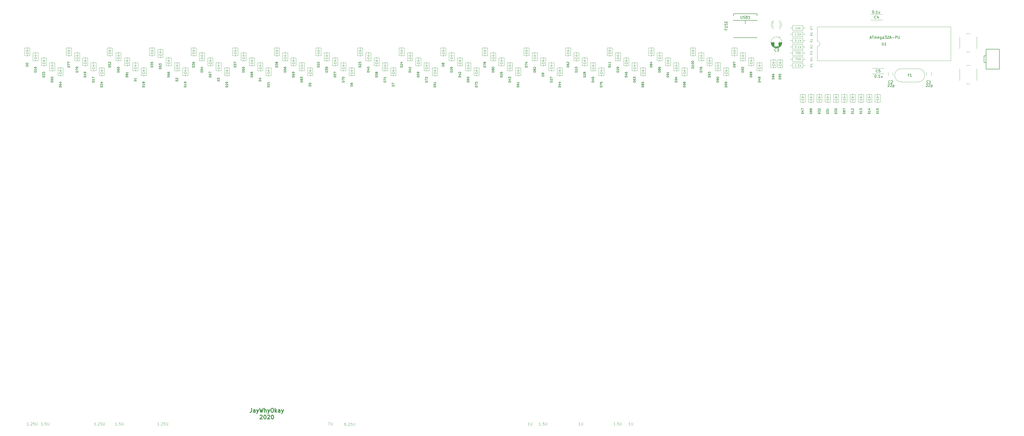
<source format=gbr>
%TF.GenerationSoftware,KiCad,Pcbnew,(5.1.6)-1*%
%TF.CreationDate,2020-06-23T22:52:40-07:00*%
%TF.ProjectId,factorium,66616374-6f72-4697-956d-2e6b69636164,rev?*%
%TF.SameCoordinates,Original*%
%TF.FileFunction,Legend,Top*%
%TF.FilePolarity,Positive*%
%FSLAX46Y46*%
G04 Gerber Fmt 4.6, Leading zero omitted, Abs format (unit mm)*
G04 Created by KiCad (PCBNEW (5.1.6)-1) date 2020-06-23 22:52:40*
%MOMM*%
%LPD*%
G01*
G04 APERTURE LIST*
%ADD10C,0.300000*%
%ADD11C,0.100000*%
%ADD12C,0.120000*%
%ADD13C,0.203200*%
%ADD14C,0.200000*%
%ADD15C,0.150000*%
G04 APERTURE END LIST*
D10*
X114864285Y-300163571D02*
X114864285Y-301235000D01*
X114792857Y-301449285D01*
X114650000Y-301592142D01*
X114435714Y-301663571D01*
X114292857Y-301663571D01*
X116221428Y-301663571D02*
X116221428Y-300877857D01*
X116150000Y-300735000D01*
X116007142Y-300663571D01*
X115721428Y-300663571D01*
X115578571Y-300735000D01*
X116221428Y-301592142D02*
X116078571Y-301663571D01*
X115721428Y-301663571D01*
X115578571Y-301592142D01*
X115507142Y-301449285D01*
X115507142Y-301306428D01*
X115578571Y-301163571D01*
X115721428Y-301092142D01*
X116078571Y-301092142D01*
X116221428Y-301020714D01*
X116792857Y-300663571D02*
X117150000Y-301663571D01*
X117507142Y-300663571D02*
X117150000Y-301663571D01*
X117007142Y-302020714D01*
X116935714Y-302092142D01*
X116792857Y-302163571D01*
X117935714Y-300163571D02*
X118292857Y-301663571D01*
X118578571Y-300592142D01*
X118864285Y-301663571D01*
X119221428Y-300163571D01*
X119792857Y-301663571D02*
X119792857Y-300163571D01*
X120435714Y-301663571D02*
X120435714Y-300877857D01*
X120364285Y-300735000D01*
X120221428Y-300663571D01*
X120007142Y-300663571D01*
X119864285Y-300735000D01*
X119792857Y-300806428D01*
X121007142Y-300663571D02*
X121364285Y-301663571D01*
X121721428Y-300663571D02*
X121364285Y-301663571D01*
X121221428Y-302020714D01*
X121150000Y-302092142D01*
X121007142Y-302163571D01*
X122578571Y-300163571D02*
X122864285Y-300163571D01*
X123007142Y-300235000D01*
X123150000Y-300377857D01*
X123221428Y-300663571D01*
X123221428Y-301163571D01*
X123150000Y-301449285D01*
X123007142Y-301592142D01*
X122864285Y-301663571D01*
X122578571Y-301663571D01*
X122435714Y-301592142D01*
X122292857Y-301449285D01*
X122221428Y-301163571D01*
X122221428Y-300663571D01*
X122292857Y-300377857D01*
X122435714Y-300235000D01*
X122578571Y-300163571D01*
X123864285Y-301663571D02*
X123864285Y-300163571D01*
X124007142Y-301092142D02*
X124435714Y-301663571D01*
X124435714Y-300663571D02*
X123864285Y-301235000D01*
X125721428Y-301663571D02*
X125721428Y-300877857D01*
X125650000Y-300735000D01*
X125507142Y-300663571D01*
X125221428Y-300663571D01*
X125078571Y-300735000D01*
X125721428Y-301592142D02*
X125578571Y-301663571D01*
X125221428Y-301663571D01*
X125078571Y-301592142D01*
X125007142Y-301449285D01*
X125007142Y-301306428D01*
X125078571Y-301163571D01*
X125221428Y-301092142D01*
X125578571Y-301092142D01*
X125721428Y-301020714D01*
X126292857Y-300663571D02*
X126650000Y-301663571D01*
X127007142Y-300663571D02*
X126650000Y-301663571D01*
X126507142Y-302020714D01*
X126435714Y-302092142D01*
X126292857Y-302163571D01*
X118078571Y-302856428D02*
X118150000Y-302785000D01*
X118292857Y-302713571D01*
X118650000Y-302713571D01*
X118792857Y-302785000D01*
X118864285Y-302856428D01*
X118935714Y-302999285D01*
X118935714Y-303142142D01*
X118864285Y-303356428D01*
X118007142Y-304213571D01*
X118935714Y-304213571D01*
X119864285Y-302713571D02*
X120007142Y-302713571D01*
X120150000Y-302785000D01*
X120221428Y-302856428D01*
X120292857Y-302999285D01*
X120364285Y-303285000D01*
X120364285Y-303642142D01*
X120292857Y-303927857D01*
X120221428Y-304070714D01*
X120150000Y-304142142D01*
X120007142Y-304213571D01*
X119864285Y-304213571D01*
X119721428Y-304142142D01*
X119650000Y-304070714D01*
X119578571Y-303927857D01*
X119507142Y-303642142D01*
X119507142Y-303285000D01*
X119578571Y-302999285D01*
X119650000Y-302856428D01*
X119721428Y-302785000D01*
X119864285Y-302713571D01*
X120935714Y-302856428D02*
X121007142Y-302785000D01*
X121150000Y-302713571D01*
X121507142Y-302713571D01*
X121650000Y-302785000D01*
X121721428Y-302856428D01*
X121792857Y-302999285D01*
X121792857Y-303142142D01*
X121721428Y-303356428D01*
X120864285Y-304213571D01*
X121792857Y-304213571D01*
X122721428Y-302713571D02*
X122864285Y-302713571D01*
X123007142Y-302785000D01*
X123078571Y-302856428D01*
X123150000Y-302999285D01*
X123221428Y-303285000D01*
X123221428Y-303642142D01*
X123150000Y-303927857D01*
X123078571Y-304070714D01*
X123007142Y-304142142D01*
X122864285Y-304213571D01*
X122721428Y-304213571D01*
X122578571Y-304142142D01*
X122507142Y-304070714D01*
X122435714Y-303927857D01*
X122364285Y-303642142D01*
X122364285Y-303285000D01*
X122435714Y-302999285D01*
X122507142Y-302856428D01*
X122578571Y-302785000D01*
X122721428Y-302713571D01*
D11*
X29680455Y-306558614D02*
X29109027Y-306558614D01*
X29394741Y-306558614D02*
X29394741Y-305558614D01*
X29299503Y-305701472D01*
X29204265Y-305796710D01*
X29109027Y-305844329D01*
X30109027Y-306463376D02*
X30156646Y-306510995D01*
X30109027Y-306558614D01*
X30061407Y-306510995D01*
X30109027Y-306463376D01*
X30109027Y-306558614D01*
X30537598Y-305653853D02*
X30585217Y-305606234D01*
X30680455Y-305558614D01*
X30918550Y-305558614D01*
X31013788Y-305606234D01*
X31061407Y-305653853D01*
X31109027Y-305749091D01*
X31109027Y-305844329D01*
X31061407Y-305987186D01*
X30489979Y-306558614D01*
X31109027Y-306558614D01*
X32013788Y-305558614D02*
X31537598Y-305558614D01*
X31489979Y-306034805D01*
X31537598Y-305987186D01*
X31632836Y-305939567D01*
X31870931Y-305939567D01*
X31966169Y-305987186D01*
X32013788Y-306034805D01*
X32061407Y-306130043D01*
X32061407Y-306368138D01*
X32013788Y-306463376D01*
X31966169Y-306510995D01*
X31870931Y-306558614D01*
X31632836Y-306558614D01*
X31537598Y-306510995D01*
X31489979Y-306463376D01*
X32489979Y-305558614D02*
X32489979Y-306368138D01*
X32537598Y-306463376D01*
X32585217Y-306510995D01*
X32680455Y-306558614D01*
X32870931Y-306558614D01*
X32966169Y-306510995D01*
X33013788Y-306463376D01*
X33061407Y-306368138D01*
X33061407Y-305558614D01*
X55349532Y-306558614D02*
X54778104Y-306558614D01*
X55063818Y-306558614D02*
X55063818Y-305558614D01*
X54968580Y-305701472D01*
X54873342Y-305796710D01*
X54778104Y-305844329D01*
X55778104Y-306463376D02*
X55825723Y-306510995D01*
X55778104Y-306558614D01*
X55730484Y-306510995D01*
X55778104Y-306463376D01*
X55778104Y-306558614D01*
X56206675Y-305653853D02*
X56254294Y-305606234D01*
X56349532Y-305558614D01*
X56587627Y-305558614D01*
X56682865Y-305606234D01*
X56730484Y-305653853D01*
X56778104Y-305749091D01*
X56778104Y-305844329D01*
X56730484Y-305987186D01*
X56159056Y-306558614D01*
X56778104Y-306558614D01*
X57682865Y-305558614D02*
X57206675Y-305558614D01*
X57159056Y-306034805D01*
X57206675Y-305987186D01*
X57301913Y-305939567D01*
X57540008Y-305939567D01*
X57635246Y-305987186D01*
X57682865Y-306034805D01*
X57730484Y-306130043D01*
X57730484Y-306368138D01*
X57682865Y-306463376D01*
X57635246Y-306510995D01*
X57540008Y-306558614D01*
X57301913Y-306558614D01*
X57206675Y-306510995D01*
X57159056Y-306463376D01*
X58159056Y-305558614D02*
X58159056Y-306368138D01*
X58206675Y-306463376D01*
X58254294Y-306510995D01*
X58349532Y-306558614D01*
X58540008Y-306558614D01*
X58635246Y-306510995D01*
X58682865Y-306463376D01*
X58730484Y-306368138D01*
X58730484Y-305558614D01*
X79496312Y-306558614D02*
X78924884Y-306558614D01*
X79210598Y-306558614D02*
X79210598Y-305558614D01*
X79115360Y-305701472D01*
X79020122Y-305796710D01*
X78924884Y-305844329D01*
X79924884Y-306463376D02*
X79972503Y-306510995D01*
X79924884Y-306558614D01*
X79877264Y-306510995D01*
X79924884Y-306463376D01*
X79924884Y-306558614D01*
X80353455Y-305653853D02*
X80401074Y-305606234D01*
X80496312Y-305558614D01*
X80734407Y-305558614D01*
X80829645Y-305606234D01*
X80877264Y-305653853D01*
X80924884Y-305749091D01*
X80924884Y-305844329D01*
X80877264Y-305987186D01*
X80305836Y-306558614D01*
X80924884Y-306558614D01*
X81829645Y-305558614D02*
X81353455Y-305558614D01*
X81305836Y-306034805D01*
X81353455Y-305987186D01*
X81448693Y-305939567D01*
X81686788Y-305939567D01*
X81782026Y-305987186D01*
X81829645Y-306034805D01*
X81877264Y-306130043D01*
X81877264Y-306368138D01*
X81829645Y-306463376D01*
X81782026Y-306510995D01*
X81686788Y-306558614D01*
X81448693Y-306558614D01*
X81353455Y-306510995D01*
X81305836Y-306463376D01*
X82305836Y-305558614D02*
X82305836Y-306368138D01*
X82353455Y-306463376D01*
X82401074Y-306510995D01*
X82496312Y-306558614D01*
X82686788Y-306558614D01*
X82782026Y-306510995D01*
X82829645Y-306463376D01*
X82877264Y-306368138D01*
X82877264Y-305558614D01*
X35090988Y-306558614D02*
X34519559Y-306558614D01*
X34805273Y-306558614D02*
X34805273Y-305558614D01*
X34710035Y-305701472D01*
X34614797Y-305796710D01*
X34519559Y-305844329D01*
X35519559Y-306463376D02*
X35567178Y-306510995D01*
X35519559Y-306558614D01*
X35471940Y-306510995D01*
X35519559Y-306463376D01*
X35519559Y-306558614D01*
X36471940Y-305558614D02*
X35995749Y-305558614D01*
X35948130Y-306034805D01*
X35995749Y-305987186D01*
X36090988Y-305939567D01*
X36329083Y-305939567D01*
X36424321Y-305987186D01*
X36471940Y-306034805D01*
X36519559Y-306130043D01*
X36519559Y-306368138D01*
X36471940Y-306463376D01*
X36424321Y-306510995D01*
X36329083Y-306558614D01*
X36090988Y-306558614D01*
X35995749Y-306510995D01*
X35948130Y-306463376D01*
X36948130Y-305558614D02*
X36948130Y-306368138D01*
X36995749Y-306463376D01*
X37043369Y-306510995D01*
X37138607Y-306558614D01*
X37329083Y-306558614D01*
X37424321Y-306510995D01*
X37471940Y-306463376D01*
X37519559Y-306368138D01*
X37519559Y-305558614D01*
X63437208Y-306558614D02*
X62865779Y-306558614D01*
X63151493Y-306558614D02*
X63151493Y-305558614D01*
X63056255Y-305701472D01*
X62961017Y-305796710D01*
X62865779Y-305844329D01*
X63865779Y-306463376D02*
X63913398Y-306510995D01*
X63865779Y-306558614D01*
X63818160Y-306510995D01*
X63865779Y-306463376D01*
X63865779Y-306558614D01*
X64818160Y-305558614D02*
X64341969Y-305558614D01*
X64294350Y-306034805D01*
X64341969Y-305987186D01*
X64437208Y-305939567D01*
X64675303Y-305939567D01*
X64770541Y-305987186D01*
X64818160Y-306034805D01*
X64865779Y-306130043D01*
X64865779Y-306368138D01*
X64818160Y-306463376D01*
X64770541Y-306510995D01*
X64675303Y-306558614D01*
X64437208Y-306558614D01*
X64341969Y-306510995D01*
X64294350Y-306463376D01*
X65294350Y-305558614D02*
X65294350Y-306368138D01*
X65341969Y-306463376D01*
X65389589Y-306510995D01*
X65484827Y-306558614D01*
X65675303Y-306558614D01*
X65770541Y-306510995D01*
X65818160Y-306463376D01*
X65865779Y-306368138D01*
X65865779Y-305558614D01*
X225079450Y-306558614D02*
X224508021Y-306558614D01*
X224793735Y-306558614D02*
X224793735Y-305558614D01*
X224698497Y-305701472D01*
X224603259Y-305796710D01*
X224508021Y-305844329D01*
X225508021Y-306463376D02*
X225555640Y-306510995D01*
X225508021Y-306558614D01*
X225460402Y-306510995D01*
X225508021Y-306463376D01*
X225508021Y-306558614D01*
X226460402Y-305558614D02*
X225984211Y-305558614D01*
X225936592Y-306034805D01*
X225984211Y-305987186D01*
X226079450Y-305939567D01*
X226317545Y-305939567D01*
X226412783Y-305987186D01*
X226460402Y-306034805D01*
X226508021Y-306130043D01*
X226508021Y-306368138D01*
X226460402Y-306463376D01*
X226412783Y-306510995D01*
X226317545Y-306558614D01*
X226079450Y-306558614D01*
X225984211Y-306510995D01*
X225936592Y-306463376D01*
X226936592Y-305558614D02*
X226936592Y-306368138D01*
X226984211Y-306463376D01*
X227031831Y-306510995D01*
X227127069Y-306558614D01*
X227317545Y-306558614D01*
X227412783Y-306510995D01*
X227460402Y-306463376D01*
X227508021Y-306368138D01*
X227508021Y-305558614D01*
X253566854Y-306558614D02*
X252995425Y-306558614D01*
X253281139Y-306558614D02*
X253281139Y-305558614D01*
X253185901Y-305701472D01*
X253090663Y-305796710D01*
X252995425Y-305844329D01*
X253995425Y-306463376D02*
X254043044Y-306510995D01*
X253995425Y-306558614D01*
X253947806Y-306510995D01*
X253995425Y-306463376D01*
X253995425Y-306558614D01*
X254947806Y-305558614D02*
X254471615Y-305558614D01*
X254423996Y-306034805D01*
X254471615Y-305987186D01*
X254566854Y-305939567D01*
X254804949Y-305939567D01*
X254900187Y-305987186D01*
X254947806Y-306034805D01*
X254995425Y-306130043D01*
X254995425Y-306368138D01*
X254947806Y-306463376D01*
X254900187Y-306510995D01*
X254804949Y-306558614D01*
X254566854Y-306558614D01*
X254471615Y-306510995D01*
X254423996Y-306463376D01*
X255423996Y-305558614D02*
X255423996Y-306368138D01*
X255471615Y-306463376D01*
X255519235Y-306510995D01*
X255614473Y-306558614D01*
X255804949Y-306558614D01*
X255900187Y-306510995D01*
X255947806Y-306463376D01*
X255995425Y-306368138D01*
X255995425Y-305558614D01*
X220806900Y-306558614D02*
X220235472Y-306558614D01*
X220521186Y-306558614D02*
X220521186Y-305558614D01*
X220425948Y-305701472D01*
X220330710Y-305796710D01*
X220235472Y-305844329D01*
X221235472Y-305558614D02*
X221235472Y-306368138D01*
X221283091Y-306463376D01*
X221330710Y-306510995D01*
X221425948Y-306558614D01*
X221616424Y-306558614D01*
X221711662Y-306510995D01*
X221759281Y-306463376D01*
X221806900Y-306368138D01*
X221806900Y-305558614D01*
X240217142Y-306558614D02*
X239645714Y-306558614D01*
X239931428Y-306558614D02*
X239931428Y-305558614D01*
X239836190Y-305701472D01*
X239740952Y-305796710D01*
X239645714Y-305844329D01*
X240645714Y-305558614D02*
X240645714Y-306368138D01*
X240693333Y-306463376D01*
X240740952Y-306510995D01*
X240836190Y-306558614D01*
X241026666Y-306558614D01*
X241121904Y-306510995D01*
X241169523Y-306463376D01*
X241217142Y-306368138D01*
X241217142Y-305558614D01*
X259307460Y-306558614D02*
X258736032Y-306558614D01*
X259021746Y-306558614D02*
X259021746Y-305558614D01*
X258926508Y-305701472D01*
X258831270Y-305796710D01*
X258736032Y-305844329D01*
X259736032Y-305558614D02*
X259736032Y-306368138D01*
X259783651Y-306463376D01*
X259831270Y-306510995D01*
X259926508Y-306558614D01*
X260116984Y-306558614D01*
X260212222Y-306510995D01*
X260259841Y-306463376D01*
X260307460Y-306368138D01*
X260307460Y-305558614D01*
D12*
%TO.C,U1*%
X330711500Y-154353750D02*
X330711500Y-159813750D01*
X381631500Y-154353750D02*
X330711500Y-154353750D01*
X381631500Y-167273750D02*
X381631500Y-154353750D01*
X330711500Y-167273750D02*
X381631500Y-167273750D01*
X330711500Y-161813750D02*
X330711500Y-167273750D01*
X330711500Y-159813750D02*
G75*
G02*
X330711500Y-161813750I0J-1000000D01*
G01*
%TO.C,D0*%
X28680000Y-163380000D02*
X29760000Y-163380000D01*
X28680000Y-164430000D02*
X29760000Y-164430000D01*
X29210000Y-163490000D02*
X28680000Y-164400000D01*
X29220000Y-163480000D02*
X29760000Y-164430000D01*
X28210000Y-162350000D02*
X30210000Y-162350000D01*
X29220000Y-162090000D02*
X29220000Y-163370000D01*
X29220000Y-165550000D02*
X29220000Y-164430000D01*
X28210000Y-165340000D02*
X30200000Y-165340000D01*
X30210000Y-162350000D02*
X30200000Y-165340000D01*
X28210000Y-162360000D02*
X28210000Y-165330000D01*
%TO.C,D16*%
X31855000Y-165285000D02*
X32935000Y-165285000D01*
X31855000Y-166335000D02*
X32935000Y-166335000D01*
X32385000Y-165395000D02*
X31855000Y-166305000D01*
X32395000Y-165385000D02*
X32935000Y-166335000D01*
X31385000Y-164255000D02*
X33385000Y-164255000D01*
X32395000Y-163995000D02*
X32395000Y-165275000D01*
X32395000Y-167455000D02*
X32395000Y-166335000D01*
X31385000Y-167245000D02*
X33375000Y-167245000D01*
X33385000Y-164255000D02*
X33375000Y-167245000D01*
X31385000Y-164265000D02*
X31385000Y-167235000D01*
%TO.C,BOOT1*%
X385025000Y-170331250D02*
X385025000Y-174831250D01*
X389025000Y-169081250D02*
X387525000Y-169081250D01*
X391525000Y-174831250D02*
X391525000Y-170331250D01*
X387525000Y-176081250D02*
X389025000Y-176081250D01*
%TO.C,C1*%
X372333000Y-172976000D02*
X372333000Y-171718000D01*
X374173000Y-172976000D02*
X374173000Y-171718000D01*
%TO.C,C2*%
X359568000Y-172988000D02*
X359568000Y-171730000D01*
X357728000Y-172988000D02*
X357728000Y-171730000D01*
%TO.C,C3*%
X316513750Y-158223949D02*
X316113750Y-158223949D01*
X316313750Y-158023949D02*
X316313750Y-158423949D01*
X315488750Y-162374750D02*
X314748750Y-162374750D01*
X315655750Y-162334750D02*
X314581750Y-162334750D01*
X315782750Y-162294750D02*
X314454750Y-162294750D01*
X315886750Y-162254750D02*
X314350750Y-162254750D01*
X315977750Y-162214750D02*
X314259750Y-162214750D01*
X316058750Y-162174750D02*
X314178750Y-162174750D01*
X316131750Y-162134750D02*
X314105750Y-162134750D01*
X316198750Y-162094750D02*
X314038750Y-162094750D01*
X316260750Y-162054750D02*
X313976750Y-162054750D01*
X316318750Y-162014750D02*
X313918750Y-162014750D01*
X316372750Y-161974750D02*
X313864750Y-161974750D01*
X316422750Y-161934750D02*
X313814750Y-161934750D01*
X316469750Y-161894750D02*
X313767750Y-161894750D01*
X314278750Y-161854750D02*
X313722750Y-161854750D01*
X316514750Y-161854750D02*
X315958750Y-161854750D01*
X314278750Y-161814750D02*
X313680750Y-161814750D01*
X316556750Y-161814750D02*
X315958750Y-161814750D01*
X314278750Y-161774750D02*
X313640750Y-161774750D01*
X316596750Y-161774750D02*
X315958750Y-161774750D01*
X314278750Y-161734750D02*
X313602750Y-161734750D01*
X316634750Y-161734750D02*
X315958750Y-161734750D01*
X314278750Y-161694750D02*
X313566750Y-161694750D01*
X316670750Y-161694750D02*
X315958750Y-161694750D01*
X314278750Y-161654750D02*
X313531750Y-161654750D01*
X316705750Y-161654750D02*
X315958750Y-161654750D01*
X314278750Y-161614750D02*
X313499750Y-161614750D01*
X316737750Y-161614750D02*
X315958750Y-161614750D01*
X314278750Y-161574750D02*
X313468750Y-161574750D01*
X316768750Y-161574750D02*
X315958750Y-161574750D01*
X314278750Y-161534750D02*
X313438750Y-161534750D01*
X316798750Y-161534750D02*
X315958750Y-161534750D01*
X314278750Y-161494750D02*
X313410750Y-161494750D01*
X316826750Y-161494750D02*
X315958750Y-161494750D01*
X314278750Y-161454750D02*
X313383750Y-161454750D01*
X316853750Y-161454750D02*
X315958750Y-161454750D01*
X314278750Y-161414750D02*
X313358750Y-161414750D01*
X316878750Y-161414750D02*
X315958750Y-161414750D01*
X314278750Y-161374750D02*
X313333750Y-161374750D01*
X316903750Y-161374750D02*
X315958750Y-161374750D01*
X314278750Y-161334750D02*
X313310750Y-161334750D01*
X316926750Y-161334750D02*
X315958750Y-161334750D01*
X314278750Y-161294750D02*
X313288750Y-161294750D01*
X316948750Y-161294750D02*
X315958750Y-161294750D01*
X314278750Y-161254750D02*
X313267750Y-161254750D01*
X316969750Y-161254750D02*
X315958750Y-161254750D01*
X314278750Y-161214750D02*
X313248750Y-161214750D01*
X316988750Y-161214750D02*
X315958750Y-161214750D01*
X314278750Y-161174750D02*
X313229750Y-161174750D01*
X317007750Y-161174750D02*
X315958750Y-161174750D01*
X314278750Y-161134750D02*
X313211750Y-161134750D01*
X317025750Y-161134750D02*
X315958750Y-161134750D01*
X314278750Y-161094750D02*
X313194750Y-161094750D01*
X317042750Y-161094750D02*
X315958750Y-161094750D01*
X314278750Y-161054750D02*
X313178750Y-161054750D01*
X317058750Y-161054750D02*
X315958750Y-161054750D01*
X314278750Y-161014750D02*
X313164750Y-161014750D01*
X317072750Y-161014750D02*
X315958750Y-161014750D01*
X314278750Y-160973750D02*
X313150750Y-160973750D01*
X317086750Y-160973750D02*
X315958750Y-160973750D01*
X314278750Y-160933750D02*
X313136750Y-160933750D01*
X317100750Y-160933750D02*
X315958750Y-160933750D01*
X314278750Y-160893750D02*
X313124750Y-160893750D01*
X317112750Y-160893750D02*
X315958750Y-160893750D01*
X314278750Y-160853750D02*
X313113750Y-160853750D01*
X317123750Y-160853750D02*
X315958750Y-160853750D01*
X314278750Y-160813750D02*
X313102750Y-160813750D01*
X317134750Y-160813750D02*
X315958750Y-160813750D01*
X314278750Y-160773750D02*
X313093750Y-160773750D01*
X317143750Y-160773750D02*
X315958750Y-160773750D01*
X314278750Y-160733750D02*
X313084750Y-160733750D01*
X317152750Y-160733750D02*
X315958750Y-160733750D01*
X314278750Y-160693750D02*
X313076750Y-160693750D01*
X317160750Y-160693750D02*
X315958750Y-160693750D01*
X314278750Y-160653750D02*
X313068750Y-160653750D01*
X317168750Y-160653750D02*
X315958750Y-160653750D01*
X314278750Y-160613750D02*
X313062750Y-160613750D01*
X317174750Y-160613750D02*
X315958750Y-160613750D01*
X314278750Y-160573750D02*
X313056750Y-160573750D01*
X317180750Y-160573750D02*
X315958750Y-160573750D01*
X314278750Y-160533750D02*
X313051750Y-160533750D01*
X317185750Y-160533750D02*
X315958750Y-160533750D01*
X314278750Y-160493750D02*
X313047750Y-160493750D01*
X317189750Y-160493750D02*
X315958750Y-160493750D01*
X314278750Y-160453750D02*
X313044750Y-160453750D01*
X317192750Y-160453750D02*
X315958750Y-160453750D01*
X314278750Y-160413750D02*
X313041750Y-160413750D01*
X317195750Y-160413750D02*
X315958750Y-160413750D01*
X317197750Y-160373750D02*
X315958750Y-160373750D01*
X314278750Y-160373750D02*
X313039750Y-160373750D01*
X317198750Y-160333750D02*
X315958750Y-160333750D01*
X314278750Y-160333750D02*
X313038750Y-160333750D01*
X317198750Y-160293750D02*
X315958750Y-160293750D01*
X314278750Y-160293750D02*
X313038750Y-160293750D01*
X317238750Y-160293750D02*
G75*
G03*
X317238750Y-160293750I-2120000J0D01*
G01*
%TO.C,C4*%
X351067500Y-149615000D02*
X351067500Y-149600000D01*
X351067500Y-151740000D02*
X351067500Y-151725000D01*
X355607500Y-149615000D02*
X355607500Y-149600000D01*
X355607500Y-151740000D02*
X355607500Y-151725000D01*
X355607500Y-149600000D02*
X351067500Y-149600000D01*
X355607500Y-151740000D02*
X351067500Y-151740000D01*
%TO.C,C5*%
X351639000Y-170177000D02*
X356179000Y-170177000D01*
X351639000Y-172317000D02*
X356179000Y-172317000D01*
X351639000Y-170177000D02*
X351639000Y-170192000D01*
X351639000Y-172302000D02*
X351639000Y-172317000D01*
X356179000Y-170177000D02*
X356179000Y-170192000D01*
X356179000Y-172302000D02*
X356179000Y-172317000D01*
%TO.C,D1*%
X69485000Y-168075000D02*
X69485000Y-171045000D01*
X71485000Y-168065000D02*
X71475000Y-171055000D01*
X69485000Y-171055000D02*
X71475000Y-171055000D01*
X70495000Y-171265000D02*
X70495000Y-170145000D01*
X70495000Y-167805000D02*
X70495000Y-169085000D01*
X69485000Y-168065000D02*
X71485000Y-168065000D01*
X70495000Y-169195000D02*
X71035000Y-170145000D01*
X70485000Y-169205000D02*
X69955000Y-170115000D01*
X69955000Y-170145000D02*
X71035000Y-170145000D01*
X69955000Y-169095000D02*
X71035000Y-169095000D01*
%TO.C,D2*%
X85830000Y-169095000D02*
X86910000Y-169095000D01*
X85830000Y-170145000D02*
X86910000Y-170145000D01*
X86360000Y-169205000D02*
X85830000Y-170115000D01*
X86370000Y-169195000D02*
X86910000Y-170145000D01*
X85360000Y-168065000D02*
X87360000Y-168065000D01*
X86370000Y-167805000D02*
X86370000Y-169085000D01*
X86370000Y-171265000D02*
X86370000Y-170145000D01*
X85360000Y-171055000D02*
X87350000Y-171055000D01*
X87360000Y-168065000D02*
X87350000Y-171055000D01*
X85360000Y-168075000D02*
X85360000Y-171045000D01*
%TO.C,D3*%
X101235000Y-168075000D02*
X101235000Y-171045000D01*
X103235000Y-168065000D02*
X103225000Y-171055000D01*
X101235000Y-171055000D02*
X103225000Y-171055000D01*
X102245000Y-171265000D02*
X102245000Y-170145000D01*
X102245000Y-167805000D02*
X102245000Y-169085000D01*
X101235000Y-168065000D02*
X103235000Y-168065000D01*
X102245000Y-169195000D02*
X102785000Y-170145000D01*
X102235000Y-169205000D02*
X101705000Y-170115000D01*
X101705000Y-170145000D02*
X102785000Y-170145000D01*
X101705000Y-169095000D02*
X102785000Y-169095000D01*
%TO.C,D4*%
X117580000Y-169095000D02*
X118660000Y-169095000D01*
X117580000Y-170145000D02*
X118660000Y-170145000D01*
X118110000Y-169205000D02*
X117580000Y-170115000D01*
X118120000Y-169195000D02*
X118660000Y-170145000D01*
X117110000Y-168065000D02*
X119110000Y-168065000D01*
X118120000Y-167805000D02*
X118120000Y-169085000D01*
X118120000Y-171265000D02*
X118120000Y-170145000D01*
X117110000Y-171055000D02*
X119100000Y-171055000D01*
X119110000Y-168065000D02*
X119100000Y-171055000D01*
X117110000Y-168075000D02*
X117110000Y-171045000D01*
%TO.C,D5*%
X136160000Y-169980000D02*
X136160000Y-172950000D01*
X138160000Y-169970000D02*
X138150000Y-172960000D01*
X136160000Y-172960000D02*
X138150000Y-172960000D01*
X137170000Y-173170000D02*
X137170000Y-172050000D01*
X137170000Y-169710000D02*
X137170000Y-170990000D01*
X136160000Y-169970000D02*
X138160000Y-169970000D01*
X137170000Y-171100000D02*
X137710000Y-172050000D01*
X137160000Y-171110000D02*
X136630000Y-172020000D01*
X136630000Y-172050000D02*
X137710000Y-172050000D01*
X136630000Y-171000000D02*
X137710000Y-171000000D01*
%TO.C,D6*%
X152505000Y-171000000D02*
X153585000Y-171000000D01*
X152505000Y-172050000D02*
X153585000Y-172050000D01*
X153035000Y-171110000D02*
X152505000Y-172020000D01*
X153045000Y-171100000D02*
X153585000Y-172050000D01*
X152035000Y-169970000D02*
X154035000Y-169970000D01*
X153045000Y-169710000D02*
X153045000Y-170990000D01*
X153045000Y-173170000D02*
X153045000Y-172050000D01*
X152035000Y-172960000D02*
X154025000Y-172960000D01*
X154035000Y-169970000D02*
X154025000Y-172960000D01*
X152035000Y-169980000D02*
X152035000Y-172950000D01*
%TO.C,D7*%
X167910000Y-169980000D02*
X167910000Y-172950000D01*
X169910000Y-169970000D02*
X169900000Y-172960000D01*
X167910000Y-172960000D02*
X169900000Y-172960000D01*
X168920000Y-173170000D02*
X168920000Y-172050000D01*
X168920000Y-169710000D02*
X168920000Y-170990000D01*
X167910000Y-169970000D02*
X169910000Y-169970000D01*
X168920000Y-171100000D02*
X169460000Y-172050000D01*
X168910000Y-171110000D02*
X168380000Y-172020000D01*
X168380000Y-172050000D02*
X169460000Y-172050000D01*
X168380000Y-171000000D02*
X169460000Y-171000000D01*
%TO.C,D8*%
X186960000Y-162360000D02*
X186960000Y-165330000D01*
X188960000Y-162350000D02*
X188950000Y-165340000D01*
X186960000Y-165340000D02*
X188950000Y-165340000D01*
X187970000Y-165550000D02*
X187970000Y-164430000D01*
X187970000Y-162090000D02*
X187970000Y-163370000D01*
X186960000Y-162350000D02*
X188960000Y-162350000D01*
X187970000Y-163480000D02*
X188510000Y-164430000D01*
X187960000Y-163490000D02*
X187430000Y-164400000D01*
X187430000Y-164430000D02*
X188510000Y-164430000D01*
X187430000Y-163380000D02*
X188510000Y-163380000D01*
%TO.C,D9*%
X225060000Y-166170000D02*
X225060000Y-169140000D01*
X227060000Y-166160000D02*
X227050000Y-169150000D01*
X225060000Y-169150000D02*
X227050000Y-169150000D01*
X226070000Y-169360000D02*
X226070000Y-168240000D01*
X226070000Y-165900000D02*
X226070000Y-167180000D01*
X225060000Y-166160000D02*
X227060000Y-166160000D01*
X226070000Y-167290000D02*
X226610000Y-168240000D01*
X226060000Y-167300000D02*
X225530000Y-168210000D01*
X225530000Y-168240000D02*
X226610000Y-168240000D01*
X225530000Y-167190000D02*
X226610000Y-167190000D01*
%TO.C,D10*%
X237760000Y-164265000D02*
X237760000Y-167235000D01*
X239760000Y-164255000D02*
X239750000Y-167245000D01*
X237760000Y-167245000D02*
X239750000Y-167245000D01*
X238770000Y-167455000D02*
X238770000Y-166335000D01*
X238770000Y-163995000D02*
X238770000Y-165275000D01*
X237760000Y-164255000D02*
X239760000Y-164255000D01*
X238770000Y-165385000D02*
X239310000Y-166335000D01*
X238760000Y-165395000D02*
X238230000Y-166305000D01*
X238230000Y-166335000D02*
X239310000Y-166335000D01*
X238230000Y-165285000D02*
X239310000Y-165285000D01*
%TO.C,D11*%
X250930000Y-163380000D02*
X252010000Y-163380000D01*
X250930000Y-164430000D02*
X252010000Y-164430000D01*
X251460000Y-163490000D02*
X250930000Y-164400000D01*
X251470000Y-163480000D02*
X252010000Y-164430000D01*
X250460000Y-162350000D02*
X252460000Y-162350000D01*
X251470000Y-162090000D02*
X251470000Y-163370000D01*
X251470000Y-165550000D02*
X251470000Y-164430000D01*
X250460000Y-165340000D02*
X252450000Y-165340000D01*
X252460000Y-162350000D02*
X252450000Y-165340000D01*
X250460000Y-162360000D02*
X250460000Y-165330000D01*
%TO.C,D12*%
X343170000Y-180140000D02*
X343170000Y-183110000D01*
X345170000Y-180130000D02*
X345160000Y-183120000D01*
X343170000Y-183120000D02*
X345160000Y-183120000D01*
X344180000Y-183330000D02*
X344180000Y-182210000D01*
X344180000Y-179870000D02*
X344180000Y-181150000D01*
X343170000Y-180130000D02*
X345170000Y-180130000D01*
X344180000Y-181260000D02*
X344720000Y-182210000D01*
X344170000Y-181270000D02*
X343640000Y-182180000D01*
X343640000Y-182210000D02*
X344720000Y-182210000D01*
X343640000Y-181160000D02*
X344720000Y-181160000D01*
%TO.C,D13*%
X346345000Y-180140000D02*
X346345000Y-183110000D01*
X348345000Y-180130000D02*
X348335000Y-183120000D01*
X346345000Y-183120000D02*
X348335000Y-183120000D01*
X347355000Y-183330000D02*
X347355000Y-182210000D01*
X347355000Y-179870000D02*
X347355000Y-181150000D01*
X346345000Y-180130000D02*
X348345000Y-180130000D01*
X347355000Y-181260000D02*
X347895000Y-182210000D01*
X347345000Y-181270000D02*
X346815000Y-182180000D01*
X346815000Y-182210000D02*
X347895000Y-182210000D01*
X346815000Y-181160000D02*
X347895000Y-181160000D01*
%TO.C,D14*%
X349990000Y-181160000D02*
X351070000Y-181160000D01*
X349990000Y-182210000D02*
X351070000Y-182210000D01*
X350520000Y-181270000D02*
X349990000Y-182180000D01*
X350530000Y-181260000D02*
X351070000Y-182210000D01*
X349520000Y-180130000D02*
X351520000Y-180130000D01*
X350530000Y-179870000D02*
X350530000Y-181150000D01*
X350530000Y-183330000D02*
X350530000Y-182210000D01*
X349520000Y-183120000D02*
X351510000Y-183120000D01*
X351520000Y-180130000D02*
X351510000Y-183120000D01*
X349520000Y-180140000D02*
X349520000Y-183110000D01*
%TO.C,D15*%
X352695000Y-180140000D02*
X352695000Y-183110000D01*
X354695000Y-180130000D02*
X354685000Y-183120000D01*
X352695000Y-183120000D02*
X354685000Y-183120000D01*
X353705000Y-183330000D02*
X353705000Y-182210000D01*
X353705000Y-179870000D02*
X353705000Y-181150000D01*
X352695000Y-180130000D02*
X354695000Y-180130000D01*
X353705000Y-181260000D02*
X354245000Y-182210000D01*
X353695000Y-181270000D02*
X353165000Y-182180000D01*
X353165000Y-182210000D02*
X354245000Y-182210000D01*
X353165000Y-181160000D02*
X354245000Y-181160000D01*
%TO.C,D17*%
X53953000Y-169095000D02*
X55033000Y-169095000D01*
X53953000Y-170145000D02*
X55033000Y-170145000D01*
X54483000Y-169205000D02*
X53953000Y-170115000D01*
X54493000Y-169195000D02*
X55033000Y-170145000D01*
X53483000Y-168065000D02*
X55483000Y-168065000D01*
X54493000Y-167805000D02*
X54493000Y-169085000D01*
X54493000Y-171265000D02*
X54493000Y-170145000D01*
X53483000Y-171055000D02*
X55473000Y-171055000D01*
X55483000Y-168065000D02*
X55473000Y-171055000D01*
X53483000Y-168075000D02*
X53483000Y-171045000D01*
%TO.C,D18*%
X72660000Y-169980000D02*
X72660000Y-172950000D01*
X74660000Y-169970000D02*
X74650000Y-172960000D01*
X72660000Y-172960000D02*
X74650000Y-172960000D01*
X73670000Y-173170000D02*
X73670000Y-172050000D01*
X73670000Y-169710000D02*
X73670000Y-170990000D01*
X72660000Y-169970000D02*
X74660000Y-169970000D01*
X73670000Y-171100000D02*
X74210000Y-172050000D01*
X73660000Y-171110000D02*
X73130000Y-172020000D01*
X73130000Y-172050000D02*
X74210000Y-172050000D01*
X73130000Y-171000000D02*
X74210000Y-171000000D01*
%TO.C,D19*%
X88535000Y-169980000D02*
X88535000Y-172950000D01*
X90535000Y-169970000D02*
X90525000Y-172960000D01*
X88535000Y-172960000D02*
X90525000Y-172960000D01*
X89545000Y-173170000D02*
X89545000Y-172050000D01*
X89545000Y-169710000D02*
X89545000Y-170990000D01*
X88535000Y-169970000D02*
X90535000Y-169970000D01*
X89545000Y-171100000D02*
X90085000Y-172050000D01*
X89535000Y-171110000D02*
X89005000Y-172020000D01*
X89005000Y-172050000D02*
X90085000Y-172050000D01*
X89005000Y-171000000D02*
X90085000Y-171000000D01*
%TO.C,D20*%
X104880000Y-171000000D02*
X105960000Y-171000000D01*
X104880000Y-172050000D02*
X105960000Y-172050000D01*
X105410000Y-171110000D02*
X104880000Y-172020000D01*
X105420000Y-171100000D02*
X105960000Y-172050000D01*
X104410000Y-169970000D02*
X106410000Y-169970000D01*
X105420000Y-169710000D02*
X105420000Y-170990000D01*
X105420000Y-173170000D02*
X105420000Y-172050000D01*
X104410000Y-172960000D02*
X106400000Y-172960000D01*
X106410000Y-169970000D02*
X106400000Y-172960000D01*
X104410000Y-169980000D02*
X104410000Y-172950000D01*
%TO.C,D21*%
X120285000Y-169980000D02*
X120285000Y-172950000D01*
X122285000Y-169970000D02*
X122275000Y-172960000D01*
X120285000Y-172960000D02*
X122275000Y-172960000D01*
X121295000Y-173170000D02*
X121295000Y-172050000D01*
X121295000Y-169710000D02*
X121295000Y-170990000D01*
X120285000Y-169970000D02*
X122285000Y-169970000D01*
X121295000Y-171100000D02*
X121835000Y-172050000D01*
X121285000Y-171110000D02*
X120755000Y-172020000D01*
X120755000Y-172050000D02*
X121835000Y-172050000D01*
X120755000Y-171000000D02*
X121835000Y-171000000D01*
%TO.C,D22*%
X139335000Y-162360000D02*
X139335000Y-165330000D01*
X141335000Y-162350000D02*
X141325000Y-165340000D01*
X139335000Y-165340000D02*
X141325000Y-165340000D01*
X140345000Y-165550000D02*
X140345000Y-164430000D01*
X140345000Y-162090000D02*
X140345000Y-163370000D01*
X139335000Y-162350000D02*
X141335000Y-162350000D01*
X140345000Y-163480000D02*
X140885000Y-164430000D01*
X140335000Y-163490000D02*
X139805000Y-164400000D01*
X139805000Y-164430000D02*
X140885000Y-164430000D01*
X139805000Y-163380000D02*
X140885000Y-163380000D01*
%TO.C,D23*%
X155680000Y-163380000D02*
X156760000Y-163380000D01*
X155680000Y-164430000D02*
X156760000Y-164430000D01*
X156210000Y-163490000D02*
X155680000Y-164400000D01*
X156220000Y-163480000D02*
X156760000Y-164430000D01*
X155210000Y-162350000D02*
X157210000Y-162350000D01*
X156220000Y-162090000D02*
X156220000Y-163370000D01*
X156220000Y-165550000D02*
X156220000Y-164430000D01*
X155210000Y-165340000D02*
X157200000Y-165340000D01*
X157210000Y-162350000D02*
X157200000Y-165340000D01*
X155210000Y-162360000D02*
X155210000Y-165330000D01*
%TO.C,D24*%
X171555000Y-163380000D02*
X172635000Y-163380000D01*
X171555000Y-164430000D02*
X172635000Y-164430000D01*
X172085000Y-163490000D02*
X171555000Y-164400000D01*
X172095000Y-163480000D02*
X172635000Y-164430000D01*
X171085000Y-162350000D02*
X173085000Y-162350000D01*
X172095000Y-162090000D02*
X172095000Y-163370000D01*
X172095000Y-165550000D02*
X172095000Y-164430000D01*
X171085000Y-165340000D02*
X173075000Y-165340000D01*
X173085000Y-162350000D02*
X173075000Y-165340000D01*
X171085000Y-162360000D02*
X171085000Y-165330000D01*
%TO.C,D25*%
X190605000Y-165285000D02*
X191685000Y-165285000D01*
X190605000Y-166335000D02*
X191685000Y-166335000D01*
X191135000Y-165395000D02*
X190605000Y-166305000D01*
X191145000Y-165385000D02*
X191685000Y-166335000D01*
X190135000Y-164255000D02*
X192135000Y-164255000D01*
X191145000Y-163995000D02*
X191145000Y-165275000D01*
X191145000Y-167455000D02*
X191145000Y-166335000D01*
X190135000Y-167245000D02*
X192125000Y-167245000D01*
X192135000Y-164255000D02*
X192125000Y-167245000D01*
X190135000Y-164265000D02*
X190135000Y-167235000D01*
%TO.C,D26*%
X209185000Y-166170000D02*
X209185000Y-169140000D01*
X211185000Y-166160000D02*
X211175000Y-169150000D01*
X209185000Y-169150000D02*
X211175000Y-169150000D01*
X210195000Y-169360000D02*
X210195000Y-168240000D01*
X210195000Y-165900000D02*
X210195000Y-167180000D01*
X209185000Y-166160000D02*
X211185000Y-166160000D01*
X210195000Y-167290000D02*
X210735000Y-168240000D01*
X210185000Y-167300000D02*
X209655000Y-168210000D01*
X209655000Y-168240000D02*
X210735000Y-168240000D01*
X209655000Y-167190000D02*
X210735000Y-167190000D01*
%TO.C,D27*%
X228235000Y-168075000D02*
X228235000Y-171045000D01*
X230235000Y-168065000D02*
X230225000Y-171055000D01*
X228235000Y-171055000D02*
X230225000Y-171055000D01*
X229245000Y-171265000D02*
X229245000Y-170145000D01*
X229245000Y-167805000D02*
X229245000Y-169085000D01*
X228235000Y-168065000D02*
X230235000Y-168065000D01*
X229245000Y-169195000D02*
X229785000Y-170145000D01*
X229235000Y-169205000D02*
X228705000Y-170115000D01*
X228705000Y-170145000D02*
X229785000Y-170145000D01*
X228705000Y-169095000D02*
X229785000Y-169095000D01*
%TO.C,D28*%
X240935000Y-166170000D02*
X240935000Y-169140000D01*
X242935000Y-166160000D02*
X242925000Y-169150000D01*
X240935000Y-169150000D02*
X242925000Y-169150000D01*
X241945000Y-169360000D02*
X241945000Y-168240000D01*
X241945000Y-165900000D02*
X241945000Y-167180000D01*
X240935000Y-166160000D02*
X242935000Y-166160000D01*
X241945000Y-167290000D02*
X242485000Y-168240000D01*
X241935000Y-167300000D02*
X241405000Y-168210000D01*
X241405000Y-168240000D02*
X242485000Y-168240000D01*
X241405000Y-167190000D02*
X242485000Y-167190000D01*
%TO.C,D29*%
X254105000Y-165285000D02*
X255185000Y-165285000D01*
X254105000Y-166335000D02*
X255185000Y-166335000D01*
X254635000Y-165395000D02*
X254105000Y-166305000D01*
X254645000Y-165385000D02*
X255185000Y-166335000D01*
X253635000Y-164255000D02*
X255635000Y-164255000D01*
X254645000Y-163995000D02*
X254645000Y-165275000D01*
X254645000Y-167455000D02*
X254645000Y-166335000D01*
X253635000Y-167245000D02*
X255625000Y-167245000D01*
X255635000Y-164255000D02*
X255625000Y-167245000D01*
X253635000Y-164265000D02*
X253635000Y-167235000D01*
%TO.C,D30*%
X336820000Y-180140000D02*
X336820000Y-183110000D01*
X338820000Y-180130000D02*
X338810000Y-183120000D01*
X336820000Y-183120000D02*
X338810000Y-183120000D01*
X337830000Y-183330000D02*
X337830000Y-182210000D01*
X337830000Y-179870000D02*
X337830000Y-181150000D01*
X336820000Y-180130000D02*
X338820000Y-180130000D01*
X337830000Y-181260000D02*
X338370000Y-182210000D01*
X337820000Y-181270000D02*
X337290000Y-182180000D01*
X337290000Y-182210000D02*
X338370000Y-182210000D01*
X337290000Y-181160000D02*
X338370000Y-181160000D01*
%TO.C,D31*%
X333645000Y-180140000D02*
X333645000Y-183110000D01*
X335645000Y-180130000D02*
X335635000Y-183120000D01*
X333645000Y-183120000D02*
X335635000Y-183120000D01*
X334655000Y-183330000D02*
X334655000Y-182210000D01*
X334655000Y-179870000D02*
X334655000Y-181150000D01*
X333645000Y-180130000D02*
X335645000Y-180130000D01*
X334655000Y-181260000D02*
X335195000Y-182210000D01*
X334645000Y-181270000D02*
X334115000Y-182180000D01*
X334115000Y-182210000D02*
X335195000Y-182210000D01*
X334115000Y-181160000D02*
X335195000Y-181160000D01*
%TO.C,D32*%
X330940000Y-181160000D02*
X332020000Y-181160000D01*
X330940000Y-182210000D02*
X332020000Y-182210000D01*
X331470000Y-181270000D02*
X330940000Y-182180000D01*
X331480000Y-181260000D02*
X332020000Y-182210000D01*
X330470000Y-180130000D02*
X332470000Y-180130000D01*
X331480000Y-179870000D02*
X331480000Y-181150000D01*
X331480000Y-183330000D02*
X331480000Y-182210000D01*
X330470000Y-183120000D02*
X332460000Y-183120000D01*
X332470000Y-180130000D02*
X332460000Y-183120000D01*
X330470000Y-180140000D02*
X330470000Y-183110000D01*
%TO.C,D33*%
X34560000Y-166170000D02*
X34560000Y-169140000D01*
X36560000Y-166160000D02*
X36550000Y-169150000D01*
X34560000Y-169150000D02*
X36550000Y-169150000D01*
X35570000Y-169360000D02*
X35570000Y-168240000D01*
X35570000Y-165900000D02*
X35570000Y-167180000D01*
X34560000Y-166160000D02*
X36560000Y-166160000D01*
X35570000Y-167290000D02*
X36110000Y-168240000D01*
X35560000Y-167300000D02*
X35030000Y-168210000D01*
X35030000Y-168240000D02*
X36110000Y-168240000D01*
X35030000Y-167190000D02*
X36110000Y-167190000D01*
%TO.C,D34*%
X57128000Y-171000000D02*
X58208000Y-171000000D01*
X57128000Y-172050000D02*
X58208000Y-172050000D01*
X57658000Y-171110000D02*
X57128000Y-172020000D01*
X57668000Y-171100000D02*
X58208000Y-172050000D01*
X56658000Y-169970000D02*
X58658000Y-169970000D01*
X57668000Y-169710000D02*
X57668000Y-170990000D01*
X57668000Y-173170000D02*
X57668000Y-172050000D01*
X56658000Y-172960000D02*
X58648000Y-172960000D01*
X58658000Y-169970000D02*
X58648000Y-172960000D01*
X56658000Y-169980000D02*
X56658000Y-172950000D01*
%TO.C,D35*%
X76305000Y-163380000D02*
X77385000Y-163380000D01*
X76305000Y-164430000D02*
X77385000Y-164430000D01*
X76835000Y-163490000D02*
X76305000Y-164400000D01*
X76845000Y-163480000D02*
X77385000Y-164430000D01*
X75835000Y-162350000D02*
X77835000Y-162350000D01*
X76845000Y-162090000D02*
X76845000Y-163370000D01*
X76845000Y-165550000D02*
X76845000Y-164430000D01*
X75835000Y-165340000D02*
X77825000Y-165340000D01*
X77835000Y-162350000D02*
X77825000Y-165340000D01*
X75835000Y-162360000D02*
X75835000Y-165330000D01*
%TO.C,D36*%
X91710000Y-162360000D02*
X91710000Y-165330000D01*
X93710000Y-162350000D02*
X93700000Y-165340000D01*
X91710000Y-165340000D02*
X93700000Y-165340000D01*
X92720000Y-165550000D02*
X92720000Y-164430000D01*
X92720000Y-162090000D02*
X92720000Y-163370000D01*
X91710000Y-162350000D02*
X93710000Y-162350000D01*
X92720000Y-163480000D02*
X93260000Y-164430000D01*
X92710000Y-163490000D02*
X92180000Y-164400000D01*
X92180000Y-164430000D02*
X93260000Y-164430000D01*
X92180000Y-163380000D02*
X93260000Y-163380000D01*
%TO.C,D37*%
X108055000Y-163380000D02*
X109135000Y-163380000D01*
X108055000Y-164430000D02*
X109135000Y-164430000D01*
X108585000Y-163490000D02*
X108055000Y-164400000D01*
X108595000Y-163480000D02*
X109135000Y-164430000D01*
X107585000Y-162350000D02*
X109585000Y-162350000D01*
X108595000Y-162090000D02*
X108595000Y-163370000D01*
X108595000Y-165550000D02*
X108595000Y-164430000D01*
X107585000Y-165340000D02*
X109575000Y-165340000D01*
X109585000Y-162350000D02*
X109575000Y-165340000D01*
X107585000Y-162360000D02*
X107585000Y-165330000D01*
%TO.C,D38*%
X123460000Y-162360000D02*
X123460000Y-165330000D01*
X125460000Y-162350000D02*
X125450000Y-165340000D01*
X123460000Y-165340000D02*
X125450000Y-165340000D01*
X124470000Y-165550000D02*
X124470000Y-164430000D01*
X124470000Y-162090000D02*
X124470000Y-163370000D01*
X123460000Y-162350000D02*
X125460000Y-162350000D01*
X124470000Y-163480000D02*
X125010000Y-164430000D01*
X124460000Y-163490000D02*
X123930000Y-164400000D01*
X123930000Y-164430000D02*
X125010000Y-164430000D01*
X123930000Y-163380000D02*
X125010000Y-163380000D01*
%TO.C,D39*%
X142980000Y-165285000D02*
X144060000Y-165285000D01*
X142980000Y-166335000D02*
X144060000Y-166335000D01*
X143510000Y-165395000D02*
X142980000Y-166305000D01*
X143520000Y-165385000D02*
X144060000Y-166335000D01*
X142510000Y-164255000D02*
X144510000Y-164255000D01*
X143520000Y-163995000D02*
X143520000Y-165275000D01*
X143520000Y-167455000D02*
X143520000Y-166335000D01*
X142510000Y-167245000D02*
X144500000Y-167245000D01*
X144510000Y-164255000D02*
X144500000Y-167245000D01*
X142510000Y-164265000D02*
X142510000Y-167235000D01*
%TO.C,D40*%
X158385000Y-164265000D02*
X158385000Y-167235000D01*
X160385000Y-164255000D02*
X160375000Y-167245000D01*
X158385000Y-167245000D02*
X160375000Y-167245000D01*
X159395000Y-167455000D02*
X159395000Y-166335000D01*
X159395000Y-163995000D02*
X159395000Y-165275000D01*
X158385000Y-164255000D02*
X160385000Y-164255000D01*
X159395000Y-165385000D02*
X159935000Y-166335000D01*
X159385000Y-165395000D02*
X158855000Y-166305000D01*
X158855000Y-166335000D02*
X159935000Y-166335000D01*
X158855000Y-165285000D02*
X159935000Y-165285000D01*
%TO.C,D41*%
X174730000Y-165285000D02*
X175810000Y-165285000D01*
X174730000Y-166335000D02*
X175810000Y-166335000D01*
X175260000Y-165395000D02*
X174730000Y-166305000D01*
X175270000Y-165385000D02*
X175810000Y-166335000D01*
X174260000Y-164255000D02*
X176260000Y-164255000D01*
X175270000Y-163995000D02*
X175270000Y-165275000D01*
X175270000Y-167455000D02*
X175270000Y-166335000D01*
X174260000Y-167245000D02*
X176250000Y-167245000D01*
X176260000Y-164255000D02*
X176250000Y-167245000D01*
X174260000Y-164265000D02*
X174260000Y-167235000D01*
%TO.C,D42*%
X193310000Y-166170000D02*
X193310000Y-169140000D01*
X195310000Y-166160000D02*
X195300000Y-169150000D01*
X193310000Y-169150000D02*
X195300000Y-169150000D01*
X194320000Y-169360000D02*
X194320000Y-168240000D01*
X194320000Y-165900000D02*
X194320000Y-167180000D01*
X193310000Y-166160000D02*
X195310000Y-166160000D01*
X194320000Y-167290000D02*
X194860000Y-168240000D01*
X194310000Y-167300000D02*
X193780000Y-168210000D01*
X193780000Y-168240000D02*
X194860000Y-168240000D01*
X193780000Y-167190000D02*
X194860000Y-167190000D01*
%TO.C,D43*%
X212360000Y-168075000D02*
X212360000Y-171045000D01*
X214360000Y-168065000D02*
X214350000Y-171055000D01*
X212360000Y-171055000D02*
X214350000Y-171055000D01*
X213370000Y-171265000D02*
X213370000Y-170145000D01*
X213370000Y-167805000D02*
X213370000Y-169085000D01*
X212360000Y-168065000D02*
X214360000Y-168065000D01*
X213370000Y-169195000D02*
X213910000Y-170145000D01*
X213360000Y-169205000D02*
X212830000Y-170115000D01*
X212830000Y-170145000D02*
X213910000Y-170145000D01*
X212830000Y-169095000D02*
X213910000Y-169095000D01*
%TO.C,D44*%
X231410000Y-169980000D02*
X231410000Y-172950000D01*
X233410000Y-169970000D02*
X233400000Y-172960000D01*
X231410000Y-172960000D02*
X233400000Y-172960000D01*
X232420000Y-173170000D02*
X232420000Y-172050000D01*
X232420000Y-169710000D02*
X232420000Y-170990000D01*
X231410000Y-169970000D02*
X233410000Y-169970000D01*
X232420000Y-171100000D02*
X232960000Y-172050000D01*
X232410000Y-171110000D02*
X231880000Y-172020000D01*
X231880000Y-172050000D02*
X232960000Y-172050000D01*
X231880000Y-171000000D02*
X232960000Y-171000000D01*
%TO.C,D45*%
X244580000Y-169095000D02*
X245660000Y-169095000D01*
X244580000Y-170145000D02*
X245660000Y-170145000D01*
X245110000Y-169205000D02*
X244580000Y-170115000D01*
X245120000Y-169195000D02*
X245660000Y-170145000D01*
X244110000Y-168065000D02*
X246110000Y-168065000D01*
X245120000Y-167805000D02*
X245120000Y-169085000D01*
X245120000Y-171265000D02*
X245120000Y-170145000D01*
X244110000Y-171055000D02*
X246100000Y-171055000D01*
X246110000Y-168065000D02*
X246100000Y-171055000D01*
X244110000Y-168075000D02*
X244110000Y-171045000D01*
%TO.C,D46*%
X256810000Y-166170000D02*
X256810000Y-169140000D01*
X258810000Y-166160000D02*
X258800000Y-169150000D01*
X256810000Y-169150000D02*
X258800000Y-169150000D01*
X257820000Y-169360000D02*
X257820000Y-168240000D01*
X257820000Y-165900000D02*
X257820000Y-167180000D01*
X256810000Y-166160000D02*
X258810000Y-166160000D01*
X257820000Y-167290000D02*
X258360000Y-168240000D01*
X257810000Y-167300000D02*
X257280000Y-168210000D01*
X257280000Y-168240000D02*
X258360000Y-168240000D01*
X257280000Y-167190000D02*
X258360000Y-167190000D01*
%TO.C,D47*%
X324590000Y-181160000D02*
X325670000Y-181160000D01*
X324590000Y-182210000D02*
X325670000Y-182210000D01*
X325120000Y-181270000D02*
X324590000Y-182180000D01*
X325130000Y-181260000D02*
X325670000Y-182210000D01*
X324120000Y-180130000D02*
X326120000Y-180130000D01*
X325130000Y-179870000D02*
X325130000Y-181150000D01*
X325130000Y-183330000D02*
X325130000Y-182210000D01*
X324120000Y-183120000D02*
X326110000Y-183120000D01*
X326120000Y-180130000D02*
X326110000Y-183120000D01*
X324120000Y-180140000D02*
X324120000Y-183110000D01*
%TO.C,D48*%
X308080000Y-169095000D02*
X309160000Y-169095000D01*
X308080000Y-170145000D02*
X309160000Y-170145000D01*
X308610000Y-169205000D02*
X308080000Y-170115000D01*
X308620000Y-169195000D02*
X309160000Y-170145000D01*
X307610000Y-168065000D02*
X309610000Y-168065000D01*
X308620000Y-167805000D02*
X308620000Y-169085000D01*
X308620000Y-171265000D02*
X308620000Y-170145000D01*
X307610000Y-171055000D02*
X309600000Y-171055000D01*
X309610000Y-168065000D02*
X309600000Y-171055000D01*
X307610000Y-168075000D02*
X307610000Y-171045000D01*
%TO.C,D49*%
X50778000Y-167190000D02*
X51858000Y-167190000D01*
X50778000Y-168240000D02*
X51858000Y-168240000D01*
X51308000Y-167300000D02*
X50778000Y-168210000D01*
X51318000Y-167290000D02*
X51858000Y-168240000D01*
X50308000Y-166160000D02*
X52308000Y-166160000D01*
X51318000Y-165900000D02*
X51318000Y-167180000D01*
X51318000Y-169360000D02*
X51318000Y-168240000D01*
X50308000Y-169150000D02*
X52298000Y-169150000D01*
X52308000Y-166160000D02*
X52298000Y-169150000D01*
X50308000Y-166170000D02*
X50308000Y-169140000D01*
%TO.C,D50*%
X38205000Y-169095000D02*
X39285000Y-169095000D01*
X38205000Y-170145000D02*
X39285000Y-170145000D01*
X38735000Y-169205000D02*
X38205000Y-170115000D01*
X38745000Y-169195000D02*
X39285000Y-170145000D01*
X37735000Y-168065000D02*
X39735000Y-168065000D01*
X38745000Y-167805000D02*
X38745000Y-169085000D01*
X38745000Y-171265000D02*
X38745000Y-170145000D01*
X37735000Y-171055000D02*
X39725000Y-171055000D01*
X39735000Y-168065000D02*
X39725000Y-171055000D01*
X37735000Y-168075000D02*
X37735000Y-171045000D01*
%TO.C,D51*%
X184255000Y-171000000D02*
X185335000Y-171000000D01*
X184255000Y-172050000D02*
X185335000Y-172050000D01*
X184785000Y-171110000D02*
X184255000Y-172020000D01*
X184795000Y-171100000D02*
X185335000Y-172050000D01*
X183785000Y-169970000D02*
X185785000Y-169970000D01*
X184795000Y-169710000D02*
X184795000Y-170990000D01*
X184795000Y-173170000D02*
X184795000Y-172050000D01*
X183785000Y-172960000D02*
X185775000Y-172960000D01*
X185785000Y-169970000D02*
X185775000Y-172960000D01*
X183785000Y-169980000D02*
X183785000Y-172950000D01*
%TO.C,D52*%
X59706000Y-162360000D02*
X59706000Y-165330000D01*
X61706000Y-162350000D02*
X61696000Y-165340000D01*
X59706000Y-165340000D02*
X61696000Y-165340000D01*
X60716000Y-165550000D02*
X60716000Y-164430000D01*
X60716000Y-162090000D02*
X60716000Y-163370000D01*
X59706000Y-162350000D02*
X61706000Y-162350000D01*
X60716000Y-163480000D02*
X61256000Y-164430000D01*
X60706000Y-163490000D02*
X60176000Y-164400000D01*
X60176000Y-164430000D02*
X61256000Y-164430000D01*
X60176000Y-163380000D02*
X61256000Y-163380000D01*
%TO.C,D53*%
X79010000Y-162995000D02*
X79010000Y-165965000D01*
X81010000Y-162985000D02*
X81000000Y-165975000D01*
X79010000Y-165975000D02*
X81000000Y-165975000D01*
X80020000Y-166185000D02*
X80020000Y-165065000D01*
X80020000Y-162725000D02*
X80020000Y-164005000D01*
X79010000Y-162985000D02*
X81010000Y-162985000D01*
X80020000Y-164115000D02*
X80560000Y-165065000D01*
X80010000Y-164125000D02*
X79480000Y-165035000D01*
X79480000Y-165065000D02*
X80560000Y-165065000D01*
X79480000Y-164015000D02*
X80560000Y-164015000D01*
%TO.C,D54*%
X94885000Y-164265000D02*
X94885000Y-167235000D01*
X96885000Y-164255000D02*
X96875000Y-167245000D01*
X94885000Y-167245000D02*
X96875000Y-167245000D01*
X95895000Y-167455000D02*
X95895000Y-166335000D01*
X95895000Y-163995000D02*
X95895000Y-165275000D01*
X94885000Y-164255000D02*
X96885000Y-164255000D01*
X95895000Y-165385000D02*
X96435000Y-166335000D01*
X95885000Y-165395000D02*
X95355000Y-166305000D01*
X95355000Y-166335000D02*
X96435000Y-166335000D01*
X95355000Y-165285000D02*
X96435000Y-165285000D01*
%TO.C,D55*%
X111230000Y-165285000D02*
X112310000Y-165285000D01*
X111230000Y-166335000D02*
X112310000Y-166335000D01*
X111760000Y-165395000D02*
X111230000Y-166305000D01*
X111770000Y-165385000D02*
X112310000Y-166335000D01*
X110760000Y-164255000D02*
X112760000Y-164255000D01*
X111770000Y-163995000D02*
X111770000Y-165275000D01*
X111770000Y-167455000D02*
X111770000Y-166335000D01*
X110760000Y-167245000D02*
X112750000Y-167245000D01*
X112760000Y-164255000D02*
X112750000Y-167245000D01*
X110760000Y-164265000D02*
X110760000Y-167235000D01*
%TO.C,D56*%
X126635000Y-164265000D02*
X126635000Y-167235000D01*
X128635000Y-164255000D02*
X128625000Y-167245000D01*
X126635000Y-167245000D02*
X128625000Y-167245000D01*
X127645000Y-167455000D02*
X127645000Y-166335000D01*
X127645000Y-163995000D02*
X127645000Y-165275000D01*
X126635000Y-164255000D02*
X128635000Y-164255000D01*
X127645000Y-165385000D02*
X128185000Y-166335000D01*
X127635000Y-165395000D02*
X127105000Y-166305000D01*
X127105000Y-166335000D02*
X128185000Y-166335000D01*
X127105000Y-165285000D02*
X128185000Y-165285000D01*
%TO.C,D57*%
X146155000Y-167190000D02*
X147235000Y-167190000D01*
X146155000Y-168240000D02*
X147235000Y-168240000D01*
X146685000Y-167300000D02*
X146155000Y-168210000D01*
X146695000Y-167290000D02*
X147235000Y-168240000D01*
X145685000Y-166160000D02*
X147685000Y-166160000D01*
X146695000Y-165900000D02*
X146695000Y-167180000D01*
X146695000Y-169360000D02*
X146695000Y-168240000D01*
X145685000Y-169150000D02*
X147675000Y-169150000D01*
X147685000Y-166160000D02*
X147675000Y-169150000D01*
X145685000Y-166170000D02*
X145685000Y-169140000D01*
%TO.C,D58*%
X162030000Y-167190000D02*
X163110000Y-167190000D01*
X162030000Y-168240000D02*
X163110000Y-168240000D01*
X162560000Y-167300000D02*
X162030000Y-168210000D01*
X162570000Y-167290000D02*
X163110000Y-168240000D01*
X161560000Y-166160000D02*
X163560000Y-166160000D01*
X162570000Y-165900000D02*
X162570000Y-167180000D01*
X162570000Y-169360000D02*
X162570000Y-168240000D01*
X161560000Y-169150000D02*
X163550000Y-169150000D01*
X163560000Y-166160000D02*
X163550000Y-169150000D01*
X161560000Y-166170000D02*
X161560000Y-169140000D01*
%TO.C,D59*%
X177435000Y-166170000D02*
X177435000Y-169140000D01*
X179435000Y-166160000D02*
X179425000Y-169150000D01*
X177435000Y-169150000D02*
X179425000Y-169150000D01*
X178445000Y-169360000D02*
X178445000Y-168240000D01*
X178445000Y-165900000D02*
X178445000Y-167180000D01*
X177435000Y-166160000D02*
X179435000Y-166160000D01*
X178445000Y-167290000D02*
X178985000Y-168240000D01*
X178435000Y-167300000D02*
X177905000Y-168210000D01*
X177905000Y-168240000D02*
X178985000Y-168240000D01*
X177905000Y-167190000D02*
X178985000Y-167190000D01*
%TO.C,D60*%
X196955000Y-169095000D02*
X198035000Y-169095000D01*
X196955000Y-170145000D02*
X198035000Y-170145000D01*
X197485000Y-169205000D02*
X196955000Y-170115000D01*
X197495000Y-169195000D02*
X198035000Y-170145000D01*
X196485000Y-168065000D02*
X198485000Y-168065000D01*
X197495000Y-167805000D02*
X197495000Y-169085000D01*
X197495000Y-171265000D02*
X197495000Y-170145000D01*
X196485000Y-171055000D02*
X198475000Y-171055000D01*
X198485000Y-168065000D02*
X198475000Y-171055000D01*
X196485000Y-168075000D02*
X196485000Y-171045000D01*
%TO.C,D61*%
X216005000Y-171000000D02*
X217085000Y-171000000D01*
X216005000Y-172050000D02*
X217085000Y-172050000D01*
X216535000Y-171110000D02*
X216005000Y-172020000D01*
X216545000Y-171100000D02*
X217085000Y-172050000D01*
X215535000Y-169970000D02*
X217535000Y-169970000D01*
X216545000Y-169710000D02*
X216545000Y-170990000D01*
X216545000Y-173170000D02*
X216545000Y-172050000D01*
X215535000Y-172960000D02*
X217525000Y-172960000D01*
X217535000Y-169970000D02*
X217525000Y-172960000D01*
X215535000Y-169980000D02*
X215535000Y-172950000D01*
%TO.C,D62*%
X235055000Y-163380000D02*
X236135000Y-163380000D01*
X235055000Y-164430000D02*
X236135000Y-164430000D01*
X235585000Y-163490000D02*
X235055000Y-164400000D01*
X235595000Y-163480000D02*
X236135000Y-164430000D01*
X234585000Y-162350000D02*
X236585000Y-162350000D01*
X235595000Y-162090000D02*
X235595000Y-163370000D01*
X235595000Y-165550000D02*
X235595000Y-164430000D01*
X234585000Y-165340000D02*
X236575000Y-165340000D01*
X236585000Y-162350000D02*
X236575000Y-165340000D01*
X234585000Y-162360000D02*
X234585000Y-165330000D01*
%TO.C,D63*%
X260455000Y-169095000D02*
X261535000Y-169095000D01*
X260455000Y-170145000D02*
X261535000Y-170145000D01*
X260985000Y-169205000D02*
X260455000Y-170115000D01*
X260995000Y-169195000D02*
X261535000Y-170145000D01*
X259985000Y-168065000D02*
X261985000Y-168065000D01*
X260995000Y-167805000D02*
X260995000Y-169085000D01*
X260995000Y-171265000D02*
X260995000Y-170145000D01*
X259985000Y-171055000D02*
X261975000Y-171055000D01*
X261985000Y-168065000D02*
X261975000Y-171055000D01*
X259985000Y-168075000D02*
X259985000Y-171045000D01*
%TO.C,D64*%
X40910000Y-169980000D02*
X40910000Y-172950000D01*
X42910000Y-169970000D02*
X42900000Y-172960000D01*
X40910000Y-172960000D02*
X42900000Y-172960000D01*
X41920000Y-173170000D02*
X41920000Y-172050000D01*
X41920000Y-169710000D02*
X41920000Y-170990000D01*
X40910000Y-169970000D02*
X42910000Y-169970000D01*
X41920000Y-171100000D02*
X42460000Y-172050000D01*
X41910000Y-171110000D02*
X41380000Y-172020000D01*
X41380000Y-172050000D02*
X42460000Y-172050000D01*
X41380000Y-171000000D02*
X42460000Y-171000000D01*
%TO.C,D65*%
X63008000Y-164265000D02*
X63008000Y-167235000D01*
X65008000Y-164255000D02*
X64998000Y-167245000D01*
X63008000Y-167245000D02*
X64998000Y-167245000D01*
X64018000Y-167455000D02*
X64018000Y-166335000D01*
X64018000Y-163995000D02*
X64018000Y-165275000D01*
X63008000Y-164255000D02*
X65008000Y-164255000D01*
X64018000Y-165385000D02*
X64558000Y-166335000D01*
X64008000Y-165395000D02*
X63478000Y-166305000D01*
X63478000Y-166335000D02*
X64558000Y-166335000D01*
X63478000Y-165285000D02*
X64558000Y-165285000D01*
%TO.C,D66*%
X82655000Y-167190000D02*
X83735000Y-167190000D01*
X82655000Y-168240000D02*
X83735000Y-168240000D01*
X83185000Y-167300000D02*
X82655000Y-168210000D01*
X83195000Y-167290000D02*
X83735000Y-168240000D01*
X82185000Y-166160000D02*
X84185000Y-166160000D01*
X83195000Y-165900000D02*
X83195000Y-167180000D01*
X83195000Y-169360000D02*
X83195000Y-168240000D01*
X82185000Y-169150000D02*
X84175000Y-169150000D01*
X84185000Y-166160000D02*
X84175000Y-169150000D01*
X82185000Y-166170000D02*
X82185000Y-169140000D01*
%TO.C,D67*%
X98530000Y-167190000D02*
X99610000Y-167190000D01*
X98530000Y-168240000D02*
X99610000Y-168240000D01*
X99060000Y-167300000D02*
X98530000Y-168210000D01*
X99070000Y-167290000D02*
X99610000Y-168240000D01*
X98060000Y-166160000D02*
X100060000Y-166160000D01*
X99070000Y-165900000D02*
X99070000Y-167180000D01*
X99070000Y-169360000D02*
X99070000Y-168240000D01*
X98060000Y-169150000D02*
X100050000Y-169150000D01*
X100060000Y-166160000D02*
X100050000Y-169150000D01*
X98060000Y-166170000D02*
X98060000Y-169140000D01*
%TO.C,D68*%
X114405000Y-167190000D02*
X115485000Y-167190000D01*
X114405000Y-168240000D02*
X115485000Y-168240000D01*
X114935000Y-167300000D02*
X114405000Y-168210000D01*
X114945000Y-167290000D02*
X115485000Y-168240000D01*
X113935000Y-166160000D02*
X115935000Y-166160000D01*
X114945000Y-165900000D02*
X114945000Y-167180000D01*
X114945000Y-169360000D02*
X114945000Y-168240000D01*
X113935000Y-169150000D02*
X115925000Y-169150000D01*
X115935000Y-166160000D02*
X115925000Y-169150000D01*
X113935000Y-166170000D02*
X113935000Y-169140000D01*
%TO.C,D69*%
X130280000Y-167190000D02*
X131360000Y-167190000D01*
X130280000Y-168240000D02*
X131360000Y-168240000D01*
X130810000Y-167300000D02*
X130280000Y-168210000D01*
X130820000Y-167290000D02*
X131360000Y-168240000D01*
X129810000Y-166160000D02*
X131810000Y-166160000D01*
X130820000Y-165900000D02*
X130820000Y-167180000D01*
X130820000Y-169360000D02*
X130820000Y-168240000D01*
X129810000Y-169150000D02*
X131800000Y-169150000D01*
X131810000Y-166160000D02*
X131800000Y-169150000D01*
X129810000Y-166170000D02*
X129810000Y-169140000D01*
%TO.C,D70*%
X149330000Y-169095000D02*
X150410000Y-169095000D01*
X149330000Y-170145000D02*
X150410000Y-170145000D01*
X149860000Y-169205000D02*
X149330000Y-170115000D01*
X149870000Y-169195000D02*
X150410000Y-170145000D01*
X148860000Y-168065000D02*
X150860000Y-168065000D01*
X149870000Y-167805000D02*
X149870000Y-169085000D01*
X149870000Y-171265000D02*
X149870000Y-170145000D01*
X148860000Y-171055000D02*
X150850000Y-171055000D01*
X150860000Y-168065000D02*
X150850000Y-171055000D01*
X148860000Y-168075000D02*
X148860000Y-171045000D01*
%TO.C,D71*%
X165205000Y-169095000D02*
X166285000Y-169095000D01*
X165205000Y-170145000D02*
X166285000Y-170145000D01*
X165735000Y-169205000D02*
X165205000Y-170115000D01*
X165745000Y-169195000D02*
X166285000Y-170145000D01*
X164735000Y-168065000D02*
X166735000Y-168065000D01*
X165745000Y-167805000D02*
X165745000Y-169085000D01*
X165745000Y-171265000D02*
X165745000Y-170145000D01*
X164735000Y-171055000D02*
X166725000Y-171055000D01*
X166735000Y-168065000D02*
X166725000Y-171055000D01*
X164735000Y-168075000D02*
X164735000Y-171045000D01*
%TO.C,D72*%
X180610000Y-168075000D02*
X180610000Y-171045000D01*
X182610000Y-168065000D02*
X182600000Y-171055000D01*
X180610000Y-171055000D02*
X182600000Y-171055000D01*
X181620000Y-171265000D02*
X181620000Y-170145000D01*
X181620000Y-167805000D02*
X181620000Y-169085000D01*
X180610000Y-168065000D02*
X182610000Y-168065000D01*
X181620000Y-169195000D02*
X182160000Y-170145000D01*
X181610000Y-169205000D02*
X181080000Y-170115000D01*
X181080000Y-170145000D02*
X182160000Y-170145000D01*
X181080000Y-169095000D02*
X182160000Y-169095000D01*
%TO.C,D73*%
X200130000Y-171000000D02*
X201210000Y-171000000D01*
X200130000Y-172050000D02*
X201210000Y-172050000D01*
X200660000Y-171110000D02*
X200130000Y-172020000D01*
X200670000Y-171100000D02*
X201210000Y-172050000D01*
X199660000Y-169970000D02*
X201660000Y-169970000D01*
X200670000Y-169710000D02*
X200670000Y-170990000D01*
X200670000Y-173170000D02*
X200670000Y-172050000D01*
X199660000Y-172960000D02*
X201650000Y-172960000D01*
X201660000Y-169970000D02*
X201650000Y-172960000D01*
X199660000Y-169980000D02*
X199660000Y-172950000D01*
%TO.C,D74*%
X219180000Y-163380000D02*
X220260000Y-163380000D01*
X219180000Y-164430000D02*
X220260000Y-164430000D01*
X219710000Y-163490000D02*
X219180000Y-164400000D01*
X219720000Y-163480000D02*
X220260000Y-164430000D01*
X218710000Y-162350000D02*
X220710000Y-162350000D01*
X219720000Y-162090000D02*
X219720000Y-163370000D01*
X219720000Y-165550000D02*
X219720000Y-164430000D01*
X218710000Y-165340000D02*
X220700000Y-165340000D01*
X220710000Y-162350000D02*
X220700000Y-165340000D01*
X218710000Y-162360000D02*
X218710000Y-165330000D01*
%TO.C,D75*%
X247755000Y-171000000D02*
X248835000Y-171000000D01*
X247755000Y-172050000D02*
X248835000Y-172050000D01*
X248285000Y-171110000D02*
X247755000Y-172020000D01*
X248295000Y-171100000D02*
X248835000Y-172050000D01*
X247285000Y-169970000D02*
X249285000Y-169970000D01*
X248295000Y-169710000D02*
X248295000Y-170990000D01*
X248295000Y-173170000D02*
X248295000Y-172050000D01*
X247285000Y-172960000D02*
X249275000Y-172960000D01*
X249285000Y-169970000D02*
X249275000Y-172960000D01*
X247285000Y-169980000D02*
X247285000Y-172950000D01*
%TO.C,D76*%
X285855000Y-165285000D02*
X286935000Y-165285000D01*
X285855000Y-166335000D02*
X286935000Y-166335000D01*
X286385000Y-165395000D02*
X285855000Y-166305000D01*
X286395000Y-165385000D02*
X286935000Y-166335000D01*
X285385000Y-164255000D02*
X287385000Y-164255000D01*
X286395000Y-163995000D02*
X286395000Y-165275000D01*
X286395000Y-167455000D02*
X286395000Y-166335000D01*
X285385000Y-167245000D02*
X287375000Y-167245000D01*
X287385000Y-164255000D02*
X287375000Y-167245000D01*
X285385000Y-164265000D02*
X285385000Y-167235000D01*
%TO.C,D77*%
X44555000Y-163380000D02*
X45635000Y-163380000D01*
X44555000Y-164430000D02*
X45635000Y-164430000D01*
X45085000Y-163490000D02*
X44555000Y-164400000D01*
X45095000Y-163480000D02*
X45635000Y-164430000D01*
X44085000Y-162350000D02*
X46085000Y-162350000D01*
X45095000Y-162090000D02*
X45095000Y-163370000D01*
X45095000Y-165550000D02*
X45095000Y-164430000D01*
X44085000Y-165340000D02*
X46075000Y-165340000D01*
X46085000Y-162350000D02*
X46075000Y-165340000D01*
X44085000Y-162360000D02*
X44085000Y-165330000D01*
%TO.C,D78*%
X202835000Y-162360000D02*
X202835000Y-165330000D01*
X204835000Y-162350000D02*
X204825000Y-165340000D01*
X202835000Y-165340000D02*
X204825000Y-165340000D01*
X203845000Y-165550000D02*
X203845000Y-164430000D01*
X203845000Y-162090000D02*
X203845000Y-163370000D01*
X202835000Y-162350000D02*
X204835000Y-162350000D01*
X203845000Y-163480000D02*
X204385000Y-164430000D01*
X203835000Y-163490000D02*
X203305000Y-164400000D01*
X203305000Y-164430000D02*
X204385000Y-164430000D01*
X203305000Y-163380000D02*
X204385000Y-163380000D01*
%TO.C,D79*%
X47730000Y-165285000D02*
X48810000Y-165285000D01*
X47730000Y-166335000D02*
X48810000Y-166335000D01*
X48260000Y-165395000D02*
X47730000Y-166305000D01*
X48270000Y-165385000D02*
X48810000Y-166335000D01*
X47260000Y-164255000D02*
X49260000Y-164255000D01*
X48270000Y-163995000D02*
X48270000Y-165275000D01*
X48270000Y-167455000D02*
X48270000Y-166335000D01*
X47260000Y-167245000D02*
X49250000Y-167245000D01*
X49260000Y-164255000D02*
X49250000Y-167245000D01*
X47260000Y-164265000D02*
X47260000Y-167235000D01*
%TO.C,D80*%
X206010000Y-164265000D02*
X206010000Y-167235000D01*
X208010000Y-164255000D02*
X208000000Y-167245000D01*
X206010000Y-167245000D02*
X208000000Y-167245000D01*
X207020000Y-167455000D02*
X207020000Y-166335000D01*
X207020000Y-163995000D02*
X207020000Y-165275000D01*
X206010000Y-164255000D02*
X208010000Y-164255000D01*
X207020000Y-165385000D02*
X207560000Y-166335000D01*
X207010000Y-165395000D02*
X206480000Y-166305000D01*
X206480000Y-166335000D02*
X207560000Y-166335000D01*
X206480000Y-165285000D02*
X207560000Y-165285000D01*
%TO.C,D81*%
X66780000Y-167190000D02*
X67860000Y-167190000D01*
X66780000Y-168240000D02*
X67860000Y-168240000D01*
X67310000Y-167300000D02*
X66780000Y-168210000D01*
X67320000Y-167290000D02*
X67860000Y-168240000D01*
X66310000Y-166160000D02*
X68310000Y-166160000D01*
X67320000Y-165900000D02*
X67320000Y-167180000D01*
X67320000Y-169360000D02*
X67320000Y-168240000D01*
X66310000Y-169150000D02*
X68300000Y-169150000D01*
X68310000Y-166160000D02*
X68300000Y-169150000D01*
X66310000Y-166170000D02*
X66310000Y-169140000D01*
%TO.C,D82*%
X222355000Y-165285000D02*
X223435000Y-165285000D01*
X222355000Y-166335000D02*
X223435000Y-166335000D01*
X222885000Y-165395000D02*
X222355000Y-166305000D01*
X222895000Y-165385000D02*
X223435000Y-166335000D01*
X221885000Y-164255000D02*
X223885000Y-164255000D01*
X222895000Y-163995000D02*
X222895000Y-165275000D01*
X222895000Y-167455000D02*
X222895000Y-166335000D01*
X221885000Y-167245000D02*
X223875000Y-167245000D01*
X223885000Y-164255000D02*
X223875000Y-167245000D01*
X221885000Y-164265000D02*
X221885000Y-167235000D01*
%TO.C,D83*%
X132985000Y-168075000D02*
X132985000Y-171045000D01*
X134985000Y-168065000D02*
X134975000Y-171055000D01*
X132985000Y-171055000D02*
X134975000Y-171055000D01*
X133995000Y-171265000D02*
X133995000Y-170145000D01*
X133995000Y-167805000D02*
X133995000Y-169085000D01*
X132985000Y-168065000D02*
X134985000Y-168065000D01*
X133995000Y-169195000D02*
X134535000Y-170145000D01*
X133985000Y-169205000D02*
X133455000Y-170115000D01*
X133455000Y-170145000D02*
X134535000Y-170145000D01*
X133455000Y-169095000D02*
X134535000Y-169095000D01*
%TO.C,D84*%
X266335000Y-162360000D02*
X266335000Y-165330000D01*
X268335000Y-162350000D02*
X268325000Y-165340000D01*
X266335000Y-165340000D02*
X268325000Y-165340000D01*
X267345000Y-165550000D02*
X267345000Y-164430000D01*
X267345000Y-162090000D02*
X267345000Y-163370000D01*
X266335000Y-162350000D02*
X268335000Y-162350000D01*
X267345000Y-163480000D02*
X267885000Y-164430000D01*
X267335000Y-163490000D02*
X266805000Y-164400000D01*
X266805000Y-164430000D02*
X267885000Y-164430000D01*
X266805000Y-163380000D02*
X267885000Y-163380000D01*
%TO.C,D85*%
X263160000Y-169980000D02*
X263160000Y-172950000D01*
X265160000Y-169970000D02*
X265150000Y-172960000D01*
X263160000Y-172960000D02*
X265150000Y-172960000D01*
X264170000Y-173170000D02*
X264170000Y-172050000D01*
X264170000Y-169710000D02*
X264170000Y-170990000D01*
X263160000Y-169970000D02*
X265160000Y-169970000D01*
X264170000Y-171100000D02*
X264710000Y-172050000D01*
X264160000Y-171110000D02*
X263630000Y-172020000D01*
X263630000Y-172050000D02*
X264710000Y-172050000D01*
X263630000Y-171000000D02*
X264710000Y-171000000D01*
%TO.C,D86*%
X269980000Y-165285000D02*
X271060000Y-165285000D01*
X269980000Y-166335000D02*
X271060000Y-166335000D01*
X270510000Y-165395000D02*
X269980000Y-166305000D01*
X270520000Y-165385000D02*
X271060000Y-166335000D01*
X269510000Y-164255000D02*
X271510000Y-164255000D01*
X270520000Y-163995000D02*
X270520000Y-165275000D01*
X270520000Y-167455000D02*
X270520000Y-166335000D01*
X269510000Y-167245000D02*
X271500000Y-167245000D01*
X271510000Y-164255000D02*
X271500000Y-167245000D01*
X269510000Y-164265000D02*
X269510000Y-167235000D01*
%TO.C,D87*%
X339995000Y-180140000D02*
X339995000Y-183110000D01*
X341995000Y-180130000D02*
X341985000Y-183120000D01*
X339995000Y-183120000D02*
X341985000Y-183120000D01*
X341005000Y-183330000D02*
X341005000Y-182210000D01*
X341005000Y-179870000D02*
X341005000Y-181150000D01*
X339995000Y-180130000D02*
X341995000Y-180130000D01*
X341005000Y-181260000D02*
X341545000Y-182210000D01*
X340995000Y-181270000D02*
X340465000Y-182180000D01*
X340465000Y-182210000D02*
X341545000Y-182210000D01*
X340465000Y-181160000D02*
X341545000Y-181160000D01*
%TO.C,D88*%
X327765000Y-181160000D02*
X328845000Y-181160000D01*
X327765000Y-182210000D02*
X328845000Y-182210000D01*
X328295000Y-181270000D02*
X327765000Y-182180000D01*
X328305000Y-181260000D02*
X328845000Y-182210000D01*
X327295000Y-180130000D02*
X329295000Y-180130000D01*
X328305000Y-179870000D02*
X328305000Y-181150000D01*
X328305000Y-183330000D02*
X328305000Y-182210000D01*
X327295000Y-183120000D02*
X329285000Y-183120000D01*
X329295000Y-180130000D02*
X329285000Y-183120000D01*
X327295000Y-180140000D02*
X327295000Y-183110000D01*
%TO.C,D89*%
X304435000Y-166170000D02*
X304435000Y-169140000D01*
X306435000Y-166160000D02*
X306425000Y-169150000D01*
X304435000Y-169150000D02*
X306425000Y-169150000D01*
X305445000Y-169360000D02*
X305445000Y-168240000D01*
X305445000Y-165900000D02*
X305445000Y-167180000D01*
X304435000Y-166160000D02*
X306435000Y-166160000D01*
X305445000Y-167290000D02*
X305985000Y-168240000D01*
X305435000Y-167300000D02*
X304905000Y-168210000D01*
X304905000Y-168240000D02*
X305985000Y-168240000D01*
X304905000Y-167190000D02*
X305985000Y-167190000D01*
%TO.C,D90*%
X291735000Y-168075000D02*
X291735000Y-171045000D01*
X293735000Y-168065000D02*
X293725000Y-171055000D01*
X291735000Y-171055000D02*
X293725000Y-171055000D01*
X292745000Y-171265000D02*
X292745000Y-170145000D01*
X292745000Y-167805000D02*
X292745000Y-169085000D01*
X291735000Y-168065000D02*
X293735000Y-168065000D01*
X292745000Y-169195000D02*
X293285000Y-170145000D01*
X292735000Y-169205000D02*
X292205000Y-170115000D01*
X292205000Y-170145000D02*
X293285000Y-170145000D01*
X292205000Y-169095000D02*
X293285000Y-169095000D01*
%TO.C,D91*%
X272685000Y-166170000D02*
X272685000Y-169140000D01*
X274685000Y-166160000D02*
X274675000Y-169150000D01*
X272685000Y-169150000D02*
X274675000Y-169150000D01*
X273695000Y-169360000D02*
X273695000Y-168240000D01*
X273695000Y-165900000D02*
X273695000Y-167180000D01*
X272685000Y-166160000D02*
X274685000Y-166160000D01*
X273695000Y-167290000D02*
X274235000Y-168240000D01*
X273685000Y-167300000D02*
X273155000Y-168210000D01*
X273155000Y-168240000D02*
X274235000Y-168240000D01*
X273155000Y-167190000D02*
X274235000Y-167190000D01*
%TO.C,D92*%
X301260000Y-164265000D02*
X301260000Y-167235000D01*
X303260000Y-164255000D02*
X303250000Y-167245000D01*
X301260000Y-167245000D02*
X303250000Y-167245000D01*
X302270000Y-167455000D02*
X302270000Y-166335000D01*
X302270000Y-163995000D02*
X302270000Y-165275000D01*
X301260000Y-164255000D02*
X303260000Y-164255000D01*
X302270000Y-165385000D02*
X302810000Y-166335000D01*
X302260000Y-165395000D02*
X301730000Y-166305000D01*
X301730000Y-166335000D02*
X302810000Y-166335000D01*
X301730000Y-165285000D02*
X302810000Y-165285000D01*
%TO.C,D93*%
X289030000Y-167190000D02*
X290110000Y-167190000D01*
X289030000Y-168240000D02*
X290110000Y-168240000D01*
X289560000Y-167300000D02*
X289030000Y-168210000D01*
X289570000Y-167290000D02*
X290110000Y-168240000D01*
X288560000Y-166160000D02*
X290560000Y-166160000D01*
X289570000Y-165900000D02*
X289570000Y-167180000D01*
X289570000Y-169360000D02*
X289570000Y-168240000D01*
X288560000Y-169150000D02*
X290550000Y-169150000D01*
X290560000Y-166160000D02*
X290550000Y-169150000D01*
X288560000Y-166170000D02*
X288560000Y-169140000D01*
%TO.C,D94*%
X276330000Y-169095000D02*
X277410000Y-169095000D01*
X276330000Y-170145000D02*
X277410000Y-170145000D01*
X276860000Y-169205000D02*
X276330000Y-170115000D01*
X276870000Y-169195000D02*
X277410000Y-170145000D01*
X275860000Y-168065000D02*
X277860000Y-168065000D01*
X276870000Y-167805000D02*
X276870000Y-169085000D01*
X276870000Y-171265000D02*
X276870000Y-170145000D01*
X275860000Y-171055000D02*
X277850000Y-171055000D01*
X277860000Y-168065000D02*
X277850000Y-171055000D01*
X275860000Y-168075000D02*
X275860000Y-171045000D01*
%TO.C,D95*%
X315954000Y-167937500D02*
X317034000Y-167937500D01*
X315954000Y-168987500D02*
X317034000Y-168987500D01*
X316484000Y-168047500D02*
X315954000Y-168957500D01*
X316494000Y-168037500D02*
X317034000Y-168987500D01*
X315484000Y-166907500D02*
X317484000Y-166907500D01*
X316494000Y-166647500D02*
X316494000Y-167927500D01*
X316494000Y-170107500D02*
X316494000Y-168987500D01*
X315484000Y-169897500D02*
X317474000Y-169897500D01*
X317484000Y-166907500D02*
X317474000Y-169897500D01*
X315484000Y-166917500D02*
X315484000Y-169887500D01*
%TO.C,D96*%
X313387500Y-167937500D02*
X314467500Y-167937500D01*
X313387500Y-168987500D02*
X314467500Y-168987500D01*
X313917500Y-168047500D02*
X313387500Y-168957500D01*
X313927500Y-168037500D02*
X314467500Y-168987500D01*
X312917500Y-166907500D02*
X314917500Y-166907500D01*
X313927500Y-166647500D02*
X313927500Y-167927500D01*
X313927500Y-170107500D02*
X313927500Y-168987500D01*
X312917500Y-169897500D02*
X314907500Y-169897500D01*
X314917500Y-166907500D02*
X314907500Y-169897500D01*
X312917500Y-166917500D02*
X312917500Y-169887500D01*
%TO.C,D97*%
X298555000Y-163380000D02*
X299635000Y-163380000D01*
X298555000Y-164430000D02*
X299635000Y-164430000D01*
X299085000Y-163490000D02*
X298555000Y-164400000D01*
X299095000Y-163480000D02*
X299635000Y-164430000D01*
X298085000Y-162350000D02*
X300085000Y-162350000D01*
X299095000Y-162090000D02*
X299095000Y-163370000D01*
X299095000Y-165550000D02*
X299095000Y-164430000D01*
X298085000Y-165340000D02*
X300075000Y-165340000D01*
X300085000Y-162350000D02*
X300075000Y-165340000D01*
X298085000Y-162360000D02*
X298085000Y-165330000D01*
%TO.C,D98*%
X279035000Y-169980000D02*
X279035000Y-172950000D01*
X281035000Y-169970000D02*
X281025000Y-172960000D01*
X279035000Y-172960000D02*
X281025000Y-172960000D01*
X280045000Y-173170000D02*
X280045000Y-172050000D01*
X280045000Y-169710000D02*
X280045000Y-170990000D01*
X279035000Y-169970000D02*
X281035000Y-169970000D01*
X280045000Y-171100000D02*
X280585000Y-172050000D01*
X280035000Y-171110000D02*
X279505000Y-172020000D01*
X279505000Y-172050000D02*
X280585000Y-172050000D01*
X279505000Y-171000000D02*
X280585000Y-171000000D01*
%TO.C,D99*%
X294910000Y-169980000D02*
X294910000Y-172950000D01*
X296910000Y-169970000D02*
X296900000Y-172960000D01*
X294910000Y-172960000D02*
X296900000Y-172960000D01*
X295920000Y-173170000D02*
X295920000Y-172050000D01*
X295920000Y-169710000D02*
X295920000Y-170990000D01*
X294910000Y-169970000D02*
X296910000Y-169970000D01*
X295920000Y-171100000D02*
X296460000Y-172050000D01*
X295910000Y-171110000D02*
X295380000Y-172020000D01*
X295380000Y-172050000D02*
X296460000Y-172050000D01*
X295380000Y-171000000D02*
X296460000Y-171000000D01*
%TO.C,D100*%
X282210000Y-162360000D02*
X282210000Y-165330000D01*
X284210000Y-162350000D02*
X284200000Y-165340000D01*
X282210000Y-165340000D02*
X284200000Y-165340000D01*
X283220000Y-165550000D02*
X283220000Y-164430000D01*
X283220000Y-162090000D02*
X283220000Y-163370000D01*
X282210000Y-162350000D02*
X284210000Y-162350000D01*
X283220000Y-163480000D02*
X283760000Y-164430000D01*
X283210000Y-163490000D02*
X282680000Y-164400000D01*
X282680000Y-164430000D02*
X283760000Y-164430000D01*
X282680000Y-163380000D02*
X283760000Y-163380000D01*
D13*
%TO.C,J1*%
X395128750Y-162877500D02*
X400208750Y-162877500D01*
X400208750Y-170497500D02*
X395128750Y-170497500D01*
X400208750Y-162877500D02*
X400208750Y-170497500D01*
X395128750Y-170497500D02*
X395128750Y-162877500D01*
D14*
X394318750Y-167987500D02*
X395118750Y-167987500D01*
X394318750Y-165437500D02*
X394318750Y-167987500D01*
X395118750Y-165437500D02*
X394318750Y-165437500D01*
D12*
%TO.C,LED1*%
X313882750Y-155071250D02*
X314038750Y-155071250D01*
X316198750Y-155071250D02*
X316354750Y-155071250D01*
X314040142Y-151838915D02*
G75*
G03*
X313883234Y-155071250I1078608J-1672335D01*
G01*
X316197358Y-151838915D02*
G75*
G02*
X316354266Y-155071250I-1078608J-1672335D01*
G01*
X314038913Y-152470120D02*
G75*
G03*
X314038750Y-154552211I1079837J-1041130D01*
G01*
X316198587Y-152470120D02*
G75*
G02*
X316198750Y-154552211I-1079837J-1041130D01*
G01*
%TO.C,R1*%
X320345000Y-159543750D02*
X321295000Y-159543750D01*
X326085000Y-159543750D02*
X325135000Y-159543750D01*
X321295000Y-160463750D02*
X325135000Y-160463750D01*
X321295000Y-158623750D02*
X321295000Y-160463750D01*
X325135000Y-158623750D02*
X321295000Y-158623750D01*
X325135000Y-160463750D02*
X325135000Y-158623750D01*
%TO.C,R2*%
X325135000Y-162845000D02*
X325135000Y-161005000D01*
X325135000Y-161005000D02*
X321295000Y-161005000D01*
X321295000Y-161005000D02*
X321295000Y-162845000D01*
X321295000Y-162845000D02*
X325135000Y-162845000D01*
X326085000Y-161925000D02*
X325135000Y-161925000D01*
X320345000Y-161925000D02*
X321295000Y-161925000D01*
%TO.C,R3*%
X320345000Y-164306250D02*
X321295000Y-164306250D01*
X326085000Y-164306250D02*
X325135000Y-164306250D01*
X321295000Y-165226250D02*
X325135000Y-165226250D01*
X321295000Y-163386250D02*
X321295000Y-165226250D01*
X325135000Y-163386250D02*
X321295000Y-163386250D01*
X325135000Y-165226250D02*
X325135000Y-163386250D01*
%TO.C,R4*%
X325135000Y-167607500D02*
X325135000Y-165767500D01*
X325135000Y-165767500D02*
X321295000Y-165767500D01*
X321295000Y-165767500D02*
X321295000Y-167607500D01*
X321295000Y-167607500D02*
X325135000Y-167607500D01*
X326085000Y-166687500D02*
X325135000Y-166687500D01*
X320345000Y-166687500D02*
X321295000Y-166687500D01*
%TO.C,R5*%
X320345000Y-169068750D02*
X321295000Y-169068750D01*
X326085000Y-169068750D02*
X325135000Y-169068750D01*
X321295000Y-169988750D02*
X325135000Y-169988750D01*
X321295000Y-168148750D02*
X321295000Y-169988750D01*
X325135000Y-168148750D02*
X321295000Y-168148750D01*
X325135000Y-169988750D02*
X325135000Y-168148750D01*
%TO.C,R6*%
X325135000Y-158082500D02*
X325135000Y-156242500D01*
X325135000Y-156242500D02*
X321295000Y-156242500D01*
X321295000Y-156242500D02*
X321295000Y-158082500D01*
X321295000Y-158082500D02*
X325135000Y-158082500D01*
X326085000Y-157162500D02*
X325135000Y-157162500D01*
X320345000Y-157162500D02*
X321295000Y-157162500D01*
%TO.C,R7*%
X320345000Y-154781250D02*
X321295000Y-154781250D01*
X326085000Y-154781250D02*
X325135000Y-154781250D01*
X321295000Y-155701250D02*
X325135000Y-155701250D01*
X321295000Y-153861250D02*
X321295000Y-155701250D01*
X325135000Y-153861250D02*
X321295000Y-153861250D01*
X325135000Y-155701250D02*
X325135000Y-153861250D01*
%TO.C,RESET1*%
X387525000Y-163912500D02*
X389025000Y-163912500D01*
X391525000Y-162662500D02*
X391525000Y-158162500D01*
X389025000Y-156912500D02*
X387525000Y-156912500D01*
X385025000Y-158162500D02*
X385025000Y-162662500D01*
D15*
%TO.C,USB1*%
X303212500Y-151855000D02*
X303212500Y-153125000D01*
X307687500Y-149345000D02*
X307692500Y-150105000D01*
X307687500Y-149345000D02*
X298737500Y-149345000D01*
X298732500Y-150105000D02*
X298737500Y-149345000D01*
X307687500Y-158515000D02*
X298737500Y-158515000D01*
X307837500Y-151855000D02*
X298587500Y-151855000D01*
D12*
%TO.C,Y1*%
X369187000Y-170322000D02*
X362787000Y-170322000D01*
X369187000Y-175372000D02*
X362787000Y-175372000D01*
X362787000Y-170322000D02*
G75*
G03*
X362787000Y-175372000I0J-2525000D01*
G01*
X369187000Y-170322000D02*
G75*
G02*
X369187000Y-175372000I0J-2525000D01*
G01*
%TO.C,U1*%
D15*
X355444333Y-160361990D02*
X355444333Y-161171514D01*
X355491952Y-161266752D01*
X355539571Y-161314371D01*
X355634809Y-161361990D01*
X355825285Y-161361990D01*
X355920523Y-161314371D01*
X355968142Y-161266752D01*
X356015761Y-161171514D01*
X356015761Y-160361990D01*
X357015761Y-161361990D02*
X356444333Y-161361990D01*
X356730047Y-161361990D02*
X356730047Y-160361990D01*
X356634809Y-160504848D01*
X356539571Y-160600086D01*
X356444333Y-160647705D01*
X350860846Y-158539066D02*
X351337037Y-158539066D01*
X350765608Y-158824780D02*
X351098942Y-157824780D01*
X351432275Y-158824780D01*
X351622751Y-157824780D02*
X352194180Y-157824780D01*
X351908465Y-158824780D02*
X351908465Y-157824780D01*
X352527513Y-158824780D02*
X352527513Y-158158114D01*
X352527513Y-158253352D02*
X352575132Y-158205733D01*
X352670370Y-158158114D01*
X352813227Y-158158114D01*
X352908465Y-158205733D01*
X352956084Y-158300971D01*
X352956084Y-158824780D01*
X352956084Y-158300971D02*
X353003704Y-158205733D01*
X353098942Y-158158114D01*
X353241799Y-158158114D01*
X353337037Y-158205733D01*
X353384656Y-158300971D01*
X353384656Y-158824780D01*
X354241799Y-158777161D02*
X354146561Y-158824780D01*
X353956084Y-158824780D01*
X353860846Y-158777161D01*
X353813227Y-158681923D01*
X353813227Y-158300971D01*
X353860846Y-158205733D01*
X353956084Y-158158114D01*
X354146561Y-158158114D01*
X354241799Y-158205733D01*
X354289418Y-158300971D01*
X354289418Y-158396209D01*
X353813227Y-158491447D01*
X355146561Y-158158114D02*
X355146561Y-158967638D01*
X355098942Y-159062876D01*
X355051323Y-159110495D01*
X354956084Y-159158114D01*
X354813227Y-159158114D01*
X354717989Y-159110495D01*
X355146561Y-158777161D02*
X355051323Y-158824780D01*
X354860846Y-158824780D01*
X354765608Y-158777161D01*
X354717989Y-158729542D01*
X354670370Y-158634304D01*
X354670370Y-158348590D01*
X354717989Y-158253352D01*
X354765608Y-158205733D01*
X354860846Y-158158114D01*
X355051323Y-158158114D01*
X355146561Y-158205733D01*
X356051323Y-158824780D02*
X356051323Y-158300971D01*
X356003704Y-158205733D01*
X355908465Y-158158114D01*
X355717989Y-158158114D01*
X355622751Y-158205733D01*
X356051323Y-158777161D02*
X355956084Y-158824780D01*
X355717989Y-158824780D01*
X355622751Y-158777161D01*
X355575132Y-158681923D01*
X355575132Y-158586685D01*
X355622751Y-158491447D01*
X355717989Y-158443828D01*
X355956084Y-158443828D01*
X356051323Y-158396209D01*
X356432275Y-157824780D02*
X357051323Y-157824780D01*
X356717989Y-158205733D01*
X356860846Y-158205733D01*
X356956084Y-158253352D01*
X357003704Y-158300971D01*
X357051323Y-158396209D01*
X357051323Y-158634304D01*
X357003704Y-158729542D01*
X356956084Y-158777161D01*
X356860846Y-158824780D01*
X356575132Y-158824780D01*
X356479894Y-158777161D01*
X356432275Y-158729542D01*
X357432275Y-157920019D02*
X357479894Y-157872400D01*
X357575132Y-157824780D01*
X357813227Y-157824780D01*
X357908465Y-157872400D01*
X357956084Y-157920019D01*
X358003704Y-158015257D01*
X358003704Y-158110495D01*
X357956084Y-158253352D01*
X357384656Y-158824780D01*
X358003704Y-158824780D01*
X358384656Y-158539066D02*
X358860846Y-158539066D01*
X358289418Y-158824780D02*
X358622751Y-157824780D01*
X358956084Y-158824780D01*
X359289418Y-158443828D02*
X360051323Y-158443828D01*
X360527513Y-158824780D02*
X360527513Y-157824780D01*
X360908465Y-157824780D01*
X361003704Y-157872400D01*
X361051323Y-157920019D01*
X361098942Y-158015257D01*
X361098942Y-158158114D01*
X361051323Y-158253352D01*
X361003704Y-158300971D01*
X360908465Y-158348590D01*
X360527513Y-158348590D01*
X361527513Y-157824780D02*
X361527513Y-158634304D01*
X361575132Y-158729542D01*
X361622751Y-158777161D01*
X361717989Y-158824780D01*
X361908465Y-158824780D01*
X362003704Y-158777161D01*
X362051323Y-158729542D01*
X362098942Y-158634304D01*
X362098942Y-157824780D01*
%TO.C,D0*%
X29571904Y-169380476D02*
X28771904Y-169380476D01*
X28771904Y-169190000D01*
X28810000Y-169075714D01*
X28886190Y-168999523D01*
X28962380Y-168961428D01*
X29114761Y-168923333D01*
X29229047Y-168923333D01*
X29381428Y-168961428D01*
X29457619Y-168999523D01*
X29533809Y-169075714D01*
X29571904Y-169190000D01*
X29571904Y-169380476D01*
X28771904Y-168428095D02*
X28771904Y-168351904D01*
X28810000Y-168275714D01*
X28848095Y-168237619D01*
X28924285Y-168199523D01*
X29076666Y-168161428D01*
X29267142Y-168161428D01*
X29419523Y-168199523D01*
X29495714Y-168237619D01*
X29533809Y-168275714D01*
X29571904Y-168351904D01*
X29571904Y-168428095D01*
X29533809Y-168504285D01*
X29495714Y-168542380D01*
X29419523Y-168580476D01*
X29267142Y-168618571D01*
X29076666Y-168618571D01*
X28924285Y-168580476D01*
X28848095Y-168542380D01*
X28810000Y-168504285D01*
X28771904Y-168428095D01*
%TO.C,D16*%
X32746904Y-171666428D02*
X31946904Y-171666428D01*
X31946904Y-171475952D01*
X31985000Y-171361666D01*
X32061190Y-171285476D01*
X32137380Y-171247380D01*
X32289761Y-171209285D01*
X32404047Y-171209285D01*
X32556428Y-171247380D01*
X32632619Y-171285476D01*
X32708809Y-171361666D01*
X32746904Y-171475952D01*
X32746904Y-171666428D01*
X32746904Y-170447380D02*
X32746904Y-170904523D01*
X32746904Y-170675952D02*
X31946904Y-170675952D01*
X32061190Y-170752142D01*
X32137380Y-170828333D01*
X32175476Y-170904523D01*
X31946904Y-169761666D02*
X31946904Y-169914047D01*
X31985000Y-169990238D01*
X32023095Y-170028333D01*
X32137380Y-170104523D01*
X32289761Y-170142619D01*
X32594523Y-170142619D01*
X32670714Y-170104523D01*
X32708809Y-170066428D01*
X32746904Y-169990238D01*
X32746904Y-169837857D01*
X32708809Y-169761666D01*
X32670714Y-169723571D01*
X32594523Y-169685476D01*
X32404047Y-169685476D01*
X32327857Y-169723571D01*
X32289761Y-169761666D01*
X32251666Y-169837857D01*
X32251666Y-169990238D01*
X32289761Y-170066428D01*
X32327857Y-170104523D01*
X32404047Y-170142619D01*
%TO.C,ST72*%
D11*
X144004215Y-305571114D02*
X144670881Y-305571114D01*
X144242310Y-306571114D01*
X145051834Y-305571114D02*
X145051834Y-306380638D01*
X145099453Y-306475876D01*
X145147072Y-306523495D01*
X145242310Y-306571114D01*
X145432786Y-306571114D01*
X145528024Y-306523495D01*
X145575643Y-306475876D01*
X145623262Y-306380638D01*
X145623262Y-305571114D01*
%TO.C,REF\u002A\u002A*%
X150743763Y-305691114D02*
X150553287Y-305691114D01*
X150458049Y-305738734D01*
X150410430Y-305786353D01*
X150315192Y-305929210D01*
X150267573Y-306119686D01*
X150267573Y-306500638D01*
X150315192Y-306595876D01*
X150362811Y-306643495D01*
X150458049Y-306691114D01*
X150648525Y-306691114D01*
X150743763Y-306643495D01*
X150791382Y-306595876D01*
X150839001Y-306500638D01*
X150839001Y-306262543D01*
X150791382Y-306167305D01*
X150743763Y-306119686D01*
X150648525Y-306072067D01*
X150458049Y-306072067D01*
X150362811Y-306119686D01*
X150315192Y-306167305D01*
X150267573Y-306262543D01*
X151267573Y-306595876D02*
X151315192Y-306643495D01*
X151267573Y-306691114D01*
X151219953Y-306643495D01*
X151267573Y-306595876D01*
X151267573Y-306691114D01*
X151696144Y-305786353D02*
X151743763Y-305738734D01*
X151839001Y-305691114D01*
X152077096Y-305691114D01*
X152172334Y-305738734D01*
X152219953Y-305786353D01*
X152267573Y-305881591D01*
X152267573Y-305976829D01*
X152219953Y-306119686D01*
X151648525Y-306691114D01*
X152267573Y-306691114D01*
X153172334Y-305691114D02*
X152696144Y-305691114D01*
X152648525Y-306167305D01*
X152696144Y-306119686D01*
X152791382Y-306072067D01*
X153029477Y-306072067D01*
X153124715Y-306119686D01*
X153172334Y-306167305D01*
X153219953Y-306262543D01*
X153219953Y-306500638D01*
X153172334Y-306595876D01*
X153124715Y-306643495D01*
X153029477Y-306691114D01*
X152791382Y-306691114D01*
X152696144Y-306643495D01*
X152648525Y-306595876D01*
X153648525Y-305691114D02*
X153648525Y-306500638D01*
X153696144Y-306595876D01*
X153743763Y-306643495D01*
X153839001Y-306691114D01*
X154029477Y-306691114D01*
X154124715Y-306643495D01*
X154172334Y-306595876D01*
X154219953Y-306500638D01*
X154219953Y-305691114D01*
%TO.C,C1*%
D15*
X373138827Y-175773934D02*
X373091208Y-175821553D01*
X372948351Y-175869172D01*
X372853113Y-175869172D01*
X372710255Y-175821553D01*
X372615017Y-175726315D01*
X372567398Y-175631077D01*
X372519779Y-175440601D01*
X372519779Y-175297744D01*
X372567398Y-175107268D01*
X372615017Y-175012030D01*
X372710255Y-174916792D01*
X372853113Y-174869172D01*
X372948351Y-174869172D01*
X373091208Y-174916792D01*
X373138827Y-174964411D01*
X374091208Y-175869172D02*
X373519779Y-175869172D01*
X373805494Y-175869172D02*
X373805494Y-174869172D01*
X373710255Y-175012030D01*
X373615017Y-175107268D01*
X373519779Y-175154887D01*
X372224817Y-176310225D02*
X372272436Y-176262606D01*
X372367674Y-176214986D01*
X372605769Y-176214986D01*
X372701007Y-176262606D01*
X372748626Y-176310225D01*
X372796245Y-176405463D01*
X372796245Y-176500701D01*
X372748626Y-176643558D01*
X372177198Y-177214986D01*
X372796245Y-177214986D01*
X373177198Y-176310225D02*
X373224817Y-176262606D01*
X373320055Y-176214986D01*
X373558150Y-176214986D01*
X373653388Y-176262606D01*
X373701007Y-176310225D01*
X373748626Y-176405463D01*
X373748626Y-176500701D01*
X373701007Y-176643558D01*
X373129579Y-177214986D01*
X373748626Y-177214986D01*
X374177198Y-176548320D02*
X374177198Y-177548320D01*
X374177198Y-176595939D02*
X374272436Y-176548320D01*
X374462912Y-176548320D01*
X374558150Y-176595939D01*
X374605769Y-176643558D01*
X374653388Y-176738796D01*
X374653388Y-177024510D01*
X374605769Y-177119748D01*
X374558150Y-177167367D01*
X374462912Y-177214986D01*
X374272436Y-177214986D01*
X374177198Y-177167367D01*
%TO.C,C2*%
X358533827Y-175785934D02*
X358486208Y-175833553D01*
X358343351Y-175881172D01*
X358248113Y-175881172D01*
X358105255Y-175833553D01*
X358010017Y-175738315D01*
X357962398Y-175643077D01*
X357914779Y-175452601D01*
X357914779Y-175309744D01*
X357962398Y-175119268D01*
X358010017Y-175024030D01*
X358105255Y-174928792D01*
X358248113Y-174881172D01*
X358343351Y-174881172D01*
X358486208Y-174928792D01*
X358533827Y-174976411D01*
X358914779Y-174976411D02*
X358962398Y-174928792D01*
X359057636Y-174881172D01*
X359295732Y-174881172D01*
X359390970Y-174928792D01*
X359438589Y-174976411D01*
X359486208Y-175071649D01*
X359486208Y-175166887D01*
X359438589Y-175309744D01*
X358867160Y-175881172D01*
X359486208Y-175881172D01*
X357619817Y-176322225D02*
X357667436Y-176274606D01*
X357762674Y-176226986D01*
X358000769Y-176226986D01*
X358096007Y-176274606D01*
X358143626Y-176322225D01*
X358191245Y-176417463D01*
X358191245Y-176512701D01*
X358143626Y-176655558D01*
X357572198Y-177226986D01*
X358191245Y-177226986D01*
X358572198Y-176322225D02*
X358619817Y-176274606D01*
X358715055Y-176226986D01*
X358953150Y-176226986D01*
X359048388Y-176274606D01*
X359096007Y-176322225D01*
X359143626Y-176417463D01*
X359143626Y-176512701D01*
X359096007Y-176655558D01*
X358524579Y-177226986D01*
X359143626Y-177226986D01*
X359572198Y-176560320D02*
X359572198Y-177560320D01*
X359572198Y-176607939D02*
X359667436Y-176560320D01*
X359857912Y-176560320D01*
X359953150Y-176607939D01*
X360000769Y-176655558D01*
X360048388Y-176750796D01*
X360048388Y-177036510D01*
X360000769Y-177131748D01*
X359953150Y-177179367D01*
X359857912Y-177226986D01*
X359667436Y-177226986D01*
X359572198Y-177179367D01*
%TO.C,C3*%
X315039573Y-163575472D02*
X314991954Y-163623091D01*
X314849097Y-163670710D01*
X314753859Y-163670710D01*
X314611001Y-163623091D01*
X314515763Y-163527853D01*
X314468144Y-163432615D01*
X314420525Y-163242139D01*
X314420525Y-163099282D01*
X314468144Y-162908806D01*
X314515763Y-162813568D01*
X314611001Y-162718330D01*
X314753859Y-162670710D01*
X314849097Y-162670710D01*
X314991954Y-162718330D01*
X315039573Y-162765949D01*
X315372906Y-162670710D02*
X315991954Y-162670710D01*
X315658620Y-163051663D01*
X315801478Y-163051663D01*
X315896716Y-163099282D01*
X315944335Y-163146901D01*
X315991954Y-163242139D01*
X315991954Y-163480234D01*
X315944335Y-163575472D01*
X315896716Y-163623091D01*
X315801478Y-163670710D01*
X315515763Y-163670710D01*
X315420525Y-163623091D01*
X315372906Y-163575472D01*
%TO.C,C4*%
X353168619Y-151044640D02*
X353121000Y-151092259D01*
X352978143Y-151139878D01*
X352882905Y-151139878D01*
X352740047Y-151092259D01*
X352644809Y-150997021D01*
X352597190Y-150901783D01*
X352549571Y-150711307D01*
X352549571Y-150568450D01*
X352597190Y-150377974D01*
X352644809Y-150282736D01*
X352740047Y-150187498D01*
X352882905Y-150139878D01*
X352978143Y-150139878D01*
X353121000Y-150187498D01*
X353168619Y-150235117D01*
X354025762Y-150473212D02*
X354025762Y-151139878D01*
X353787666Y-150092259D02*
X353549571Y-150806545D01*
X354168619Y-150806545D01*
X351952305Y-148129055D02*
X352047543Y-148129055D01*
X352142781Y-148176675D01*
X352190400Y-148224294D01*
X352238019Y-148319532D01*
X352285638Y-148510008D01*
X352285638Y-148748103D01*
X352238019Y-148938579D01*
X352190400Y-149033817D01*
X352142781Y-149081436D01*
X352047543Y-149129055D01*
X351952305Y-149129055D01*
X351857067Y-149081436D01*
X351809448Y-149033817D01*
X351761829Y-148938579D01*
X351714210Y-148748103D01*
X351714210Y-148510008D01*
X351761829Y-148319532D01*
X351809448Y-148224294D01*
X351857067Y-148176675D01*
X351952305Y-148129055D01*
X352714210Y-149033817D02*
X352761829Y-149081436D01*
X352714210Y-149129055D01*
X352666591Y-149081436D01*
X352714210Y-149033817D01*
X352714210Y-149129055D01*
X353714210Y-149129055D02*
X353142781Y-149129055D01*
X353428495Y-149129055D02*
X353428495Y-148129055D01*
X353333257Y-148271913D01*
X353238019Y-148367151D01*
X353142781Y-148414770D01*
X354571352Y-148462389D02*
X354571352Y-149129055D01*
X354142781Y-148462389D02*
X354142781Y-148986198D01*
X354190400Y-149081436D01*
X354285638Y-149129055D01*
X354428495Y-149129055D01*
X354523733Y-149081436D01*
X354571352Y-149033817D01*
%TO.C,C5*%
X353744547Y-171586644D02*
X353696928Y-171634263D01*
X353554071Y-171681882D01*
X353458833Y-171681882D01*
X353315975Y-171634263D01*
X353220737Y-171539025D01*
X353173118Y-171443787D01*
X353125499Y-171253311D01*
X353125499Y-171110454D01*
X353173118Y-170919978D01*
X353220737Y-170824740D01*
X353315975Y-170729502D01*
X353458833Y-170681882D01*
X353554071Y-170681882D01*
X353696928Y-170729502D01*
X353744547Y-170777121D01*
X354649309Y-170681882D02*
X354173118Y-170681882D01*
X354125499Y-171158073D01*
X354173118Y-171110454D01*
X354268356Y-171062835D01*
X354506452Y-171062835D01*
X354601690Y-171110454D01*
X354649309Y-171158073D01*
X354696928Y-171253311D01*
X354696928Y-171491406D01*
X354649309Y-171586644D01*
X354601690Y-171634263D01*
X354506452Y-171681882D01*
X354268356Y-171681882D01*
X354173118Y-171634263D01*
X354125499Y-171586644D01*
X352865623Y-172692705D02*
X352960861Y-172692705D01*
X353056099Y-172740325D01*
X353103718Y-172787944D01*
X353151337Y-172883182D01*
X353198956Y-173073658D01*
X353198956Y-173311753D01*
X353151337Y-173502229D01*
X353103718Y-173597467D01*
X353056099Y-173645086D01*
X352960861Y-173692705D01*
X352865623Y-173692705D01*
X352770385Y-173645086D01*
X352722766Y-173597467D01*
X352675147Y-173502229D01*
X352627528Y-173311753D01*
X352627528Y-173073658D01*
X352675147Y-172883182D01*
X352722766Y-172787944D01*
X352770385Y-172740325D01*
X352865623Y-172692705D01*
X353627528Y-173597467D02*
X353675147Y-173645086D01*
X353627528Y-173692705D01*
X353579909Y-173645086D01*
X353627528Y-173597467D01*
X353627528Y-173692705D01*
X354627528Y-173692705D02*
X354056099Y-173692705D01*
X354341813Y-173692705D02*
X354341813Y-172692705D01*
X354246575Y-172835563D01*
X354151337Y-172930801D01*
X354056099Y-172978420D01*
X355484670Y-173026039D02*
X355484670Y-173692705D01*
X355056099Y-173026039D02*
X355056099Y-173549848D01*
X355103718Y-173645086D01*
X355198956Y-173692705D01*
X355341813Y-173692705D01*
X355437051Y-173645086D01*
X355484670Y-173597467D01*
%TO.C,D1*%
X70846904Y-175095476D02*
X70046904Y-175095476D01*
X70046904Y-174905000D01*
X70085000Y-174790714D01*
X70161190Y-174714523D01*
X70237380Y-174676428D01*
X70389761Y-174638333D01*
X70504047Y-174638333D01*
X70656428Y-174676428D01*
X70732619Y-174714523D01*
X70808809Y-174790714D01*
X70846904Y-174905000D01*
X70846904Y-175095476D01*
X70846904Y-173876428D02*
X70846904Y-174333571D01*
X70846904Y-174105000D02*
X70046904Y-174105000D01*
X70161190Y-174181190D01*
X70237380Y-174257380D01*
X70275476Y-174333571D01*
%TO.C,D2*%
X86721904Y-175095476D02*
X85921904Y-175095476D01*
X85921904Y-174905000D01*
X85960000Y-174790714D01*
X86036190Y-174714523D01*
X86112380Y-174676428D01*
X86264761Y-174638333D01*
X86379047Y-174638333D01*
X86531428Y-174676428D01*
X86607619Y-174714523D01*
X86683809Y-174790714D01*
X86721904Y-174905000D01*
X86721904Y-175095476D01*
X85998095Y-174333571D02*
X85960000Y-174295476D01*
X85921904Y-174219285D01*
X85921904Y-174028809D01*
X85960000Y-173952619D01*
X85998095Y-173914523D01*
X86074285Y-173876428D01*
X86150476Y-173876428D01*
X86264761Y-173914523D01*
X86721904Y-174371666D01*
X86721904Y-173876428D01*
%TO.C,D3*%
X102596904Y-175095476D02*
X101796904Y-175095476D01*
X101796904Y-174905000D01*
X101835000Y-174790714D01*
X101911190Y-174714523D01*
X101987380Y-174676428D01*
X102139761Y-174638333D01*
X102254047Y-174638333D01*
X102406428Y-174676428D01*
X102482619Y-174714523D01*
X102558809Y-174790714D01*
X102596904Y-174905000D01*
X102596904Y-175095476D01*
X101796904Y-174371666D02*
X101796904Y-173876428D01*
X102101666Y-174143095D01*
X102101666Y-174028809D01*
X102139761Y-173952619D01*
X102177857Y-173914523D01*
X102254047Y-173876428D01*
X102444523Y-173876428D01*
X102520714Y-173914523D01*
X102558809Y-173952619D01*
X102596904Y-174028809D01*
X102596904Y-174257380D01*
X102558809Y-174333571D01*
X102520714Y-174371666D01*
%TO.C,D4*%
X118471904Y-175095476D02*
X117671904Y-175095476D01*
X117671904Y-174905000D01*
X117710000Y-174790714D01*
X117786190Y-174714523D01*
X117862380Y-174676428D01*
X118014761Y-174638333D01*
X118129047Y-174638333D01*
X118281428Y-174676428D01*
X118357619Y-174714523D01*
X118433809Y-174790714D01*
X118471904Y-174905000D01*
X118471904Y-175095476D01*
X117938571Y-173952619D02*
X118471904Y-173952619D01*
X117633809Y-174143095D02*
X118205238Y-174333571D01*
X118205238Y-173838333D01*
%TO.C,D5*%
X137521904Y-177000476D02*
X136721904Y-177000476D01*
X136721904Y-176810000D01*
X136760000Y-176695714D01*
X136836190Y-176619523D01*
X136912380Y-176581428D01*
X137064761Y-176543333D01*
X137179047Y-176543333D01*
X137331428Y-176581428D01*
X137407619Y-176619523D01*
X137483809Y-176695714D01*
X137521904Y-176810000D01*
X137521904Y-177000476D01*
X136721904Y-175819523D02*
X136721904Y-176200476D01*
X137102857Y-176238571D01*
X137064761Y-176200476D01*
X137026666Y-176124285D01*
X137026666Y-175933809D01*
X137064761Y-175857619D01*
X137102857Y-175819523D01*
X137179047Y-175781428D01*
X137369523Y-175781428D01*
X137445714Y-175819523D01*
X137483809Y-175857619D01*
X137521904Y-175933809D01*
X137521904Y-176124285D01*
X137483809Y-176200476D01*
X137445714Y-176238571D01*
%TO.C,D6*%
X153396904Y-177000476D02*
X152596904Y-177000476D01*
X152596904Y-176810000D01*
X152635000Y-176695714D01*
X152711190Y-176619523D01*
X152787380Y-176581428D01*
X152939761Y-176543333D01*
X153054047Y-176543333D01*
X153206428Y-176581428D01*
X153282619Y-176619523D01*
X153358809Y-176695714D01*
X153396904Y-176810000D01*
X153396904Y-177000476D01*
X152596904Y-175857619D02*
X152596904Y-176010000D01*
X152635000Y-176086190D01*
X152673095Y-176124285D01*
X152787380Y-176200476D01*
X152939761Y-176238571D01*
X153244523Y-176238571D01*
X153320714Y-176200476D01*
X153358809Y-176162380D01*
X153396904Y-176086190D01*
X153396904Y-175933809D01*
X153358809Y-175857619D01*
X153320714Y-175819523D01*
X153244523Y-175781428D01*
X153054047Y-175781428D01*
X152977857Y-175819523D01*
X152939761Y-175857619D01*
X152901666Y-175933809D01*
X152901666Y-176086190D01*
X152939761Y-176162380D01*
X152977857Y-176200476D01*
X153054047Y-176238571D01*
%TO.C,D7*%
X169271904Y-177000476D02*
X168471904Y-177000476D01*
X168471904Y-176810000D01*
X168510000Y-176695714D01*
X168586190Y-176619523D01*
X168662380Y-176581428D01*
X168814761Y-176543333D01*
X168929047Y-176543333D01*
X169081428Y-176581428D01*
X169157619Y-176619523D01*
X169233809Y-176695714D01*
X169271904Y-176810000D01*
X169271904Y-177000476D01*
X168471904Y-176276666D02*
X168471904Y-175743333D01*
X169271904Y-176086190D01*
%TO.C,D8*%
X188321904Y-169380476D02*
X187521904Y-169380476D01*
X187521904Y-169190000D01*
X187560000Y-169075714D01*
X187636190Y-168999523D01*
X187712380Y-168961428D01*
X187864761Y-168923333D01*
X187979047Y-168923333D01*
X188131428Y-168961428D01*
X188207619Y-168999523D01*
X188283809Y-169075714D01*
X188321904Y-169190000D01*
X188321904Y-169380476D01*
X187864761Y-168466190D02*
X187826666Y-168542380D01*
X187788571Y-168580476D01*
X187712380Y-168618571D01*
X187674285Y-168618571D01*
X187598095Y-168580476D01*
X187560000Y-168542380D01*
X187521904Y-168466190D01*
X187521904Y-168313809D01*
X187560000Y-168237619D01*
X187598095Y-168199523D01*
X187674285Y-168161428D01*
X187712380Y-168161428D01*
X187788571Y-168199523D01*
X187826666Y-168237619D01*
X187864761Y-168313809D01*
X187864761Y-168466190D01*
X187902857Y-168542380D01*
X187940952Y-168580476D01*
X188017142Y-168618571D01*
X188169523Y-168618571D01*
X188245714Y-168580476D01*
X188283809Y-168542380D01*
X188321904Y-168466190D01*
X188321904Y-168313809D01*
X188283809Y-168237619D01*
X188245714Y-168199523D01*
X188169523Y-168161428D01*
X188017142Y-168161428D01*
X187940952Y-168199523D01*
X187902857Y-168237619D01*
X187864761Y-168313809D01*
%TO.C,D9*%
X226421904Y-173190476D02*
X225621904Y-173190476D01*
X225621904Y-173000000D01*
X225660000Y-172885714D01*
X225736190Y-172809523D01*
X225812380Y-172771428D01*
X225964761Y-172733333D01*
X226079047Y-172733333D01*
X226231428Y-172771428D01*
X226307619Y-172809523D01*
X226383809Y-172885714D01*
X226421904Y-173000000D01*
X226421904Y-173190476D01*
X226421904Y-172352380D02*
X226421904Y-172200000D01*
X226383809Y-172123809D01*
X226345714Y-172085714D01*
X226231428Y-172009523D01*
X226079047Y-171971428D01*
X225774285Y-171971428D01*
X225698095Y-172009523D01*
X225660000Y-172047619D01*
X225621904Y-172123809D01*
X225621904Y-172276190D01*
X225660000Y-172352380D01*
X225698095Y-172390476D01*
X225774285Y-172428571D01*
X225964761Y-172428571D01*
X226040952Y-172390476D01*
X226079047Y-172352380D01*
X226117142Y-172276190D01*
X226117142Y-172123809D01*
X226079047Y-172047619D01*
X226040952Y-172009523D01*
X225964761Y-171971428D01*
%TO.C,D10*%
X239121904Y-171666428D02*
X238321904Y-171666428D01*
X238321904Y-171475952D01*
X238360000Y-171361666D01*
X238436190Y-171285476D01*
X238512380Y-171247380D01*
X238664761Y-171209285D01*
X238779047Y-171209285D01*
X238931428Y-171247380D01*
X239007619Y-171285476D01*
X239083809Y-171361666D01*
X239121904Y-171475952D01*
X239121904Y-171666428D01*
X239121904Y-170447380D02*
X239121904Y-170904523D01*
X239121904Y-170675952D02*
X238321904Y-170675952D01*
X238436190Y-170752142D01*
X238512380Y-170828333D01*
X238550476Y-170904523D01*
X238321904Y-169952142D02*
X238321904Y-169875952D01*
X238360000Y-169799761D01*
X238398095Y-169761666D01*
X238474285Y-169723571D01*
X238626666Y-169685476D01*
X238817142Y-169685476D01*
X238969523Y-169723571D01*
X239045714Y-169761666D01*
X239083809Y-169799761D01*
X239121904Y-169875952D01*
X239121904Y-169952142D01*
X239083809Y-170028333D01*
X239045714Y-170066428D01*
X238969523Y-170104523D01*
X238817142Y-170142619D01*
X238626666Y-170142619D01*
X238474285Y-170104523D01*
X238398095Y-170066428D01*
X238360000Y-170028333D01*
X238321904Y-169952142D01*
%TO.C,D11*%
X251821904Y-169761428D02*
X251021904Y-169761428D01*
X251021904Y-169570952D01*
X251060000Y-169456666D01*
X251136190Y-169380476D01*
X251212380Y-169342380D01*
X251364761Y-169304285D01*
X251479047Y-169304285D01*
X251631428Y-169342380D01*
X251707619Y-169380476D01*
X251783809Y-169456666D01*
X251821904Y-169570952D01*
X251821904Y-169761428D01*
X251821904Y-168542380D02*
X251821904Y-168999523D01*
X251821904Y-168770952D02*
X251021904Y-168770952D01*
X251136190Y-168847142D01*
X251212380Y-168923333D01*
X251250476Y-168999523D01*
X251821904Y-167780476D02*
X251821904Y-168237619D01*
X251821904Y-168009047D02*
X251021904Y-168009047D01*
X251136190Y-168085238D01*
X251212380Y-168161428D01*
X251250476Y-168237619D01*
%TO.C,D12*%
X344531904Y-187541428D02*
X343731904Y-187541428D01*
X343731904Y-187350952D01*
X343770000Y-187236666D01*
X343846190Y-187160476D01*
X343922380Y-187122380D01*
X344074761Y-187084285D01*
X344189047Y-187084285D01*
X344341428Y-187122380D01*
X344417619Y-187160476D01*
X344493809Y-187236666D01*
X344531904Y-187350952D01*
X344531904Y-187541428D01*
X344531904Y-186322380D02*
X344531904Y-186779523D01*
X344531904Y-186550952D02*
X343731904Y-186550952D01*
X343846190Y-186627142D01*
X343922380Y-186703333D01*
X343960476Y-186779523D01*
X343808095Y-186017619D02*
X343770000Y-185979523D01*
X343731904Y-185903333D01*
X343731904Y-185712857D01*
X343770000Y-185636666D01*
X343808095Y-185598571D01*
X343884285Y-185560476D01*
X343960476Y-185560476D01*
X344074761Y-185598571D01*
X344531904Y-186055714D01*
X344531904Y-185560476D01*
%TO.C,D13*%
X347706904Y-187541428D02*
X346906904Y-187541428D01*
X346906904Y-187350952D01*
X346945000Y-187236666D01*
X347021190Y-187160476D01*
X347097380Y-187122380D01*
X347249761Y-187084285D01*
X347364047Y-187084285D01*
X347516428Y-187122380D01*
X347592619Y-187160476D01*
X347668809Y-187236666D01*
X347706904Y-187350952D01*
X347706904Y-187541428D01*
X347706904Y-186322380D02*
X347706904Y-186779523D01*
X347706904Y-186550952D02*
X346906904Y-186550952D01*
X347021190Y-186627142D01*
X347097380Y-186703333D01*
X347135476Y-186779523D01*
X346906904Y-186055714D02*
X346906904Y-185560476D01*
X347211666Y-185827142D01*
X347211666Y-185712857D01*
X347249761Y-185636666D01*
X347287857Y-185598571D01*
X347364047Y-185560476D01*
X347554523Y-185560476D01*
X347630714Y-185598571D01*
X347668809Y-185636666D01*
X347706904Y-185712857D01*
X347706904Y-185941428D01*
X347668809Y-186017619D01*
X347630714Y-186055714D01*
%TO.C,D14*%
X350881904Y-187541428D02*
X350081904Y-187541428D01*
X350081904Y-187350952D01*
X350120000Y-187236666D01*
X350196190Y-187160476D01*
X350272380Y-187122380D01*
X350424761Y-187084285D01*
X350539047Y-187084285D01*
X350691428Y-187122380D01*
X350767619Y-187160476D01*
X350843809Y-187236666D01*
X350881904Y-187350952D01*
X350881904Y-187541428D01*
X350881904Y-186322380D02*
X350881904Y-186779523D01*
X350881904Y-186550952D02*
X350081904Y-186550952D01*
X350196190Y-186627142D01*
X350272380Y-186703333D01*
X350310476Y-186779523D01*
X350348571Y-185636666D02*
X350881904Y-185636666D01*
X350043809Y-185827142D02*
X350615238Y-186017619D01*
X350615238Y-185522380D01*
%TO.C,D15*%
X354056904Y-187541428D02*
X353256904Y-187541428D01*
X353256904Y-187350952D01*
X353295000Y-187236666D01*
X353371190Y-187160476D01*
X353447380Y-187122380D01*
X353599761Y-187084285D01*
X353714047Y-187084285D01*
X353866428Y-187122380D01*
X353942619Y-187160476D01*
X354018809Y-187236666D01*
X354056904Y-187350952D01*
X354056904Y-187541428D01*
X354056904Y-186322380D02*
X354056904Y-186779523D01*
X354056904Y-186550952D02*
X353256904Y-186550952D01*
X353371190Y-186627142D01*
X353447380Y-186703333D01*
X353485476Y-186779523D01*
X353256904Y-185598571D02*
X353256904Y-185979523D01*
X353637857Y-186017619D01*
X353599761Y-185979523D01*
X353561666Y-185903333D01*
X353561666Y-185712857D01*
X353599761Y-185636666D01*
X353637857Y-185598571D01*
X353714047Y-185560476D01*
X353904523Y-185560476D01*
X353980714Y-185598571D01*
X354018809Y-185636666D01*
X354056904Y-185712857D01*
X354056904Y-185903333D01*
X354018809Y-185979523D01*
X353980714Y-186017619D01*
%TO.C,D17*%
X54844904Y-175476428D02*
X54044904Y-175476428D01*
X54044904Y-175285952D01*
X54083000Y-175171666D01*
X54159190Y-175095476D01*
X54235380Y-175057380D01*
X54387761Y-175019285D01*
X54502047Y-175019285D01*
X54654428Y-175057380D01*
X54730619Y-175095476D01*
X54806809Y-175171666D01*
X54844904Y-175285952D01*
X54844904Y-175476428D01*
X54844904Y-174257380D02*
X54844904Y-174714523D01*
X54844904Y-174485952D02*
X54044904Y-174485952D01*
X54159190Y-174562142D01*
X54235380Y-174638333D01*
X54273476Y-174714523D01*
X54044904Y-173990714D02*
X54044904Y-173457380D01*
X54844904Y-173800238D01*
%TO.C,D18*%
X74021904Y-177381428D02*
X73221904Y-177381428D01*
X73221904Y-177190952D01*
X73260000Y-177076666D01*
X73336190Y-177000476D01*
X73412380Y-176962380D01*
X73564761Y-176924285D01*
X73679047Y-176924285D01*
X73831428Y-176962380D01*
X73907619Y-177000476D01*
X73983809Y-177076666D01*
X74021904Y-177190952D01*
X74021904Y-177381428D01*
X74021904Y-176162380D02*
X74021904Y-176619523D01*
X74021904Y-176390952D02*
X73221904Y-176390952D01*
X73336190Y-176467142D01*
X73412380Y-176543333D01*
X73450476Y-176619523D01*
X73564761Y-175705238D02*
X73526666Y-175781428D01*
X73488571Y-175819523D01*
X73412380Y-175857619D01*
X73374285Y-175857619D01*
X73298095Y-175819523D01*
X73260000Y-175781428D01*
X73221904Y-175705238D01*
X73221904Y-175552857D01*
X73260000Y-175476666D01*
X73298095Y-175438571D01*
X73374285Y-175400476D01*
X73412380Y-175400476D01*
X73488571Y-175438571D01*
X73526666Y-175476666D01*
X73564761Y-175552857D01*
X73564761Y-175705238D01*
X73602857Y-175781428D01*
X73640952Y-175819523D01*
X73717142Y-175857619D01*
X73869523Y-175857619D01*
X73945714Y-175819523D01*
X73983809Y-175781428D01*
X74021904Y-175705238D01*
X74021904Y-175552857D01*
X73983809Y-175476666D01*
X73945714Y-175438571D01*
X73869523Y-175400476D01*
X73717142Y-175400476D01*
X73640952Y-175438571D01*
X73602857Y-175476666D01*
X73564761Y-175552857D01*
%TO.C,D19*%
X89896904Y-177381428D02*
X89096904Y-177381428D01*
X89096904Y-177190952D01*
X89135000Y-177076666D01*
X89211190Y-177000476D01*
X89287380Y-176962380D01*
X89439761Y-176924285D01*
X89554047Y-176924285D01*
X89706428Y-176962380D01*
X89782619Y-177000476D01*
X89858809Y-177076666D01*
X89896904Y-177190952D01*
X89896904Y-177381428D01*
X89896904Y-176162380D02*
X89896904Y-176619523D01*
X89896904Y-176390952D02*
X89096904Y-176390952D01*
X89211190Y-176467142D01*
X89287380Y-176543333D01*
X89325476Y-176619523D01*
X89896904Y-175781428D02*
X89896904Y-175629047D01*
X89858809Y-175552857D01*
X89820714Y-175514761D01*
X89706428Y-175438571D01*
X89554047Y-175400476D01*
X89249285Y-175400476D01*
X89173095Y-175438571D01*
X89135000Y-175476666D01*
X89096904Y-175552857D01*
X89096904Y-175705238D01*
X89135000Y-175781428D01*
X89173095Y-175819523D01*
X89249285Y-175857619D01*
X89439761Y-175857619D01*
X89515952Y-175819523D01*
X89554047Y-175781428D01*
X89592142Y-175705238D01*
X89592142Y-175552857D01*
X89554047Y-175476666D01*
X89515952Y-175438571D01*
X89439761Y-175400476D01*
%TO.C,D20*%
X105771904Y-177381428D02*
X104971904Y-177381428D01*
X104971904Y-177190952D01*
X105010000Y-177076666D01*
X105086190Y-177000476D01*
X105162380Y-176962380D01*
X105314761Y-176924285D01*
X105429047Y-176924285D01*
X105581428Y-176962380D01*
X105657619Y-177000476D01*
X105733809Y-177076666D01*
X105771904Y-177190952D01*
X105771904Y-177381428D01*
X105048095Y-176619523D02*
X105010000Y-176581428D01*
X104971904Y-176505238D01*
X104971904Y-176314761D01*
X105010000Y-176238571D01*
X105048095Y-176200476D01*
X105124285Y-176162380D01*
X105200476Y-176162380D01*
X105314761Y-176200476D01*
X105771904Y-176657619D01*
X105771904Y-176162380D01*
X104971904Y-175667142D02*
X104971904Y-175590952D01*
X105010000Y-175514761D01*
X105048095Y-175476666D01*
X105124285Y-175438571D01*
X105276666Y-175400476D01*
X105467142Y-175400476D01*
X105619523Y-175438571D01*
X105695714Y-175476666D01*
X105733809Y-175514761D01*
X105771904Y-175590952D01*
X105771904Y-175667142D01*
X105733809Y-175743333D01*
X105695714Y-175781428D01*
X105619523Y-175819523D01*
X105467142Y-175857619D01*
X105276666Y-175857619D01*
X105124285Y-175819523D01*
X105048095Y-175781428D01*
X105010000Y-175743333D01*
X104971904Y-175667142D01*
%TO.C,D21*%
X121646904Y-177381428D02*
X120846904Y-177381428D01*
X120846904Y-177190952D01*
X120885000Y-177076666D01*
X120961190Y-177000476D01*
X121037380Y-176962380D01*
X121189761Y-176924285D01*
X121304047Y-176924285D01*
X121456428Y-176962380D01*
X121532619Y-177000476D01*
X121608809Y-177076666D01*
X121646904Y-177190952D01*
X121646904Y-177381428D01*
X120923095Y-176619523D02*
X120885000Y-176581428D01*
X120846904Y-176505238D01*
X120846904Y-176314761D01*
X120885000Y-176238571D01*
X120923095Y-176200476D01*
X120999285Y-176162380D01*
X121075476Y-176162380D01*
X121189761Y-176200476D01*
X121646904Y-176657619D01*
X121646904Y-176162380D01*
X121646904Y-175400476D02*
X121646904Y-175857619D01*
X121646904Y-175629047D02*
X120846904Y-175629047D01*
X120961190Y-175705238D01*
X121037380Y-175781428D01*
X121075476Y-175857619D01*
%TO.C,D22*%
X140696904Y-169761428D02*
X139896904Y-169761428D01*
X139896904Y-169570952D01*
X139935000Y-169456666D01*
X140011190Y-169380476D01*
X140087380Y-169342380D01*
X140239761Y-169304285D01*
X140354047Y-169304285D01*
X140506428Y-169342380D01*
X140582619Y-169380476D01*
X140658809Y-169456666D01*
X140696904Y-169570952D01*
X140696904Y-169761428D01*
X139973095Y-168999523D02*
X139935000Y-168961428D01*
X139896904Y-168885238D01*
X139896904Y-168694761D01*
X139935000Y-168618571D01*
X139973095Y-168580476D01*
X140049285Y-168542380D01*
X140125476Y-168542380D01*
X140239761Y-168580476D01*
X140696904Y-169037619D01*
X140696904Y-168542380D01*
X139973095Y-168237619D02*
X139935000Y-168199523D01*
X139896904Y-168123333D01*
X139896904Y-167932857D01*
X139935000Y-167856666D01*
X139973095Y-167818571D01*
X140049285Y-167780476D01*
X140125476Y-167780476D01*
X140239761Y-167818571D01*
X140696904Y-168275714D01*
X140696904Y-167780476D01*
%TO.C,D23*%
X156571904Y-169761428D02*
X155771904Y-169761428D01*
X155771904Y-169570952D01*
X155810000Y-169456666D01*
X155886190Y-169380476D01*
X155962380Y-169342380D01*
X156114761Y-169304285D01*
X156229047Y-169304285D01*
X156381428Y-169342380D01*
X156457619Y-169380476D01*
X156533809Y-169456666D01*
X156571904Y-169570952D01*
X156571904Y-169761428D01*
X155848095Y-168999523D02*
X155810000Y-168961428D01*
X155771904Y-168885238D01*
X155771904Y-168694761D01*
X155810000Y-168618571D01*
X155848095Y-168580476D01*
X155924285Y-168542380D01*
X156000476Y-168542380D01*
X156114761Y-168580476D01*
X156571904Y-169037619D01*
X156571904Y-168542380D01*
X155771904Y-168275714D02*
X155771904Y-167780476D01*
X156076666Y-168047142D01*
X156076666Y-167932857D01*
X156114761Y-167856666D01*
X156152857Y-167818571D01*
X156229047Y-167780476D01*
X156419523Y-167780476D01*
X156495714Y-167818571D01*
X156533809Y-167856666D01*
X156571904Y-167932857D01*
X156571904Y-168161428D01*
X156533809Y-168237619D01*
X156495714Y-168275714D01*
%TO.C,D24*%
X172446904Y-169761428D02*
X171646904Y-169761428D01*
X171646904Y-169570952D01*
X171685000Y-169456666D01*
X171761190Y-169380476D01*
X171837380Y-169342380D01*
X171989761Y-169304285D01*
X172104047Y-169304285D01*
X172256428Y-169342380D01*
X172332619Y-169380476D01*
X172408809Y-169456666D01*
X172446904Y-169570952D01*
X172446904Y-169761428D01*
X171723095Y-168999523D02*
X171685000Y-168961428D01*
X171646904Y-168885238D01*
X171646904Y-168694761D01*
X171685000Y-168618571D01*
X171723095Y-168580476D01*
X171799285Y-168542380D01*
X171875476Y-168542380D01*
X171989761Y-168580476D01*
X172446904Y-169037619D01*
X172446904Y-168542380D01*
X171913571Y-167856666D02*
X172446904Y-167856666D01*
X171608809Y-168047142D02*
X172180238Y-168237619D01*
X172180238Y-167742380D01*
%TO.C,D25*%
X191496904Y-171666428D02*
X190696904Y-171666428D01*
X190696904Y-171475952D01*
X190735000Y-171361666D01*
X190811190Y-171285476D01*
X190887380Y-171247380D01*
X191039761Y-171209285D01*
X191154047Y-171209285D01*
X191306428Y-171247380D01*
X191382619Y-171285476D01*
X191458809Y-171361666D01*
X191496904Y-171475952D01*
X191496904Y-171666428D01*
X190773095Y-170904523D02*
X190735000Y-170866428D01*
X190696904Y-170790238D01*
X190696904Y-170599761D01*
X190735000Y-170523571D01*
X190773095Y-170485476D01*
X190849285Y-170447380D01*
X190925476Y-170447380D01*
X191039761Y-170485476D01*
X191496904Y-170942619D01*
X191496904Y-170447380D01*
X190696904Y-169723571D02*
X190696904Y-170104523D01*
X191077857Y-170142619D01*
X191039761Y-170104523D01*
X191001666Y-170028333D01*
X191001666Y-169837857D01*
X191039761Y-169761666D01*
X191077857Y-169723571D01*
X191154047Y-169685476D01*
X191344523Y-169685476D01*
X191420714Y-169723571D01*
X191458809Y-169761666D01*
X191496904Y-169837857D01*
X191496904Y-170028333D01*
X191458809Y-170104523D01*
X191420714Y-170142619D01*
%TO.C,D26*%
X210546904Y-173571428D02*
X209746904Y-173571428D01*
X209746904Y-173380952D01*
X209785000Y-173266666D01*
X209861190Y-173190476D01*
X209937380Y-173152380D01*
X210089761Y-173114285D01*
X210204047Y-173114285D01*
X210356428Y-173152380D01*
X210432619Y-173190476D01*
X210508809Y-173266666D01*
X210546904Y-173380952D01*
X210546904Y-173571428D01*
X209823095Y-172809523D02*
X209785000Y-172771428D01*
X209746904Y-172695238D01*
X209746904Y-172504761D01*
X209785000Y-172428571D01*
X209823095Y-172390476D01*
X209899285Y-172352380D01*
X209975476Y-172352380D01*
X210089761Y-172390476D01*
X210546904Y-172847619D01*
X210546904Y-172352380D01*
X209746904Y-171666666D02*
X209746904Y-171819047D01*
X209785000Y-171895238D01*
X209823095Y-171933333D01*
X209937380Y-172009523D01*
X210089761Y-172047619D01*
X210394523Y-172047619D01*
X210470714Y-172009523D01*
X210508809Y-171971428D01*
X210546904Y-171895238D01*
X210546904Y-171742857D01*
X210508809Y-171666666D01*
X210470714Y-171628571D01*
X210394523Y-171590476D01*
X210204047Y-171590476D01*
X210127857Y-171628571D01*
X210089761Y-171666666D01*
X210051666Y-171742857D01*
X210051666Y-171895238D01*
X210089761Y-171971428D01*
X210127857Y-172009523D01*
X210204047Y-172047619D01*
%TO.C,D27*%
X229596904Y-175476428D02*
X228796904Y-175476428D01*
X228796904Y-175285952D01*
X228835000Y-175171666D01*
X228911190Y-175095476D01*
X228987380Y-175057380D01*
X229139761Y-175019285D01*
X229254047Y-175019285D01*
X229406428Y-175057380D01*
X229482619Y-175095476D01*
X229558809Y-175171666D01*
X229596904Y-175285952D01*
X229596904Y-175476428D01*
X228873095Y-174714523D02*
X228835000Y-174676428D01*
X228796904Y-174600238D01*
X228796904Y-174409761D01*
X228835000Y-174333571D01*
X228873095Y-174295476D01*
X228949285Y-174257380D01*
X229025476Y-174257380D01*
X229139761Y-174295476D01*
X229596904Y-174752619D01*
X229596904Y-174257380D01*
X228796904Y-173990714D02*
X228796904Y-173457380D01*
X229596904Y-173800238D01*
%TO.C,D28*%
X242296904Y-173571428D02*
X241496904Y-173571428D01*
X241496904Y-173380952D01*
X241535000Y-173266666D01*
X241611190Y-173190476D01*
X241687380Y-173152380D01*
X241839761Y-173114285D01*
X241954047Y-173114285D01*
X242106428Y-173152380D01*
X242182619Y-173190476D01*
X242258809Y-173266666D01*
X242296904Y-173380952D01*
X242296904Y-173571428D01*
X241573095Y-172809523D02*
X241535000Y-172771428D01*
X241496904Y-172695238D01*
X241496904Y-172504761D01*
X241535000Y-172428571D01*
X241573095Y-172390476D01*
X241649285Y-172352380D01*
X241725476Y-172352380D01*
X241839761Y-172390476D01*
X242296904Y-172847619D01*
X242296904Y-172352380D01*
X241839761Y-171895238D02*
X241801666Y-171971428D01*
X241763571Y-172009523D01*
X241687380Y-172047619D01*
X241649285Y-172047619D01*
X241573095Y-172009523D01*
X241535000Y-171971428D01*
X241496904Y-171895238D01*
X241496904Y-171742857D01*
X241535000Y-171666666D01*
X241573095Y-171628571D01*
X241649285Y-171590476D01*
X241687380Y-171590476D01*
X241763571Y-171628571D01*
X241801666Y-171666666D01*
X241839761Y-171742857D01*
X241839761Y-171895238D01*
X241877857Y-171971428D01*
X241915952Y-172009523D01*
X241992142Y-172047619D01*
X242144523Y-172047619D01*
X242220714Y-172009523D01*
X242258809Y-171971428D01*
X242296904Y-171895238D01*
X242296904Y-171742857D01*
X242258809Y-171666666D01*
X242220714Y-171628571D01*
X242144523Y-171590476D01*
X241992142Y-171590476D01*
X241915952Y-171628571D01*
X241877857Y-171666666D01*
X241839761Y-171742857D01*
%TO.C,D29*%
X254996904Y-171666428D02*
X254196904Y-171666428D01*
X254196904Y-171475952D01*
X254235000Y-171361666D01*
X254311190Y-171285476D01*
X254387380Y-171247380D01*
X254539761Y-171209285D01*
X254654047Y-171209285D01*
X254806428Y-171247380D01*
X254882619Y-171285476D01*
X254958809Y-171361666D01*
X254996904Y-171475952D01*
X254996904Y-171666428D01*
X254273095Y-170904523D02*
X254235000Y-170866428D01*
X254196904Y-170790238D01*
X254196904Y-170599761D01*
X254235000Y-170523571D01*
X254273095Y-170485476D01*
X254349285Y-170447380D01*
X254425476Y-170447380D01*
X254539761Y-170485476D01*
X254996904Y-170942619D01*
X254996904Y-170447380D01*
X254996904Y-170066428D02*
X254996904Y-169914047D01*
X254958809Y-169837857D01*
X254920714Y-169799761D01*
X254806428Y-169723571D01*
X254654047Y-169685476D01*
X254349285Y-169685476D01*
X254273095Y-169723571D01*
X254235000Y-169761666D01*
X254196904Y-169837857D01*
X254196904Y-169990238D01*
X254235000Y-170066428D01*
X254273095Y-170104523D01*
X254349285Y-170142619D01*
X254539761Y-170142619D01*
X254615952Y-170104523D01*
X254654047Y-170066428D01*
X254692142Y-169990238D01*
X254692142Y-169837857D01*
X254654047Y-169761666D01*
X254615952Y-169723571D01*
X254539761Y-169685476D01*
%TO.C,D30*%
X338181904Y-187541428D02*
X337381904Y-187541428D01*
X337381904Y-187350952D01*
X337420000Y-187236666D01*
X337496190Y-187160476D01*
X337572380Y-187122380D01*
X337724761Y-187084285D01*
X337839047Y-187084285D01*
X337991428Y-187122380D01*
X338067619Y-187160476D01*
X338143809Y-187236666D01*
X338181904Y-187350952D01*
X338181904Y-187541428D01*
X337381904Y-186817619D02*
X337381904Y-186322380D01*
X337686666Y-186589047D01*
X337686666Y-186474761D01*
X337724761Y-186398571D01*
X337762857Y-186360476D01*
X337839047Y-186322380D01*
X338029523Y-186322380D01*
X338105714Y-186360476D01*
X338143809Y-186398571D01*
X338181904Y-186474761D01*
X338181904Y-186703333D01*
X338143809Y-186779523D01*
X338105714Y-186817619D01*
X337381904Y-185827142D02*
X337381904Y-185750952D01*
X337420000Y-185674761D01*
X337458095Y-185636666D01*
X337534285Y-185598571D01*
X337686666Y-185560476D01*
X337877142Y-185560476D01*
X338029523Y-185598571D01*
X338105714Y-185636666D01*
X338143809Y-185674761D01*
X338181904Y-185750952D01*
X338181904Y-185827142D01*
X338143809Y-185903333D01*
X338105714Y-185941428D01*
X338029523Y-185979523D01*
X337877142Y-186017619D01*
X337686666Y-186017619D01*
X337534285Y-185979523D01*
X337458095Y-185941428D01*
X337420000Y-185903333D01*
X337381904Y-185827142D01*
%TO.C,D31*%
X335006904Y-187541428D02*
X334206904Y-187541428D01*
X334206904Y-187350952D01*
X334245000Y-187236666D01*
X334321190Y-187160476D01*
X334397380Y-187122380D01*
X334549761Y-187084285D01*
X334664047Y-187084285D01*
X334816428Y-187122380D01*
X334892619Y-187160476D01*
X334968809Y-187236666D01*
X335006904Y-187350952D01*
X335006904Y-187541428D01*
X334206904Y-186817619D02*
X334206904Y-186322380D01*
X334511666Y-186589047D01*
X334511666Y-186474761D01*
X334549761Y-186398571D01*
X334587857Y-186360476D01*
X334664047Y-186322380D01*
X334854523Y-186322380D01*
X334930714Y-186360476D01*
X334968809Y-186398571D01*
X335006904Y-186474761D01*
X335006904Y-186703333D01*
X334968809Y-186779523D01*
X334930714Y-186817619D01*
X335006904Y-185560476D02*
X335006904Y-186017619D01*
X335006904Y-185789047D02*
X334206904Y-185789047D01*
X334321190Y-185865238D01*
X334397380Y-185941428D01*
X334435476Y-186017619D01*
%TO.C,D32*%
X331831904Y-187541428D02*
X331031904Y-187541428D01*
X331031904Y-187350952D01*
X331070000Y-187236666D01*
X331146190Y-187160476D01*
X331222380Y-187122380D01*
X331374761Y-187084285D01*
X331489047Y-187084285D01*
X331641428Y-187122380D01*
X331717619Y-187160476D01*
X331793809Y-187236666D01*
X331831904Y-187350952D01*
X331831904Y-187541428D01*
X331031904Y-186817619D02*
X331031904Y-186322380D01*
X331336666Y-186589047D01*
X331336666Y-186474761D01*
X331374761Y-186398571D01*
X331412857Y-186360476D01*
X331489047Y-186322380D01*
X331679523Y-186322380D01*
X331755714Y-186360476D01*
X331793809Y-186398571D01*
X331831904Y-186474761D01*
X331831904Y-186703333D01*
X331793809Y-186779523D01*
X331755714Y-186817619D01*
X331108095Y-186017619D02*
X331070000Y-185979523D01*
X331031904Y-185903333D01*
X331031904Y-185712857D01*
X331070000Y-185636666D01*
X331108095Y-185598571D01*
X331184285Y-185560476D01*
X331260476Y-185560476D01*
X331374761Y-185598571D01*
X331831904Y-186055714D01*
X331831904Y-185560476D01*
%TO.C,D33*%
X35921904Y-173571428D02*
X35121904Y-173571428D01*
X35121904Y-173380952D01*
X35160000Y-173266666D01*
X35236190Y-173190476D01*
X35312380Y-173152380D01*
X35464761Y-173114285D01*
X35579047Y-173114285D01*
X35731428Y-173152380D01*
X35807619Y-173190476D01*
X35883809Y-173266666D01*
X35921904Y-173380952D01*
X35921904Y-173571428D01*
X35121904Y-172847619D02*
X35121904Y-172352380D01*
X35426666Y-172619047D01*
X35426666Y-172504761D01*
X35464761Y-172428571D01*
X35502857Y-172390476D01*
X35579047Y-172352380D01*
X35769523Y-172352380D01*
X35845714Y-172390476D01*
X35883809Y-172428571D01*
X35921904Y-172504761D01*
X35921904Y-172733333D01*
X35883809Y-172809523D01*
X35845714Y-172847619D01*
X35121904Y-172085714D02*
X35121904Y-171590476D01*
X35426666Y-171857142D01*
X35426666Y-171742857D01*
X35464761Y-171666666D01*
X35502857Y-171628571D01*
X35579047Y-171590476D01*
X35769523Y-171590476D01*
X35845714Y-171628571D01*
X35883809Y-171666666D01*
X35921904Y-171742857D01*
X35921904Y-171971428D01*
X35883809Y-172047619D01*
X35845714Y-172085714D01*
%TO.C,D34*%
X58019904Y-177381428D02*
X57219904Y-177381428D01*
X57219904Y-177190952D01*
X57258000Y-177076666D01*
X57334190Y-177000476D01*
X57410380Y-176962380D01*
X57562761Y-176924285D01*
X57677047Y-176924285D01*
X57829428Y-176962380D01*
X57905619Y-177000476D01*
X57981809Y-177076666D01*
X58019904Y-177190952D01*
X58019904Y-177381428D01*
X57219904Y-176657619D02*
X57219904Y-176162380D01*
X57524666Y-176429047D01*
X57524666Y-176314761D01*
X57562761Y-176238571D01*
X57600857Y-176200476D01*
X57677047Y-176162380D01*
X57867523Y-176162380D01*
X57943714Y-176200476D01*
X57981809Y-176238571D01*
X58019904Y-176314761D01*
X58019904Y-176543333D01*
X57981809Y-176619523D01*
X57943714Y-176657619D01*
X57486571Y-175476666D02*
X58019904Y-175476666D01*
X57181809Y-175667142D02*
X57753238Y-175857619D01*
X57753238Y-175362380D01*
%TO.C,D35*%
X77196904Y-169761428D02*
X76396904Y-169761428D01*
X76396904Y-169570952D01*
X76435000Y-169456666D01*
X76511190Y-169380476D01*
X76587380Y-169342380D01*
X76739761Y-169304285D01*
X76854047Y-169304285D01*
X77006428Y-169342380D01*
X77082619Y-169380476D01*
X77158809Y-169456666D01*
X77196904Y-169570952D01*
X77196904Y-169761428D01*
X76396904Y-169037619D02*
X76396904Y-168542380D01*
X76701666Y-168809047D01*
X76701666Y-168694761D01*
X76739761Y-168618571D01*
X76777857Y-168580476D01*
X76854047Y-168542380D01*
X77044523Y-168542380D01*
X77120714Y-168580476D01*
X77158809Y-168618571D01*
X77196904Y-168694761D01*
X77196904Y-168923333D01*
X77158809Y-168999523D01*
X77120714Y-169037619D01*
X76396904Y-167818571D02*
X76396904Y-168199523D01*
X76777857Y-168237619D01*
X76739761Y-168199523D01*
X76701666Y-168123333D01*
X76701666Y-167932857D01*
X76739761Y-167856666D01*
X76777857Y-167818571D01*
X76854047Y-167780476D01*
X77044523Y-167780476D01*
X77120714Y-167818571D01*
X77158809Y-167856666D01*
X77196904Y-167932857D01*
X77196904Y-168123333D01*
X77158809Y-168199523D01*
X77120714Y-168237619D01*
%TO.C,D36*%
X93071904Y-169761428D02*
X92271904Y-169761428D01*
X92271904Y-169570952D01*
X92310000Y-169456666D01*
X92386190Y-169380476D01*
X92462380Y-169342380D01*
X92614761Y-169304285D01*
X92729047Y-169304285D01*
X92881428Y-169342380D01*
X92957619Y-169380476D01*
X93033809Y-169456666D01*
X93071904Y-169570952D01*
X93071904Y-169761428D01*
X92271904Y-169037619D02*
X92271904Y-168542380D01*
X92576666Y-168809047D01*
X92576666Y-168694761D01*
X92614761Y-168618571D01*
X92652857Y-168580476D01*
X92729047Y-168542380D01*
X92919523Y-168542380D01*
X92995714Y-168580476D01*
X93033809Y-168618571D01*
X93071904Y-168694761D01*
X93071904Y-168923333D01*
X93033809Y-168999523D01*
X92995714Y-169037619D01*
X92271904Y-167856666D02*
X92271904Y-168009047D01*
X92310000Y-168085238D01*
X92348095Y-168123333D01*
X92462380Y-168199523D01*
X92614761Y-168237619D01*
X92919523Y-168237619D01*
X92995714Y-168199523D01*
X93033809Y-168161428D01*
X93071904Y-168085238D01*
X93071904Y-167932857D01*
X93033809Y-167856666D01*
X92995714Y-167818571D01*
X92919523Y-167780476D01*
X92729047Y-167780476D01*
X92652857Y-167818571D01*
X92614761Y-167856666D01*
X92576666Y-167932857D01*
X92576666Y-168085238D01*
X92614761Y-168161428D01*
X92652857Y-168199523D01*
X92729047Y-168237619D01*
%TO.C,D37*%
X108946904Y-169761428D02*
X108146904Y-169761428D01*
X108146904Y-169570952D01*
X108185000Y-169456666D01*
X108261190Y-169380476D01*
X108337380Y-169342380D01*
X108489761Y-169304285D01*
X108604047Y-169304285D01*
X108756428Y-169342380D01*
X108832619Y-169380476D01*
X108908809Y-169456666D01*
X108946904Y-169570952D01*
X108946904Y-169761428D01*
X108146904Y-169037619D02*
X108146904Y-168542380D01*
X108451666Y-168809047D01*
X108451666Y-168694761D01*
X108489761Y-168618571D01*
X108527857Y-168580476D01*
X108604047Y-168542380D01*
X108794523Y-168542380D01*
X108870714Y-168580476D01*
X108908809Y-168618571D01*
X108946904Y-168694761D01*
X108946904Y-168923333D01*
X108908809Y-168999523D01*
X108870714Y-169037619D01*
X108146904Y-168275714D02*
X108146904Y-167742380D01*
X108946904Y-168085238D01*
%TO.C,D38*%
X124821904Y-169761428D02*
X124021904Y-169761428D01*
X124021904Y-169570952D01*
X124060000Y-169456666D01*
X124136190Y-169380476D01*
X124212380Y-169342380D01*
X124364761Y-169304285D01*
X124479047Y-169304285D01*
X124631428Y-169342380D01*
X124707619Y-169380476D01*
X124783809Y-169456666D01*
X124821904Y-169570952D01*
X124821904Y-169761428D01*
X124021904Y-169037619D02*
X124021904Y-168542380D01*
X124326666Y-168809047D01*
X124326666Y-168694761D01*
X124364761Y-168618571D01*
X124402857Y-168580476D01*
X124479047Y-168542380D01*
X124669523Y-168542380D01*
X124745714Y-168580476D01*
X124783809Y-168618571D01*
X124821904Y-168694761D01*
X124821904Y-168923333D01*
X124783809Y-168999523D01*
X124745714Y-169037619D01*
X124364761Y-168085238D02*
X124326666Y-168161428D01*
X124288571Y-168199523D01*
X124212380Y-168237619D01*
X124174285Y-168237619D01*
X124098095Y-168199523D01*
X124060000Y-168161428D01*
X124021904Y-168085238D01*
X124021904Y-167932857D01*
X124060000Y-167856666D01*
X124098095Y-167818571D01*
X124174285Y-167780476D01*
X124212380Y-167780476D01*
X124288571Y-167818571D01*
X124326666Y-167856666D01*
X124364761Y-167932857D01*
X124364761Y-168085238D01*
X124402857Y-168161428D01*
X124440952Y-168199523D01*
X124517142Y-168237619D01*
X124669523Y-168237619D01*
X124745714Y-168199523D01*
X124783809Y-168161428D01*
X124821904Y-168085238D01*
X124821904Y-167932857D01*
X124783809Y-167856666D01*
X124745714Y-167818571D01*
X124669523Y-167780476D01*
X124517142Y-167780476D01*
X124440952Y-167818571D01*
X124402857Y-167856666D01*
X124364761Y-167932857D01*
%TO.C,D39*%
X143871904Y-171666428D02*
X143071904Y-171666428D01*
X143071904Y-171475952D01*
X143110000Y-171361666D01*
X143186190Y-171285476D01*
X143262380Y-171247380D01*
X143414761Y-171209285D01*
X143529047Y-171209285D01*
X143681428Y-171247380D01*
X143757619Y-171285476D01*
X143833809Y-171361666D01*
X143871904Y-171475952D01*
X143871904Y-171666428D01*
X143071904Y-170942619D02*
X143071904Y-170447380D01*
X143376666Y-170714047D01*
X143376666Y-170599761D01*
X143414761Y-170523571D01*
X143452857Y-170485476D01*
X143529047Y-170447380D01*
X143719523Y-170447380D01*
X143795714Y-170485476D01*
X143833809Y-170523571D01*
X143871904Y-170599761D01*
X143871904Y-170828333D01*
X143833809Y-170904523D01*
X143795714Y-170942619D01*
X143871904Y-170066428D02*
X143871904Y-169914047D01*
X143833809Y-169837857D01*
X143795714Y-169799761D01*
X143681428Y-169723571D01*
X143529047Y-169685476D01*
X143224285Y-169685476D01*
X143148095Y-169723571D01*
X143110000Y-169761666D01*
X143071904Y-169837857D01*
X143071904Y-169990238D01*
X143110000Y-170066428D01*
X143148095Y-170104523D01*
X143224285Y-170142619D01*
X143414761Y-170142619D01*
X143490952Y-170104523D01*
X143529047Y-170066428D01*
X143567142Y-169990238D01*
X143567142Y-169837857D01*
X143529047Y-169761666D01*
X143490952Y-169723571D01*
X143414761Y-169685476D01*
%TO.C,D40*%
X159746904Y-171666428D02*
X158946904Y-171666428D01*
X158946904Y-171475952D01*
X158985000Y-171361666D01*
X159061190Y-171285476D01*
X159137380Y-171247380D01*
X159289761Y-171209285D01*
X159404047Y-171209285D01*
X159556428Y-171247380D01*
X159632619Y-171285476D01*
X159708809Y-171361666D01*
X159746904Y-171475952D01*
X159746904Y-171666428D01*
X159213571Y-170523571D02*
X159746904Y-170523571D01*
X158908809Y-170714047D02*
X159480238Y-170904523D01*
X159480238Y-170409285D01*
X158946904Y-169952142D02*
X158946904Y-169875952D01*
X158985000Y-169799761D01*
X159023095Y-169761666D01*
X159099285Y-169723571D01*
X159251666Y-169685476D01*
X159442142Y-169685476D01*
X159594523Y-169723571D01*
X159670714Y-169761666D01*
X159708809Y-169799761D01*
X159746904Y-169875952D01*
X159746904Y-169952142D01*
X159708809Y-170028333D01*
X159670714Y-170066428D01*
X159594523Y-170104523D01*
X159442142Y-170142619D01*
X159251666Y-170142619D01*
X159099285Y-170104523D01*
X159023095Y-170066428D01*
X158985000Y-170028333D01*
X158946904Y-169952142D01*
%TO.C,D41*%
X175621904Y-171666428D02*
X174821904Y-171666428D01*
X174821904Y-171475952D01*
X174860000Y-171361666D01*
X174936190Y-171285476D01*
X175012380Y-171247380D01*
X175164761Y-171209285D01*
X175279047Y-171209285D01*
X175431428Y-171247380D01*
X175507619Y-171285476D01*
X175583809Y-171361666D01*
X175621904Y-171475952D01*
X175621904Y-171666428D01*
X175088571Y-170523571D02*
X175621904Y-170523571D01*
X174783809Y-170714047D02*
X175355238Y-170904523D01*
X175355238Y-170409285D01*
X175621904Y-169685476D02*
X175621904Y-170142619D01*
X175621904Y-169914047D02*
X174821904Y-169914047D01*
X174936190Y-169990238D01*
X175012380Y-170066428D01*
X175050476Y-170142619D01*
%TO.C,D42*%
X194671904Y-173571428D02*
X193871904Y-173571428D01*
X193871904Y-173380952D01*
X193910000Y-173266666D01*
X193986190Y-173190476D01*
X194062380Y-173152380D01*
X194214761Y-173114285D01*
X194329047Y-173114285D01*
X194481428Y-173152380D01*
X194557619Y-173190476D01*
X194633809Y-173266666D01*
X194671904Y-173380952D01*
X194671904Y-173571428D01*
X194138571Y-172428571D02*
X194671904Y-172428571D01*
X193833809Y-172619047D02*
X194405238Y-172809523D01*
X194405238Y-172314285D01*
X193948095Y-172047619D02*
X193910000Y-172009523D01*
X193871904Y-171933333D01*
X193871904Y-171742857D01*
X193910000Y-171666666D01*
X193948095Y-171628571D01*
X194024285Y-171590476D01*
X194100476Y-171590476D01*
X194214761Y-171628571D01*
X194671904Y-172085714D01*
X194671904Y-171590476D01*
%TO.C,D43*%
X213721904Y-175476428D02*
X212921904Y-175476428D01*
X212921904Y-175285952D01*
X212960000Y-175171666D01*
X213036190Y-175095476D01*
X213112380Y-175057380D01*
X213264761Y-175019285D01*
X213379047Y-175019285D01*
X213531428Y-175057380D01*
X213607619Y-175095476D01*
X213683809Y-175171666D01*
X213721904Y-175285952D01*
X213721904Y-175476428D01*
X213188571Y-174333571D02*
X213721904Y-174333571D01*
X212883809Y-174524047D02*
X213455238Y-174714523D01*
X213455238Y-174219285D01*
X212921904Y-173990714D02*
X212921904Y-173495476D01*
X213226666Y-173762142D01*
X213226666Y-173647857D01*
X213264761Y-173571666D01*
X213302857Y-173533571D01*
X213379047Y-173495476D01*
X213569523Y-173495476D01*
X213645714Y-173533571D01*
X213683809Y-173571666D01*
X213721904Y-173647857D01*
X213721904Y-173876428D01*
X213683809Y-173952619D01*
X213645714Y-173990714D01*
%TO.C,D44*%
X232771904Y-177381428D02*
X231971904Y-177381428D01*
X231971904Y-177190952D01*
X232010000Y-177076666D01*
X232086190Y-177000476D01*
X232162380Y-176962380D01*
X232314761Y-176924285D01*
X232429047Y-176924285D01*
X232581428Y-176962380D01*
X232657619Y-177000476D01*
X232733809Y-177076666D01*
X232771904Y-177190952D01*
X232771904Y-177381428D01*
X232238571Y-176238571D02*
X232771904Y-176238571D01*
X231933809Y-176429047D02*
X232505238Y-176619523D01*
X232505238Y-176124285D01*
X232238571Y-175476666D02*
X232771904Y-175476666D01*
X231933809Y-175667142D02*
X232505238Y-175857619D01*
X232505238Y-175362380D01*
%TO.C,D45*%
X245471904Y-175476428D02*
X244671904Y-175476428D01*
X244671904Y-175285952D01*
X244710000Y-175171666D01*
X244786190Y-175095476D01*
X244862380Y-175057380D01*
X245014761Y-175019285D01*
X245129047Y-175019285D01*
X245281428Y-175057380D01*
X245357619Y-175095476D01*
X245433809Y-175171666D01*
X245471904Y-175285952D01*
X245471904Y-175476428D01*
X244938571Y-174333571D02*
X245471904Y-174333571D01*
X244633809Y-174524047D02*
X245205238Y-174714523D01*
X245205238Y-174219285D01*
X244671904Y-173533571D02*
X244671904Y-173914523D01*
X245052857Y-173952619D01*
X245014761Y-173914523D01*
X244976666Y-173838333D01*
X244976666Y-173647857D01*
X245014761Y-173571666D01*
X245052857Y-173533571D01*
X245129047Y-173495476D01*
X245319523Y-173495476D01*
X245395714Y-173533571D01*
X245433809Y-173571666D01*
X245471904Y-173647857D01*
X245471904Y-173838333D01*
X245433809Y-173914523D01*
X245395714Y-173952619D01*
%TO.C,D46*%
X258171904Y-173571428D02*
X257371904Y-173571428D01*
X257371904Y-173380952D01*
X257410000Y-173266666D01*
X257486190Y-173190476D01*
X257562380Y-173152380D01*
X257714761Y-173114285D01*
X257829047Y-173114285D01*
X257981428Y-173152380D01*
X258057619Y-173190476D01*
X258133809Y-173266666D01*
X258171904Y-173380952D01*
X258171904Y-173571428D01*
X257638571Y-172428571D02*
X258171904Y-172428571D01*
X257333809Y-172619047D02*
X257905238Y-172809523D01*
X257905238Y-172314285D01*
X257371904Y-171666666D02*
X257371904Y-171819047D01*
X257410000Y-171895238D01*
X257448095Y-171933333D01*
X257562380Y-172009523D01*
X257714761Y-172047619D01*
X258019523Y-172047619D01*
X258095714Y-172009523D01*
X258133809Y-171971428D01*
X258171904Y-171895238D01*
X258171904Y-171742857D01*
X258133809Y-171666666D01*
X258095714Y-171628571D01*
X258019523Y-171590476D01*
X257829047Y-171590476D01*
X257752857Y-171628571D01*
X257714761Y-171666666D01*
X257676666Y-171742857D01*
X257676666Y-171895238D01*
X257714761Y-171971428D01*
X257752857Y-172009523D01*
X257829047Y-172047619D01*
%TO.C,D47*%
X325481904Y-187541428D02*
X324681904Y-187541428D01*
X324681904Y-187350952D01*
X324720000Y-187236666D01*
X324796190Y-187160476D01*
X324872380Y-187122380D01*
X325024761Y-187084285D01*
X325139047Y-187084285D01*
X325291428Y-187122380D01*
X325367619Y-187160476D01*
X325443809Y-187236666D01*
X325481904Y-187350952D01*
X325481904Y-187541428D01*
X324948571Y-186398571D02*
X325481904Y-186398571D01*
X324643809Y-186589047D02*
X325215238Y-186779523D01*
X325215238Y-186284285D01*
X324681904Y-186055714D02*
X324681904Y-185522380D01*
X325481904Y-185865238D01*
%TO.C,D48*%
X308971904Y-175476428D02*
X308171904Y-175476428D01*
X308171904Y-175285952D01*
X308210000Y-175171666D01*
X308286190Y-175095476D01*
X308362380Y-175057380D01*
X308514761Y-175019285D01*
X308629047Y-175019285D01*
X308781428Y-175057380D01*
X308857619Y-175095476D01*
X308933809Y-175171666D01*
X308971904Y-175285952D01*
X308971904Y-175476428D01*
X308438571Y-174333571D02*
X308971904Y-174333571D01*
X308133809Y-174524047D02*
X308705238Y-174714523D01*
X308705238Y-174219285D01*
X308514761Y-173800238D02*
X308476666Y-173876428D01*
X308438571Y-173914523D01*
X308362380Y-173952619D01*
X308324285Y-173952619D01*
X308248095Y-173914523D01*
X308210000Y-173876428D01*
X308171904Y-173800238D01*
X308171904Y-173647857D01*
X308210000Y-173571666D01*
X308248095Y-173533571D01*
X308324285Y-173495476D01*
X308362380Y-173495476D01*
X308438571Y-173533571D01*
X308476666Y-173571666D01*
X308514761Y-173647857D01*
X308514761Y-173800238D01*
X308552857Y-173876428D01*
X308590952Y-173914523D01*
X308667142Y-173952619D01*
X308819523Y-173952619D01*
X308895714Y-173914523D01*
X308933809Y-173876428D01*
X308971904Y-173800238D01*
X308971904Y-173647857D01*
X308933809Y-173571666D01*
X308895714Y-173533571D01*
X308819523Y-173495476D01*
X308667142Y-173495476D01*
X308590952Y-173533571D01*
X308552857Y-173571666D01*
X308514761Y-173647857D01*
%TO.C,D49*%
X51669904Y-173571428D02*
X50869904Y-173571428D01*
X50869904Y-173380952D01*
X50908000Y-173266666D01*
X50984190Y-173190476D01*
X51060380Y-173152380D01*
X51212761Y-173114285D01*
X51327047Y-173114285D01*
X51479428Y-173152380D01*
X51555619Y-173190476D01*
X51631809Y-173266666D01*
X51669904Y-173380952D01*
X51669904Y-173571428D01*
X51136571Y-172428571D02*
X51669904Y-172428571D01*
X50831809Y-172619047D02*
X51403238Y-172809523D01*
X51403238Y-172314285D01*
X51669904Y-171971428D02*
X51669904Y-171819047D01*
X51631809Y-171742857D01*
X51593714Y-171704761D01*
X51479428Y-171628571D01*
X51327047Y-171590476D01*
X51022285Y-171590476D01*
X50946095Y-171628571D01*
X50908000Y-171666666D01*
X50869904Y-171742857D01*
X50869904Y-171895238D01*
X50908000Y-171971428D01*
X50946095Y-172009523D01*
X51022285Y-172047619D01*
X51212761Y-172047619D01*
X51288952Y-172009523D01*
X51327047Y-171971428D01*
X51365142Y-171895238D01*
X51365142Y-171742857D01*
X51327047Y-171666666D01*
X51288952Y-171628571D01*
X51212761Y-171590476D01*
%TO.C,D50*%
X39096904Y-175476428D02*
X38296904Y-175476428D01*
X38296904Y-175285952D01*
X38335000Y-175171666D01*
X38411190Y-175095476D01*
X38487380Y-175057380D01*
X38639761Y-175019285D01*
X38754047Y-175019285D01*
X38906428Y-175057380D01*
X38982619Y-175095476D01*
X39058809Y-175171666D01*
X39096904Y-175285952D01*
X39096904Y-175476428D01*
X38296904Y-174295476D02*
X38296904Y-174676428D01*
X38677857Y-174714523D01*
X38639761Y-174676428D01*
X38601666Y-174600238D01*
X38601666Y-174409761D01*
X38639761Y-174333571D01*
X38677857Y-174295476D01*
X38754047Y-174257380D01*
X38944523Y-174257380D01*
X39020714Y-174295476D01*
X39058809Y-174333571D01*
X39096904Y-174409761D01*
X39096904Y-174600238D01*
X39058809Y-174676428D01*
X39020714Y-174714523D01*
X38296904Y-173762142D02*
X38296904Y-173685952D01*
X38335000Y-173609761D01*
X38373095Y-173571666D01*
X38449285Y-173533571D01*
X38601666Y-173495476D01*
X38792142Y-173495476D01*
X38944523Y-173533571D01*
X39020714Y-173571666D01*
X39058809Y-173609761D01*
X39096904Y-173685952D01*
X39096904Y-173762142D01*
X39058809Y-173838333D01*
X39020714Y-173876428D01*
X38944523Y-173914523D01*
X38792142Y-173952619D01*
X38601666Y-173952619D01*
X38449285Y-173914523D01*
X38373095Y-173876428D01*
X38335000Y-173838333D01*
X38296904Y-173762142D01*
%TO.C,D51*%
X185146904Y-177381428D02*
X184346904Y-177381428D01*
X184346904Y-177190952D01*
X184385000Y-177076666D01*
X184461190Y-177000476D01*
X184537380Y-176962380D01*
X184689761Y-176924285D01*
X184804047Y-176924285D01*
X184956428Y-176962380D01*
X185032619Y-177000476D01*
X185108809Y-177076666D01*
X185146904Y-177190952D01*
X185146904Y-177381428D01*
X184346904Y-176200476D02*
X184346904Y-176581428D01*
X184727857Y-176619523D01*
X184689761Y-176581428D01*
X184651666Y-176505238D01*
X184651666Y-176314761D01*
X184689761Y-176238571D01*
X184727857Y-176200476D01*
X184804047Y-176162380D01*
X184994523Y-176162380D01*
X185070714Y-176200476D01*
X185108809Y-176238571D01*
X185146904Y-176314761D01*
X185146904Y-176505238D01*
X185108809Y-176581428D01*
X185070714Y-176619523D01*
X185146904Y-175400476D02*
X185146904Y-175857619D01*
X185146904Y-175629047D02*
X184346904Y-175629047D01*
X184461190Y-175705238D01*
X184537380Y-175781428D01*
X184575476Y-175857619D01*
%TO.C,D52*%
X61067904Y-169761428D02*
X60267904Y-169761428D01*
X60267904Y-169570952D01*
X60306000Y-169456666D01*
X60382190Y-169380476D01*
X60458380Y-169342380D01*
X60610761Y-169304285D01*
X60725047Y-169304285D01*
X60877428Y-169342380D01*
X60953619Y-169380476D01*
X61029809Y-169456666D01*
X61067904Y-169570952D01*
X61067904Y-169761428D01*
X60267904Y-168580476D02*
X60267904Y-168961428D01*
X60648857Y-168999523D01*
X60610761Y-168961428D01*
X60572666Y-168885238D01*
X60572666Y-168694761D01*
X60610761Y-168618571D01*
X60648857Y-168580476D01*
X60725047Y-168542380D01*
X60915523Y-168542380D01*
X60991714Y-168580476D01*
X61029809Y-168618571D01*
X61067904Y-168694761D01*
X61067904Y-168885238D01*
X61029809Y-168961428D01*
X60991714Y-168999523D01*
X60344095Y-168237619D02*
X60306000Y-168199523D01*
X60267904Y-168123333D01*
X60267904Y-167932857D01*
X60306000Y-167856666D01*
X60344095Y-167818571D01*
X60420285Y-167780476D01*
X60496476Y-167780476D01*
X60610761Y-167818571D01*
X61067904Y-168275714D01*
X61067904Y-167780476D01*
%TO.C,D53*%
X80371904Y-170396428D02*
X79571904Y-170396428D01*
X79571904Y-170205952D01*
X79610000Y-170091666D01*
X79686190Y-170015476D01*
X79762380Y-169977380D01*
X79914761Y-169939285D01*
X80029047Y-169939285D01*
X80181428Y-169977380D01*
X80257619Y-170015476D01*
X80333809Y-170091666D01*
X80371904Y-170205952D01*
X80371904Y-170396428D01*
X79571904Y-169215476D02*
X79571904Y-169596428D01*
X79952857Y-169634523D01*
X79914761Y-169596428D01*
X79876666Y-169520238D01*
X79876666Y-169329761D01*
X79914761Y-169253571D01*
X79952857Y-169215476D01*
X80029047Y-169177380D01*
X80219523Y-169177380D01*
X80295714Y-169215476D01*
X80333809Y-169253571D01*
X80371904Y-169329761D01*
X80371904Y-169520238D01*
X80333809Y-169596428D01*
X80295714Y-169634523D01*
X79571904Y-168910714D02*
X79571904Y-168415476D01*
X79876666Y-168682142D01*
X79876666Y-168567857D01*
X79914761Y-168491666D01*
X79952857Y-168453571D01*
X80029047Y-168415476D01*
X80219523Y-168415476D01*
X80295714Y-168453571D01*
X80333809Y-168491666D01*
X80371904Y-168567857D01*
X80371904Y-168796428D01*
X80333809Y-168872619D01*
X80295714Y-168910714D01*
%TO.C,D54*%
X96246904Y-171666428D02*
X95446904Y-171666428D01*
X95446904Y-171475952D01*
X95485000Y-171361666D01*
X95561190Y-171285476D01*
X95637380Y-171247380D01*
X95789761Y-171209285D01*
X95904047Y-171209285D01*
X96056428Y-171247380D01*
X96132619Y-171285476D01*
X96208809Y-171361666D01*
X96246904Y-171475952D01*
X96246904Y-171666428D01*
X95446904Y-170485476D02*
X95446904Y-170866428D01*
X95827857Y-170904523D01*
X95789761Y-170866428D01*
X95751666Y-170790238D01*
X95751666Y-170599761D01*
X95789761Y-170523571D01*
X95827857Y-170485476D01*
X95904047Y-170447380D01*
X96094523Y-170447380D01*
X96170714Y-170485476D01*
X96208809Y-170523571D01*
X96246904Y-170599761D01*
X96246904Y-170790238D01*
X96208809Y-170866428D01*
X96170714Y-170904523D01*
X95713571Y-169761666D02*
X96246904Y-169761666D01*
X95408809Y-169952142D02*
X95980238Y-170142619D01*
X95980238Y-169647380D01*
%TO.C,D55*%
X112121904Y-171666428D02*
X111321904Y-171666428D01*
X111321904Y-171475952D01*
X111360000Y-171361666D01*
X111436190Y-171285476D01*
X111512380Y-171247380D01*
X111664761Y-171209285D01*
X111779047Y-171209285D01*
X111931428Y-171247380D01*
X112007619Y-171285476D01*
X112083809Y-171361666D01*
X112121904Y-171475952D01*
X112121904Y-171666428D01*
X111321904Y-170485476D02*
X111321904Y-170866428D01*
X111702857Y-170904523D01*
X111664761Y-170866428D01*
X111626666Y-170790238D01*
X111626666Y-170599761D01*
X111664761Y-170523571D01*
X111702857Y-170485476D01*
X111779047Y-170447380D01*
X111969523Y-170447380D01*
X112045714Y-170485476D01*
X112083809Y-170523571D01*
X112121904Y-170599761D01*
X112121904Y-170790238D01*
X112083809Y-170866428D01*
X112045714Y-170904523D01*
X111321904Y-169723571D02*
X111321904Y-170104523D01*
X111702857Y-170142619D01*
X111664761Y-170104523D01*
X111626666Y-170028333D01*
X111626666Y-169837857D01*
X111664761Y-169761666D01*
X111702857Y-169723571D01*
X111779047Y-169685476D01*
X111969523Y-169685476D01*
X112045714Y-169723571D01*
X112083809Y-169761666D01*
X112121904Y-169837857D01*
X112121904Y-170028333D01*
X112083809Y-170104523D01*
X112045714Y-170142619D01*
%TO.C,D56*%
X127996904Y-171666428D02*
X127196904Y-171666428D01*
X127196904Y-171475952D01*
X127235000Y-171361666D01*
X127311190Y-171285476D01*
X127387380Y-171247380D01*
X127539761Y-171209285D01*
X127654047Y-171209285D01*
X127806428Y-171247380D01*
X127882619Y-171285476D01*
X127958809Y-171361666D01*
X127996904Y-171475952D01*
X127996904Y-171666428D01*
X127196904Y-170485476D02*
X127196904Y-170866428D01*
X127577857Y-170904523D01*
X127539761Y-170866428D01*
X127501666Y-170790238D01*
X127501666Y-170599761D01*
X127539761Y-170523571D01*
X127577857Y-170485476D01*
X127654047Y-170447380D01*
X127844523Y-170447380D01*
X127920714Y-170485476D01*
X127958809Y-170523571D01*
X127996904Y-170599761D01*
X127996904Y-170790238D01*
X127958809Y-170866428D01*
X127920714Y-170904523D01*
X127196904Y-169761666D02*
X127196904Y-169914047D01*
X127235000Y-169990238D01*
X127273095Y-170028333D01*
X127387380Y-170104523D01*
X127539761Y-170142619D01*
X127844523Y-170142619D01*
X127920714Y-170104523D01*
X127958809Y-170066428D01*
X127996904Y-169990238D01*
X127996904Y-169837857D01*
X127958809Y-169761666D01*
X127920714Y-169723571D01*
X127844523Y-169685476D01*
X127654047Y-169685476D01*
X127577857Y-169723571D01*
X127539761Y-169761666D01*
X127501666Y-169837857D01*
X127501666Y-169990238D01*
X127539761Y-170066428D01*
X127577857Y-170104523D01*
X127654047Y-170142619D01*
%TO.C,D57*%
X147046904Y-173571428D02*
X146246904Y-173571428D01*
X146246904Y-173380952D01*
X146285000Y-173266666D01*
X146361190Y-173190476D01*
X146437380Y-173152380D01*
X146589761Y-173114285D01*
X146704047Y-173114285D01*
X146856428Y-173152380D01*
X146932619Y-173190476D01*
X147008809Y-173266666D01*
X147046904Y-173380952D01*
X147046904Y-173571428D01*
X146246904Y-172390476D02*
X146246904Y-172771428D01*
X146627857Y-172809523D01*
X146589761Y-172771428D01*
X146551666Y-172695238D01*
X146551666Y-172504761D01*
X146589761Y-172428571D01*
X146627857Y-172390476D01*
X146704047Y-172352380D01*
X146894523Y-172352380D01*
X146970714Y-172390476D01*
X147008809Y-172428571D01*
X147046904Y-172504761D01*
X147046904Y-172695238D01*
X147008809Y-172771428D01*
X146970714Y-172809523D01*
X146246904Y-172085714D02*
X146246904Y-171552380D01*
X147046904Y-171895238D01*
%TO.C,D58*%
X162921904Y-173571428D02*
X162121904Y-173571428D01*
X162121904Y-173380952D01*
X162160000Y-173266666D01*
X162236190Y-173190476D01*
X162312380Y-173152380D01*
X162464761Y-173114285D01*
X162579047Y-173114285D01*
X162731428Y-173152380D01*
X162807619Y-173190476D01*
X162883809Y-173266666D01*
X162921904Y-173380952D01*
X162921904Y-173571428D01*
X162121904Y-172390476D02*
X162121904Y-172771428D01*
X162502857Y-172809523D01*
X162464761Y-172771428D01*
X162426666Y-172695238D01*
X162426666Y-172504761D01*
X162464761Y-172428571D01*
X162502857Y-172390476D01*
X162579047Y-172352380D01*
X162769523Y-172352380D01*
X162845714Y-172390476D01*
X162883809Y-172428571D01*
X162921904Y-172504761D01*
X162921904Y-172695238D01*
X162883809Y-172771428D01*
X162845714Y-172809523D01*
X162464761Y-171895238D02*
X162426666Y-171971428D01*
X162388571Y-172009523D01*
X162312380Y-172047619D01*
X162274285Y-172047619D01*
X162198095Y-172009523D01*
X162160000Y-171971428D01*
X162121904Y-171895238D01*
X162121904Y-171742857D01*
X162160000Y-171666666D01*
X162198095Y-171628571D01*
X162274285Y-171590476D01*
X162312380Y-171590476D01*
X162388571Y-171628571D01*
X162426666Y-171666666D01*
X162464761Y-171742857D01*
X162464761Y-171895238D01*
X162502857Y-171971428D01*
X162540952Y-172009523D01*
X162617142Y-172047619D01*
X162769523Y-172047619D01*
X162845714Y-172009523D01*
X162883809Y-171971428D01*
X162921904Y-171895238D01*
X162921904Y-171742857D01*
X162883809Y-171666666D01*
X162845714Y-171628571D01*
X162769523Y-171590476D01*
X162617142Y-171590476D01*
X162540952Y-171628571D01*
X162502857Y-171666666D01*
X162464761Y-171742857D01*
%TO.C,D59*%
X178796904Y-173571428D02*
X177996904Y-173571428D01*
X177996904Y-173380952D01*
X178035000Y-173266666D01*
X178111190Y-173190476D01*
X178187380Y-173152380D01*
X178339761Y-173114285D01*
X178454047Y-173114285D01*
X178606428Y-173152380D01*
X178682619Y-173190476D01*
X178758809Y-173266666D01*
X178796904Y-173380952D01*
X178796904Y-173571428D01*
X177996904Y-172390476D02*
X177996904Y-172771428D01*
X178377857Y-172809523D01*
X178339761Y-172771428D01*
X178301666Y-172695238D01*
X178301666Y-172504761D01*
X178339761Y-172428571D01*
X178377857Y-172390476D01*
X178454047Y-172352380D01*
X178644523Y-172352380D01*
X178720714Y-172390476D01*
X178758809Y-172428571D01*
X178796904Y-172504761D01*
X178796904Y-172695238D01*
X178758809Y-172771428D01*
X178720714Y-172809523D01*
X178796904Y-171971428D02*
X178796904Y-171819047D01*
X178758809Y-171742857D01*
X178720714Y-171704761D01*
X178606428Y-171628571D01*
X178454047Y-171590476D01*
X178149285Y-171590476D01*
X178073095Y-171628571D01*
X178035000Y-171666666D01*
X177996904Y-171742857D01*
X177996904Y-171895238D01*
X178035000Y-171971428D01*
X178073095Y-172009523D01*
X178149285Y-172047619D01*
X178339761Y-172047619D01*
X178415952Y-172009523D01*
X178454047Y-171971428D01*
X178492142Y-171895238D01*
X178492142Y-171742857D01*
X178454047Y-171666666D01*
X178415952Y-171628571D01*
X178339761Y-171590476D01*
%TO.C,D60*%
X197846904Y-175476428D02*
X197046904Y-175476428D01*
X197046904Y-175285952D01*
X197085000Y-175171666D01*
X197161190Y-175095476D01*
X197237380Y-175057380D01*
X197389761Y-175019285D01*
X197504047Y-175019285D01*
X197656428Y-175057380D01*
X197732619Y-175095476D01*
X197808809Y-175171666D01*
X197846904Y-175285952D01*
X197846904Y-175476428D01*
X197046904Y-174333571D02*
X197046904Y-174485952D01*
X197085000Y-174562142D01*
X197123095Y-174600238D01*
X197237380Y-174676428D01*
X197389761Y-174714523D01*
X197694523Y-174714523D01*
X197770714Y-174676428D01*
X197808809Y-174638333D01*
X197846904Y-174562142D01*
X197846904Y-174409761D01*
X197808809Y-174333571D01*
X197770714Y-174295476D01*
X197694523Y-174257380D01*
X197504047Y-174257380D01*
X197427857Y-174295476D01*
X197389761Y-174333571D01*
X197351666Y-174409761D01*
X197351666Y-174562142D01*
X197389761Y-174638333D01*
X197427857Y-174676428D01*
X197504047Y-174714523D01*
X197046904Y-173762142D02*
X197046904Y-173685952D01*
X197085000Y-173609761D01*
X197123095Y-173571666D01*
X197199285Y-173533571D01*
X197351666Y-173495476D01*
X197542142Y-173495476D01*
X197694523Y-173533571D01*
X197770714Y-173571666D01*
X197808809Y-173609761D01*
X197846904Y-173685952D01*
X197846904Y-173762142D01*
X197808809Y-173838333D01*
X197770714Y-173876428D01*
X197694523Y-173914523D01*
X197542142Y-173952619D01*
X197351666Y-173952619D01*
X197199285Y-173914523D01*
X197123095Y-173876428D01*
X197085000Y-173838333D01*
X197046904Y-173762142D01*
%TO.C,D61*%
X216896904Y-177381428D02*
X216096904Y-177381428D01*
X216096904Y-177190952D01*
X216135000Y-177076666D01*
X216211190Y-177000476D01*
X216287380Y-176962380D01*
X216439761Y-176924285D01*
X216554047Y-176924285D01*
X216706428Y-176962380D01*
X216782619Y-177000476D01*
X216858809Y-177076666D01*
X216896904Y-177190952D01*
X216896904Y-177381428D01*
X216096904Y-176238571D02*
X216096904Y-176390952D01*
X216135000Y-176467142D01*
X216173095Y-176505238D01*
X216287380Y-176581428D01*
X216439761Y-176619523D01*
X216744523Y-176619523D01*
X216820714Y-176581428D01*
X216858809Y-176543333D01*
X216896904Y-176467142D01*
X216896904Y-176314761D01*
X216858809Y-176238571D01*
X216820714Y-176200476D01*
X216744523Y-176162380D01*
X216554047Y-176162380D01*
X216477857Y-176200476D01*
X216439761Y-176238571D01*
X216401666Y-176314761D01*
X216401666Y-176467142D01*
X216439761Y-176543333D01*
X216477857Y-176581428D01*
X216554047Y-176619523D01*
X216896904Y-175400476D02*
X216896904Y-175857619D01*
X216896904Y-175629047D02*
X216096904Y-175629047D01*
X216211190Y-175705238D01*
X216287380Y-175781428D01*
X216325476Y-175857619D01*
%TO.C,D62*%
X235946904Y-169761428D02*
X235146904Y-169761428D01*
X235146904Y-169570952D01*
X235185000Y-169456666D01*
X235261190Y-169380476D01*
X235337380Y-169342380D01*
X235489761Y-169304285D01*
X235604047Y-169304285D01*
X235756428Y-169342380D01*
X235832619Y-169380476D01*
X235908809Y-169456666D01*
X235946904Y-169570952D01*
X235946904Y-169761428D01*
X235146904Y-168618571D02*
X235146904Y-168770952D01*
X235185000Y-168847142D01*
X235223095Y-168885238D01*
X235337380Y-168961428D01*
X235489761Y-168999523D01*
X235794523Y-168999523D01*
X235870714Y-168961428D01*
X235908809Y-168923333D01*
X235946904Y-168847142D01*
X235946904Y-168694761D01*
X235908809Y-168618571D01*
X235870714Y-168580476D01*
X235794523Y-168542380D01*
X235604047Y-168542380D01*
X235527857Y-168580476D01*
X235489761Y-168618571D01*
X235451666Y-168694761D01*
X235451666Y-168847142D01*
X235489761Y-168923333D01*
X235527857Y-168961428D01*
X235604047Y-168999523D01*
X235223095Y-168237619D02*
X235185000Y-168199523D01*
X235146904Y-168123333D01*
X235146904Y-167932857D01*
X235185000Y-167856666D01*
X235223095Y-167818571D01*
X235299285Y-167780476D01*
X235375476Y-167780476D01*
X235489761Y-167818571D01*
X235946904Y-168275714D01*
X235946904Y-167780476D01*
%TO.C,D63*%
X261346904Y-175476428D02*
X260546904Y-175476428D01*
X260546904Y-175285952D01*
X260585000Y-175171666D01*
X260661190Y-175095476D01*
X260737380Y-175057380D01*
X260889761Y-175019285D01*
X261004047Y-175019285D01*
X261156428Y-175057380D01*
X261232619Y-175095476D01*
X261308809Y-175171666D01*
X261346904Y-175285952D01*
X261346904Y-175476428D01*
X260546904Y-174333571D02*
X260546904Y-174485952D01*
X260585000Y-174562142D01*
X260623095Y-174600238D01*
X260737380Y-174676428D01*
X260889761Y-174714523D01*
X261194523Y-174714523D01*
X261270714Y-174676428D01*
X261308809Y-174638333D01*
X261346904Y-174562142D01*
X261346904Y-174409761D01*
X261308809Y-174333571D01*
X261270714Y-174295476D01*
X261194523Y-174257380D01*
X261004047Y-174257380D01*
X260927857Y-174295476D01*
X260889761Y-174333571D01*
X260851666Y-174409761D01*
X260851666Y-174562142D01*
X260889761Y-174638333D01*
X260927857Y-174676428D01*
X261004047Y-174714523D01*
X260546904Y-173990714D02*
X260546904Y-173495476D01*
X260851666Y-173762142D01*
X260851666Y-173647857D01*
X260889761Y-173571666D01*
X260927857Y-173533571D01*
X261004047Y-173495476D01*
X261194523Y-173495476D01*
X261270714Y-173533571D01*
X261308809Y-173571666D01*
X261346904Y-173647857D01*
X261346904Y-173876428D01*
X261308809Y-173952619D01*
X261270714Y-173990714D01*
%TO.C,D64*%
X42271904Y-177381428D02*
X41471904Y-177381428D01*
X41471904Y-177190952D01*
X41510000Y-177076666D01*
X41586190Y-177000476D01*
X41662380Y-176962380D01*
X41814761Y-176924285D01*
X41929047Y-176924285D01*
X42081428Y-176962380D01*
X42157619Y-177000476D01*
X42233809Y-177076666D01*
X42271904Y-177190952D01*
X42271904Y-177381428D01*
X41471904Y-176238571D02*
X41471904Y-176390952D01*
X41510000Y-176467142D01*
X41548095Y-176505238D01*
X41662380Y-176581428D01*
X41814761Y-176619523D01*
X42119523Y-176619523D01*
X42195714Y-176581428D01*
X42233809Y-176543333D01*
X42271904Y-176467142D01*
X42271904Y-176314761D01*
X42233809Y-176238571D01*
X42195714Y-176200476D01*
X42119523Y-176162380D01*
X41929047Y-176162380D01*
X41852857Y-176200476D01*
X41814761Y-176238571D01*
X41776666Y-176314761D01*
X41776666Y-176467142D01*
X41814761Y-176543333D01*
X41852857Y-176581428D01*
X41929047Y-176619523D01*
X41738571Y-175476666D02*
X42271904Y-175476666D01*
X41433809Y-175667142D02*
X42005238Y-175857619D01*
X42005238Y-175362380D01*
%TO.C,D65*%
X64369904Y-171666428D02*
X63569904Y-171666428D01*
X63569904Y-171475952D01*
X63608000Y-171361666D01*
X63684190Y-171285476D01*
X63760380Y-171247380D01*
X63912761Y-171209285D01*
X64027047Y-171209285D01*
X64179428Y-171247380D01*
X64255619Y-171285476D01*
X64331809Y-171361666D01*
X64369904Y-171475952D01*
X64369904Y-171666428D01*
X63569904Y-170523571D02*
X63569904Y-170675952D01*
X63608000Y-170752142D01*
X63646095Y-170790238D01*
X63760380Y-170866428D01*
X63912761Y-170904523D01*
X64217523Y-170904523D01*
X64293714Y-170866428D01*
X64331809Y-170828333D01*
X64369904Y-170752142D01*
X64369904Y-170599761D01*
X64331809Y-170523571D01*
X64293714Y-170485476D01*
X64217523Y-170447380D01*
X64027047Y-170447380D01*
X63950857Y-170485476D01*
X63912761Y-170523571D01*
X63874666Y-170599761D01*
X63874666Y-170752142D01*
X63912761Y-170828333D01*
X63950857Y-170866428D01*
X64027047Y-170904523D01*
X63569904Y-169723571D02*
X63569904Y-170104523D01*
X63950857Y-170142619D01*
X63912761Y-170104523D01*
X63874666Y-170028333D01*
X63874666Y-169837857D01*
X63912761Y-169761666D01*
X63950857Y-169723571D01*
X64027047Y-169685476D01*
X64217523Y-169685476D01*
X64293714Y-169723571D01*
X64331809Y-169761666D01*
X64369904Y-169837857D01*
X64369904Y-170028333D01*
X64331809Y-170104523D01*
X64293714Y-170142619D01*
%TO.C,D66*%
X83546904Y-173571428D02*
X82746904Y-173571428D01*
X82746904Y-173380952D01*
X82785000Y-173266666D01*
X82861190Y-173190476D01*
X82937380Y-173152380D01*
X83089761Y-173114285D01*
X83204047Y-173114285D01*
X83356428Y-173152380D01*
X83432619Y-173190476D01*
X83508809Y-173266666D01*
X83546904Y-173380952D01*
X83546904Y-173571428D01*
X82746904Y-172428571D02*
X82746904Y-172580952D01*
X82785000Y-172657142D01*
X82823095Y-172695238D01*
X82937380Y-172771428D01*
X83089761Y-172809523D01*
X83394523Y-172809523D01*
X83470714Y-172771428D01*
X83508809Y-172733333D01*
X83546904Y-172657142D01*
X83546904Y-172504761D01*
X83508809Y-172428571D01*
X83470714Y-172390476D01*
X83394523Y-172352380D01*
X83204047Y-172352380D01*
X83127857Y-172390476D01*
X83089761Y-172428571D01*
X83051666Y-172504761D01*
X83051666Y-172657142D01*
X83089761Y-172733333D01*
X83127857Y-172771428D01*
X83204047Y-172809523D01*
X82746904Y-171666666D02*
X82746904Y-171819047D01*
X82785000Y-171895238D01*
X82823095Y-171933333D01*
X82937380Y-172009523D01*
X83089761Y-172047619D01*
X83394523Y-172047619D01*
X83470714Y-172009523D01*
X83508809Y-171971428D01*
X83546904Y-171895238D01*
X83546904Y-171742857D01*
X83508809Y-171666666D01*
X83470714Y-171628571D01*
X83394523Y-171590476D01*
X83204047Y-171590476D01*
X83127857Y-171628571D01*
X83089761Y-171666666D01*
X83051666Y-171742857D01*
X83051666Y-171895238D01*
X83089761Y-171971428D01*
X83127857Y-172009523D01*
X83204047Y-172047619D01*
%TO.C,D67*%
X99421904Y-173571428D02*
X98621904Y-173571428D01*
X98621904Y-173380952D01*
X98660000Y-173266666D01*
X98736190Y-173190476D01*
X98812380Y-173152380D01*
X98964761Y-173114285D01*
X99079047Y-173114285D01*
X99231428Y-173152380D01*
X99307619Y-173190476D01*
X99383809Y-173266666D01*
X99421904Y-173380952D01*
X99421904Y-173571428D01*
X98621904Y-172428571D02*
X98621904Y-172580952D01*
X98660000Y-172657142D01*
X98698095Y-172695238D01*
X98812380Y-172771428D01*
X98964761Y-172809523D01*
X99269523Y-172809523D01*
X99345714Y-172771428D01*
X99383809Y-172733333D01*
X99421904Y-172657142D01*
X99421904Y-172504761D01*
X99383809Y-172428571D01*
X99345714Y-172390476D01*
X99269523Y-172352380D01*
X99079047Y-172352380D01*
X99002857Y-172390476D01*
X98964761Y-172428571D01*
X98926666Y-172504761D01*
X98926666Y-172657142D01*
X98964761Y-172733333D01*
X99002857Y-172771428D01*
X99079047Y-172809523D01*
X98621904Y-172085714D02*
X98621904Y-171552380D01*
X99421904Y-171895238D01*
%TO.C,D68*%
X115296904Y-173571428D02*
X114496904Y-173571428D01*
X114496904Y-173380952D01*
X114535000Y-173266666D01*
X114611190Y-173190476D01*
X114687380Y-173152380D01*
X114839761Y-173114285D01*
X114954047Y-173114285D01*
X115106428Y-173152380D01*
X115182619Y-173190476D01*
X115258809Y-173266666D01*
X115296904Y-173380952D01*
X115296904Y-173571428D01*
X114496904Y-172428571D02*
X114496904Y-172580952D01*
X114535000Y-172657142D01*
X114573095Y-172695238D01*
X114687380Y-172771428D01*
X114839761Y-172809523D01*
X115144523Y-172809523D01*
X115220714Y-172771428D01*
X115258809Y-172733333D01*
X115296904Y-172657142D01*
X115296904Y-172504761D01*
X115258809Y-172428571D01*
X115220714Y-172390476D01*
X115144523Y-172352380D01*
X114954047Y-172352380D01*
X114877857Y-172390476D01*
X114839761Y-172428571D01*
X114801666Y-172504761D01*
X114801666Y-172657142D01*
X114839761Y-172733333D01*
X114877857Y-172771428D01*
X114954047Y-172809523D01*
X114839761Y-171895238D02*
X114801666Y-171971428D01*
X114763571Y-172009523D01*
X114687380Y-172047619D01*
X114649285Y-172047619D01*
X114573095Y-172009523D01*
X114535000Y-171971428D01*
X114496904Y-171895238D01*
X114496904Y-171742857D01*
X114535000Y-171666666D01*
X114573095Y-171628571D01*
X114649285Y-171590476D01*
X114687380Y-171590476D01*
X114763571Y-171628571D01*
X114801666Y-171666666D01*
X114839761Y-171742857D01*
X114839761Y-171895238D01*
X114877857Y-171971428D01*
X114915952Y-172009523D01*
X114992142Y-172047619D01*
X115144523Y-172047619D01*
X115220714Y-172009523D01*
X115258809Y-171971428D01*
X115296904Y-171895238D01*
X115296904Y-171742857D01*
X115258809Y-171666666D01*
X115220714Y-171628571D01*
X115144523Y-171590476D01*
X114992142Y-171590476D01*
X114915952Y-171628571D01*
X114877857Y-171666666D01*
X114839761Y-171742857D01*
%TO.C,D69*%
X131171904Y-173571428D02*
X130371904Y-173571428D01*
X130371904Y-173380952D01*
X130410000Y-173266666D01*
X130486190Y-173190476D01*
X130562380Y-173152380D01*
X130714761Y-173114285D01*
X130829047Y-173114285D01*
X130981428Y-173152380D01*
X131057619Y-173190476D01*
X131133809Y-173266666D01*
X131171904Y-173380952D01*
X131171904Y-173571428D01*
X130371904Y-172428571D02*
X130371904Y-172580952D01*
X130410000Y-172657142D01*
X130448095Y-172695238D01*
X130562380Y-172771428D01*
X130714761Y-172809523D01*
X131019523Y-172809523D01*
X131095714Y-172771428D01*
X131133809Y-172733333D01*
X131171904Y-172657142D01*
X131171904Y-172504761D01*
X131133809Y-172428571D01*
X131095714Y-172390476D01*
X131019523Y-172352380D01*
X130829047Y-172352380D01*
X130752857Y-172390476D01*
X130714761Y-172428571D01*
X130676666Y-172504761D01*
X130676666Y-172657142D01*
X130714761Y-172733333D01*
X130752857Y-172771428D01*
X130829047Y-172809523D01*
X131171904Y-171971428D02*
X131171904Y-171819047D01*
X131133809Y-171742857D01*
X131095714Y-171704761D01*
X130981428Y-171628571D01*
X130829047Y-171590476D01*
X130524285Y-171590476D01*
X130448095Y-171628571D01*
X130410000Y-171666666D01*
X130371904Y-171742857D01*
X130371904Y-171895238D01*
X130410000Y-171971428D01*
X130448095Y-172009523D01*
X130524285Y-172047619D01*
X130714761Y-172047619D01*
X130790952Y-172009523D01*
X130829047Y-171971428D01*
X130867142Y-171895238D01*
X130867142Y-171742857D01*
X130829047Y-171666666D01*
X130790952Y-171628571D01*
X130714761Y-171590476D01*
%TO.C,D70*%
X150221904Y-175476428D02*
X149421904Y-175476428D01*
X149421904Y-175285952D01*
X149460000Y-175171666D01*
X149536190Y-175095476D01*
X149612380Y-175057380D01*
X149764761Y-175019285D01*
X149879047Y-175019285D01*
X150031428Y-175057380D01*
X150107619Y-175095476D01*
X150183809Y-175171666D01*
X150221904Y-175285952D01*
X150221904Y-175476428D01*
X149421904Y-174752619D02*
X149421904Y-174219285D01*
X150221904Y-174562142D01*
X149421904Y-173762142D02*
X149421904Y-173685952D01*
X149460000Y-173609761D01*
X149498095Y-173571666D01*
X149574285Y-173533571D01*
X149726666Y-173495476D01*
X149917142Y-173495476D01*
X150069523Y-173533571D01*
X150145714Y-173571666D01*
X150183809Y-173609761D01*
X150221904Y-173685952D01*
X150221904Y-173762142D01*
X150183809Y-173838333D01*
X150145714Y-173876428D01*
X150069523Y-173914523D01*
X149917142Y-173952619D01*
X149726666Y-173952619D01*
X149574285Y-173914523D01*
X149498095Y-173876428D01*
X149460000Y-173838333D01*
X149421904Y-173762142D01*
%TO.C,D71*%
X166096904Y-175476428D02*
X165296904Y-175476428D01*
X165296904Y-175285952D01*
X165335000Y-175171666D01*
X165411190Y-175095476D01*
X165487380Y-175057380D01*
X165639761Y-175019285D01*
X165754047Y-175019285D01*
X165906428Y-175057380D01*
X165982619Y-175095476D01*
X166058809Y-175171666D01*
X166096904Y-175285952D01*
X166096904Y-175476428D01*
X165296904Y-174752619D02*
X165296904Y-174219285D01*
X166096904Y-174562142D01*
X166096904Y-173495476D02*
X166096904Y-173952619D01*
X166096904Y-173724047D02*
X165296904Y-173724047D01*
X165411190Y-173800238D01*
X165487380Y-173876428D01*
X165525476Y-173952619D01*
%TO.C,D72*%
X181971904Y-175476428D02*
X181171904Y-175476428D01*
X181171904Y-175285952D01*
X181210000Y-175171666D01*
X181286190Y-175095476D01*
X181362380Y-175057380D01*
X181514761Y-175019285D01*
X181629047Y-175019285D01*
X181781428Y-175057380D01*
X181857619Y-175095476D01*
X181933809Y-175171666D01*
X181971904Y-175285952D01*
X181971904Y-175476428D01*
X181171904Y-174752619D02*
X181171904Y-174219285D01*
X181971904Y-174562142D01*
X181248095Y-173952619D02*
X181210000Y-173914523D01*
X181171904Y-173838333D01*
X181171904Y-173647857D01*
X181210000Y-173571666D01*
X181248095Y-173533571D01*
X181324285Y-173495476D01*
X181400476Y-173495476D01*
X181514761Y-173533571D01*
X181971904Y-173990714D01*
X181971904Y-173495476D01*
%TO.C,D73*%
X201021904Y-177381428D02*
X200221904Y-177381428D01*
X200221904Y-177190952D01*
X200260000Y-177076666D01*
X200336190Y-177000476D01*
X200412380Y-176962380D01*
X200564761Y-176924285D01*
X200679047Y-176924285D01*
X200831428Y-176962380D01*
X200907619Y-177000476D01*
X200983809Y-177076666D01*
X201021904Y-177190952D01*
X201021904Y-177381428D01*
X200221904Y-176657619D02*
X200221904Y-176124285D01*
X201021904Y-176467142D01*
X200221904Y-175895714D02*
X200221904Y-175400476D01*
X200526666Y-175667142D01*
X200526666Y-175552857D01*
X200564761Y-175476666D01*
X200602857Y-175438571D01*
X200679047Y-175400476D01*
X200869523Y-175400476D01*
X200945714Y-175438571D01*
X200983809Y-175476666D01*
X201021904Y-175552857D01*
X201021904Y-175781428D01*
X200983809Y-175857619D01*
X200945714Y-175895714D01*
%TO.C,D74*%
X220071904Y-169761428D02*
X219271904Y-169761428D01*
X219271904Y-169570952D01*
X219310000Y-169456666D01*
X219386190Y-169380476D01*
X219462380Y-169342380D01*
X219614761Y-169304285D01*
X219729047Y-169304285D01*
X219881428Y-169342380D01*
X219957619Y-169380476D01*
X220033809Y-169456666D01*
X220071904Y-169570952D01*
X220071904Y-169761428D01*
X219271904Y-169037619D02*
X219271904Y-168504285D01*
X220071904Y-168847142D01*
X219538571Y-167856666D02*
X220071904Y-167856666D01*
X219233809Y-168047142D02*
X219805238Y-168237619D01*
X219805238Y-167742380D01*
%TO.C,D75*%
X248646904Y-177381428D02*
X247846904Y-177381428D01*
X247846904Y-177190952D01*
X247885000Y-177076666D01*
X247961190Y-177000476D01*
X248037380Y-176962380D01*
X248189761Y-176924285D01*
X248304047Y-176924285D01*
X248456428Y-176962380D01*
X248532619Y-177000476D01*
X248608809Y-177076666D01*
X248646904Y-177190952D01*
X248646904Y-177381428D01*
X247846904Y-176657619D02*
X247846904Y-176124285D01*
X248646904Y-176467142D01*
X247846904Y-175438571D02*
X247846904Y-175819523D01*
X248227857Y-175857619D01*
X248189761Y-175819523D01*
X248151666Y-175743333D01*
X248151666Y-175552857D01*
X248189761Y-175476666D01*
X248227857Y-175438571D01*
X248304047Y-175400476D01*
X248494523Y-175400476D01*
X248570714Y-175438571D01*
X248608809Y-175476666D01*
X248646904Y-175552857D01*
X248646904Y-175743333D01*
X248608809Y-175819523D01*
X248570714Y-175857619D01*
%TO.C,D76*%
X286746904Y-171666428D02*
X285946904Y-171666428D01*
X285946904Y-171475952D01*
X285985000Y-171361666D01*
X286061190Y-171285476D01*
X286137380Y-171247380D01*
X286289761Y-171209285D01*
X286404047Y-171209285D01*
X286556428Y-171247380D01*
X286632619Y-171285476D01*
X286708809Y-171361666D01*
X286746904Y-171475952D01*
X286746904Y-171666428D01*
X285946904Y-170942619D02*
X285946904Y-170409285D01*
X286746904Y-170752142D01*
X285946904Y-169761666D02*
X285946904Y-169914047D01*
X285985000Y-169990238D01*
X286023095Y-170028333D01*
X286137380Y-170104523D01*
X286289761Y-170142619D01*
X286594523Y-170142619D01*
X286670714Y-170104523D01*
X286708809Y-170066428D01*
X286746904Y-169990238D01*
X286746904Y-169837857D01*
X286708809Y-169761666D01*
X286670714Y-169723571D01*
X286594523Y-169685476D01*
X286404047Y-169685476D01*
X286327857Y-169723571D01*
X286289761Y-169761666D01*
X286251666Y-169837857D01*
X286251666Y-169990238D01*
X286289761Y-170066428D01*
X286327857Y-170104523D01*
X286404047Y-170142619D01*
%TO.C,D77*%
X45446904Y-169761428D02*
X44646904Y-169761428D01*
X44646904Y-169570952D01*
X44685000Y-169456666D01*
X44761190Y-169380476D01*
X44837380Y-169342380D01*
X44989761Y-169304285D01*
X45104047Y-169304285D01*
X45256428Y-169342380D01*
X45332619Y-169380476D01*
X45408809Y-169456666D01*
X45446904Y-169570952D01*
X45446904Y-169761428D01*
X44646904Y-169037619D02*
X44646904Y-168504285D01*
X45446904Y-168847142D01*
X44646904Y-168275714D02*
X44646904Y-167742380D01*
X45446904Y-168085238D01*
%TO.C,D78*%
X204196904Y-169761428D02*
X203396904Y-169761428D01*
X203396904Y-169570952D01*
X203435000Y-169456666D01*
X203511190Y-169380476D01*
X203587380Y-169342380D01*
X203739761Y-169304285D01*
X203854047Y-169304285D01*
X204006428Y-169342380D01*
X204082619Y-169380476D01*
X204158809Y-169456666D01*
X204196904Y-169570952D01*
X204196904Y-169761428D01*
X203396904Y-169037619D02*
X203396904Y-168504285D01*
X204196904Y-168847142D01*
X203739761Y-168085238D02*
X203701666Y-168161428D01*
X203663571Y-168199523D01*
X203587380Y-168237619D01*
X203549285Y-168237619D01*
X203473095Y-168199523D01*
X203435000Y-168161428D01*
X203396904Y-168085238D01*
X203396904Y-167932857D01*
X203435000Y-167856666D01*
X203473095Y-167818571D01*
X203549285Y-167780476D01*
X203587380Y-167780476D01*
X203663571Y-167818571D01*
X203701666Y-167856666D01*
X203739761Y-167932857D01*
X203739761Y-168085238D01*
X203777857Y-168161428D01*
X203815952Y-168199523D01*
X203892142Y-168237619D01*
X204044523Y-168237619D01*
X204120714Y-168199523D01*
X204158809Y-168161428D01*
X204196904Y-168085238D01*
X204196904Y-167932857D01*
X204158809Y-167856666D01*
X204120714Y-167818571D01*
X204044523Y-167780476D01*
X203892142Y-167780476D01*
X203815952Y-167818571D01*
X203777857Y-167856666D01*
X203739761Y-167932857D01*
%TO.C,D79*%
X48621904Y-171666428D02*
X47821904Y-171666428D01*
X47821904Y-171475952D01*
X47860000Y-171361666D01*
X47936190Y-171285476D01*
X48012380Y-171247380D01*
X48164761Y-171209285D01*
X48279047Y-171209285D01*
X48431428Y-171247380D01*
X48507619Y-171285476D01*
X48583809Y-171361666D01*
X48621904Y-171475952D01*
X48621904Y-171666428D01*
X47821904Y-170942619D02*
X47821904Y-170409285D01*
X48621904Y-170752142D01*
X48621904Y-170066428D02*
X48621904Y-169914047D01*
X48583809Y-169837857D01*
X48545714Y-169799761D01*
X48431428Y-169723571D01*
X48279047Y-169685476D01*
X47974285Y-169685476D01*
X47898095Y-169723571D01*
X47860000Y-169761666D01*
X47821904Y-169837857D01*
X47821904Y-169990238D01*
X47860000Y-170066428D01*
X47898095Y-170104523D01*
X47974285Y-170142619D01*
X48164761Y-170142619D01*
X48240952Y-170104523D01*
X48279047Y-170066428D01*
X48317142Y-169990238D01*
X48317142Y-169837857D01*
X48279047Y-169761666D01*
X48240952Y-169723571D01*
X48164761Y-169685476D01*
%TO.C,D80*%
X207371904Y-171666428D02*
X206571904Y-171666428D01*
X206571904Y-171475952D01*
X206610000Y-171361666D01*
X206686190Y-171285476D01*
X206762380Y-171247380D01*
X206914761Y-171209285D01*
X207029047Y-171209285D01*
X207181428Y-171247380D01*
X207257619Y-171285476D01*
X207333809Y-171361666D01*
X207371904Y-171475952D01*
X207371904Y-171666428D01*
X206914761Y-170752142D02*
X206876666Y-170828333D01*
X206838571Y-170866428D01*
X206762380Y-170904523D01*
X206724285Y-170904523D01*
X206648095Y-170866428D01*
X206610000Y-170828333D01*
X206571904Y-170752142D01*
X206571904Y-170599761D01*
X206610000Y-170523571D01*
X206648095Y-170485476D01*
X206724285Y-170447380D01*
X206762380Y-170447380D01*
X206838571Y-170485476D01*
X206876666Y-170523571D01*
X206914761Y-170599761D01*
X206914761Y-170752142D01*
X206952857Y-170828333D01*
X206990952Y-170866428D01*
X207067142Y-170904523D01*
X207219523Y-170904523D01*
X207295714Y-170866428D01*
X207333809Y-170828333D01*
X207371904Y-170752142D01*
X207371904Y-170599761D01*
X207333809Y-170523571D01*
X207295714Y-170485476D01*
X207219523Y-170447380D01*
X207067142Y-170447380D01*
X206990952Y-170485476D01*
X206952857Y-170523571D01*
X206914761Y-170599761D01*
X206571904Y-169952142D02*
X206571904Y-169875952D01*
X206610000Y-169799761D01*
X206648095Y-169761666D01*
X206724285Y-169723571D01*
X206876666Y-169685476D01*
X207067142Y-169685476D01*
X207219523Y-169723571D01*
X207295714Y-169761666D01*
X207333809Y-169799761D01*
X207371904Y-169875952D01*
X207371904Y-169952142D01*
X207333809Y-170028333D01*
X207295714Y-170066428D01*
X207219523Y-170104523D01*
X207067142Y-170142619D01*
X206876666Y-170142619D01*
X206724285Y-170104523D01*
X206648095Y-170066428D01*
X206610000Y-170028333D01*
X206571904Y-169952142D01*
%TO.C,D81*%
X67671904Y-173571428D02*
X66871904Y-173571428D01*
X66871904Y-173380952D01*
X66910000Y-173266666D01*
X66986190Y-173190476D01*
X67062380Y-173152380D01*
X67214761Y-173114285D01*
X67329047Y-173114285D01*
X67481428Y-173152380D01*
X67557619Y-173190476D01*
X67633809Y-173266666D01*
X67671904Y-173380952D01*
X67671904Y-173571428D01*
X67214761Y-172657142D02*
X67176666Y-172733333D01*
X67138571Y-172771428D01*
X67062380Y-172809523D01*
X67024285Y-172809523D01*
X66948095Y-172771428D01*
X66910000Y-172733333D01*
X66871904Y-172657142D01*
X66871904Y-172504761D01*
X66910000Y-172428571D01*
X66948095Y-172390476D01*
X67024285Y-172352380D01*
X67062380Y-172352380D01*
X67138571Y-172390476D01*
X67176666Y-172428571D01*
X67214761Y-172504761D01*
X67214761Y-172657142D01*
X67252857Y-172733333D01*
X67290952Y-172771428D01*
X67367142Y-172809523D01*
X67519523Y-172809523D01*
X67595714Y-172771428D01*
X67633809Y-172733333D01*
X67671904Y-172657142D01*
X67671904Y-172504761D01*
X67633809Y-172428571D01*
X67595714Y-172390476D01*
X67519523Y-172352380D01*
X67367142Y-172352380D01*
X67290952Y-172390476D01*
X67252857Y-172428571D01*
X67214761Y-172504761D01*
X67671904Y-171590476D02*
X67671904Y-172047619D01*
X67671904Y-171819047D02*
X66871904Y-171819047D01*
X66986190Y-171895238D01*
X67062380Y-171971428D01*
X67100476Y-172047619D01*
%TO.C,D82*%
X223246904Y-171666428D02*
X222446904Y-171666428D01*
X222446904Y-171475952D01*
X222485000Y-171361666D01*
X222561190Y-171285476D01*
X222637380Y-171247380D01*
X222789761Y-171209285D01*
X222904047Y-171209285D01*
X223056428Y-171247380D01*
X223132619Y-171285476D01*
X223208809Y-171361666D01*
X223246904Y-171475952D01*
X223246904Y-171666428D01*
X222789761Y-170752142D02*
X222751666Y-170828333D01*
X222713571Y-170866428D01*
X222637380Y-170904523D01*
X222599285Y-170904523D01*
X222523095Y-170866428D01*
X222485000Y-170828333D01*
X222446904Y-170752142D01*
X222446904Y-170599761D01*
X222485000Y-170523571D01*
X222523095Y-170485476D01*
X222599285Y-170447380D01*
X222637380Y-170447380D01*
X222713571Y-170485476D01*
X222751666Y-170523571D01*
X222789761Y-170599761D01*
X222789761Y-170752142D01*
X222827857Y-170828333D01*
X222865952Y-170866428D01*
X222942142Y-170904523D01*
X223094523Y-170904523D01*
X223170714Y-170866428D01*
X223208809Y-170828333D01*
X223246904Y-170752142D01*
X223246904Y-170599761D01*
X223208809Y-170523571D01*
X223170714Y-170485476D01*
X223094523Y-170447380D01*
X222942142Y-170447380D01*
X222865952Y-170485476D01*
X222827857Y-170523571D01*
X222789761Y-170599761D01*
X222523095Y-170142619D02*
X222485000Y-170104523D01*
X222446904Y-170028333D01*
X222446904Y-169837857D01*
X222485000Y-169761666D01*
X222523095Y-169723571D01*
X222599285Y-169685476D01*
X222675476Y-169685476D01*
X222789761Y-169723571D01*
X223246904Y-170180714D01*
X223246904Y-169685476D01*
%TO.C,D83*%
X134346904Y-175476428D02*
X133546904Y-175476428D01*
X133546904Y-175285952D01*
X133585000Y-175171666D01*
X133661190Y-175095476D01*
X133737380Y-175057380D01*
X133889761Y-175019285D01*
X134004047Y-175019285D01*
X134156428Y-175057380D01*
X134232619Y-175095476D01*
X134308809Y-175171666D01*
X134346904Y-175285952D01*
X134346904Y-175476428D01*
X133889761Y-174562142D02*
X133851666Y-174638333D01*
X133813571Y-174676428D01*
X133737380Y-174714523D01*
X133699285Y-174714523D01*
X133623095Y-174676428D01*
X133585000Y-174638333D01*
X133546904Y-174562142D01*
X133546904Y-174409761D01*
X133585000Y-174333571D01*
X133623095Y-174295476D01*
X133699285Y-174257380D01*
X133737380Y-174257380D01*
X133813571Y-174295476D01*
X133851666Y-174333571D01*
X133889761Y-174409761D01*
X133889761Y-174562142D01*
X133927857Y-174638333D01*
X133965952Y-174676428D01*
X134042142Y-174714523D01*
X134194523Y-174714523D01*
X134270714Y-174676428D01*
X134308809Y-174638333D01*
X134346904Y-174562142D01*
X134346904Y-174409761D01*
X134308809Y-174333571D01*
X134270714Y-174295476D01*
X134194523Y-174257380D01*
X134042142Y-174257380D01*
X133965952Y-174295476D01*
X133927857Y-174333571D01*
X133889761Y-174409761D01*
X133546904Y-173990714D02*
X133546904Y-173495476D01*
X133851666Y-173762142D01*
X133851666Y-173647857D01*
X133889761Y-173571666D01*
X133927857Y-173533571D01*
X134004047Y-173495476D01*
X134194523Y-173495476D01*
X134270714Y-173533571D01*
X134308809Y-173571666D01*
X134346904Y-173647857D01*
X134346904Y-173876428D01*
X134308809Y-173952619D01*
X134270714Y-173990714D01*
%TO.C,D84*%
X267696904Y-169761428D02*
X266896904Y-169761428D01*
X266896904Y-169570952D01*
X266935000Y-169456666D01*
X267011190Y-169380476D01*
X267087380Y-169342380D01*
X267239761Y-169304285D01*
X267354047Y-169304285D01*
X267506428Y-169342380D01*
X267582619Y-169380476D01*
X267658809Y-169456666D01*
X267696904Y-169570952D01*
X267696904Y-169761428D01*
X267239761Y-168847142D02*
X267201666Y-168923333D01*
X267163571Y-168961428D01*
X267087380Y-168999523D01*
X267049285Y-168999523D01*
X266973095Y-168961428D01*
X266935000Y-168923333D01*
X266896904Y-168847142D01*
X266896904Y-168694761D01*
X266935000Y-168618571D01*
X266973095Y-168580476D01*
X267049285Y-168542380D01*
X267087380Y-168542380D01*
X267163571Y-168580476D01*
X267201666Y-168618571D01*
X267239761Y-168694761D01*
X267239761Y-168847142D01*
X267277857Y-168923333D01*
X267315952Y-168961428D01*
X267392142Y-168999523D01*
X267544523Y-168999523D01*
X267620714Y-168961428D01*
X267658809Y-168923333D01*
X267696904Y-168847142D01*
X267696904Y-168694761D01*
X267658809Y-168618571D01*
X267620714Y-168580476D01*
X267544523Y-168542380D01*
X267392142Y-168542380D01*
X267315952Y-168580476D01*
X267277857Y-168618571D01*
X267239761Y-168694761D01*
X267163571Y-167856666D02*
X267696904Y-167856666D01*
X266858809Y-168047142D02*
X267430238Y-168237619D01*
X267430238Y-167742380D01*
%TO.C,D85*%
X264521904Y-177381428D02*
X263721904Y-177381428D01*
X263721904Y-177190952D01*
X263760000Y-177076666D01*
X263836190Y-177000476D01*
X263912380Y-176962380D01*
X264064761Y-176924285D01*
X264179047Y-176924285D01*
X264331428Y-176962380D01*
X264407619Y-177000476D01*
X264483809Y-177076666D01*
X264521904Y-177190952D01*
X264521904Y-177381428D01*
X264064761Y-176467142D02*
X264026666Y-176543333D01*
X263988571Y-176581428D01*
X263912380Y-176619523D01*
X263874285Y-176619523D01*
X263798095Y-176581428D01*
X263760000Y-176543333D01*
X263721904Y-176467142D01*
X263721904Y-176314761D01*
X263760000Y-176238571D01*
X263798095Y-176200476D01*
X263874285Y-176162380D01*
X263912380Y-176162380D01*
X263988571Y-176200476D01*
X264026666Y-176238571D01*
X264064761Y-176314761D01*
X264064761Y-176467142D01*
X264102857Y-176543333D01*
X264140952Y-176581428D01*
X264217142Y-176619523D01*
X264369523Y-176619523D01*
X264445714Y-176581428D01*
X264483809Y-176543333D01*
X264521904Y-176467142D01*
X264521904Y-176314761D01*
X264483809Y-176238571D01*
X264445714Y-176200476D01*
X264369523Y-176162380D01*
X264217142Y-176162380D01*
X264140952Y-176200476D01*
X264102857Y-176238571D01*
X264064761Y-176314761D01*
X263721904Y-175438571D02*
X263721904Y-175819523D01*
X264102857Y-175857619D01*
X264064761Y-175819523D01*
X264026666Y-175743333D01*
X264026666Y-175552857D01*
X264064761Y-175476666D01*
X264102857Y-175438571D01*
X264179047Y-175400476D01*
X264369523Y-175400476D01*
X264445714Y-175438571D01*
X264483809Y-175476666D01*
X264521904Y-175552857D01*
X264521904Y-175743333D01*
X264483809Y-175819523D01*
X264445714Y-175857619D01*
%TO.C,D86*%
X270871904Y-171666428D02*
X270071904Y-171666428D01*
X270071904Y-171475952D01*
X270110000Y-171361666D01*
X270186190Y-171285476D01*
X270262380Y-171247380D01*
X270414761Y-171209285D01*
X270529047Y-171209285D01*
X270681428Y-171247380D01*
X270757619Y-171285476D01*
X270833809Y-171361666D01*
X270871904Y-171475952D01*
X270871904Y-171666428D01*
X270414761Y-170752142D02*
X270376666Y-170828333D01*
X270338571Y-170866428D01*
X270262380Y-170904523D01*
X270224285Y-170904523D01*
X270148095Y-170866428D01*
X270110000Y-170828333D01*
X270071904Y-170752142D01*
X270071904Y-170599761D01*
X270110000Y-170523571D01*
X270148095Y-170485476D01*
X270224285Y-170447380D01*
X270262380Y-170447380D01*
X270338571Y-170485476D01*
X270376666Y-170523571D01*
X270414761Y-170599761D01*
X270414761Y-170752142D01*
X270452857Y-170828333D01*
X270490952Y-170866428D01*
X270567142Y-170904523D01*
X270719523Y-170904523D01*
X270795714Y-170866428D01*
X270833809Y-170828333D01*
X270871904Y-170752142D01*
X270871904Y-170599761D01*
X270833809Y-170523571D01*
X270795714Y-170485476D01*
X270719523Y-170447380D01*
X270567142Y-170447380D01*
X270490952Y-170485476D01*
X270452857Y-170523571D01*
X270414761Y-170599761D01*
X270071904Y-169761666D02*
X270071904Y-169914047D01*
X270110000Y-169990238D01*
X270148095Y-170028333D01*
X270262380Y-170104523D01*
X270414761Y-170142619D01*
X270719523Y-170142619D01*
X270795714Y-170104523D01*
X270833809Y-170066428D01*
X270871904Y-169990238D01*
X270871904Y-169837857D01*
X270833809Y-169761666D01*
X270795714Y-169723571D01*
X270719523Y-169685476D01*
X270529047Y-169685476D01*
X270452857Y-169723571D01*
X270414761Y-169761666D01*
X270376666Y-169837857D01*
X270376666Y-169990238D01*
X270414761Y-170066428D01*
X270452857Y-170104523D01*
X270529047Y-170142619D01*
%TO.C,D87*%
X341356904Y-187541428D02*
X340556904Y-187541428D01*
X340556904Y-187350952D01*
X340595000Y-187236666D01*
X340671190Y-187160476D01*
X340747380Y-187122380D01*
X340899761Y-187084285D01*
X341014047Y-187084285D01*
X341166428Y-187122380D01*
X341242619Y-187160476D01*
X341318809Y-187236666D01*
X341356904Y-187350952D01*
X341356904Y-187541428D01*
X340899761Y-186627142D02*
X340861666Y-186703333D01*
X340823571Y-186741428D01*
X340747380Y-186779523D01*
X340709285Y-186779523D01*
X340633095Y-186741428D01*
X340595000Y-186703333D01*
X340556904Y-186627142D01*
X340556904Y-186474761D01*
X340595000Y-186398571D01*
X340633095Y-186360476D01*
X340709285Y-186322380D01*
X340747380Y-186322380D01*
X340823571Y-186360476D01*
X340861666Y-186398571D01*
X340899761Y-186474761D01*
X340899761Y-186627142D01*
X340937857Y-186703333D01*
X340975952Y-186741428D01*
X341052142Y-186779523D01*
X341204523Y-186779523D01*
X341280714Y-186741428D01*
X341318809Y-186703333D01*
X341356904Y-186627142D01*
X341356904Y-186474761D01*
X341318809Y-186398571D01*
X341280714Y-186360476D01*
X341204523Y-186322380D01*
X341052142Y-186322380D01*
X340975952Y-186360476D01*
X340937857Y-186398571D01*
X340899761Y-186474761D01*
X340556904Y-186055714D02*
X340556904Y-185522380D01*
X341356904Y-185865238D01*
%TO.C,D88*%
X328656904Y-187541428D02*
X327856904Y-187541428D01*
X327856904Y-187350952D01*
X327895000Y-187236666D01*
X327971190Y-187160476D01*
X328047380Y-187122380D01*
X328199761Y-187084285D01*
X328314047Y-187084285D01*
X328466428Y-187122380D01*
X328542619Y-187160476D01*
X328618809Y-187236666D01*
X328656904Y-187350952D01*
X328656904Y-187541428D01*
X328199761Y-186627142D02*
X328161666Y-186703333D01*
X328123571Y-186741428D01*
X328047380Y-186779523D01*
X328009285Y-186779523D01*
X327933095Y-186741428D01*
X327895000Y-186703333D01*
X327856904Y-186627142D01*
X327856904Y-186474761D01*
X327895000Y-186398571D01*
X327933095Y-186360476D01*
X328009285Y-186322380D01*
X328047380Y-186322380D01*
X328123571Y-186360476D01*
X328161666Y-186398571D01*
X328199761Y-186474761D01*
X328199761Y-186627142D01*
X328237857Y-186703333D01*
X328275952Y-186741428D01*
X328352142Y-186779523D01*
X328504523Y-186779523D01*
X328580714Y-186741428D01*
X328618809Y-186703333D01*
X328656904Y-186627142D01*
X328656904Y-186474761D01*
X328618809Y-186398571D01*
X328580714Y-186360476D01*
X328504523Y-186322380D01*
X328352142Y-186322380D01*
X328275952Y-186360476D01*
X328237857Y-186398571D01*
X328199761Y-186474761D01*
X328199761Y-185865238D02*
X328161666Y-185941428D01*
X328123571Y-185979523D01*
X328047380Y-186017619D01*
X328009285Y-186017619D01*
X327933095Y-185979523D01*
X327895000Y-185941428D01*
X327856904Y-185865238D01*
X327856904Y-185712857D01*
X327895000Y-185636666D01*
X327933095Y-185598571D01*
X328009285Y-185560476D01*
X328047380Y-185560476D01*
X328123571Y-185598571D01*
X328161666Y-185636666D01*
X328199761Y-185712857D01*
X328199761Y-185865238D01*
X328237857Y-185941428D01*
X328275952Y-185979523D01*
X328352142Y-186017619D01*
X328504523Y-186017619D01*
X328580714Y-185979523D01*
X328618809Y-185941428D01*
X328656904Y-185865238D01*
X328656904Y-185712857D01*
X328618809Y-185636666D01*
X328580714Y-185598571D01*
X328504523Y-185560476D01*
X328352142Y-185560476D01*
X328275952Y-185598571D01*
X328237857Y-185636666D01*
X328199761Y-185712857D01*
%TO.C,D89*%
X305796904Y-173571428D02*
X304996904Y-173571428D01*
X304996904Y-173380952D01*
X305035000Y-173266666D01*
X305111190Y-173190476D01*
X305187380Y-173152380D01*
X305339761Y-173114285D01*
X305454047Y-173114285D01*
X305606428Y-173152380D01*
X305682619Y-173190476D01*
X305758809Y-173266666D01*
X305796904Y-173380952D01*
X305796904Y-173571428D01*
X305339761Y-172657142D02*
X305301666Y-172733333D01*
X305263571Y-172771428D01*
X305187380Y-172809523D01*
X305149285Y-172809523D01*
X305073095Y-172771428D01*
X305035000Y-172733333D01*
X304996904Y-172657142D01*
X304996904Y-172504761D01*
X305035000Y-172428571D01*
X305073095Y-172390476D01*
X305149285Y-172352380D01*
X305187380Y-172352380D01*
X305263571Y-172390476D01*
X305301666Y-172428571D01*
X305339761Y-172504761D01*
X305339761Y-172657142D01*
X305377857Y-172733333D01*
X305415952Y-172771428D01*
X305492142Y-172809523D01*
X305644523Y-172809523D01*
X305720714Y-172771428D01*
X305758809Y-172733333D01*
X305796904Y-172657142D01*
X305796904Y-172504761D01*
X305758809Y-172428571D01*
X305720714Y-172390476D01*
X305644523Y-172352380D01*
X305492142Y-172352380D01*
X305415952Y-172390476D01*
X305377857Y-172428571D01*
X305339761Y-172504761D01*
X305796904Y-171971428D02*
X305796904Y-171819047D01*
X305758809Y-171742857D01*
X305720714Y-171704761D01*
X305606428Y-171628571D01*
X305454047Y-171590476D01*
X305149285Y-171590476D01*
X305073095Y-171628571D01*
X305035000Y-171666666D01*
X304996904Y-171742857D01*
X304996904Y-171895238D01*
X305035000Y-171971428D01*
X305073095Y-172009523D01*
X305149285Y-172047619D01*
X305339761Y-172047619D01*
X305415952Y-172009523D01*
X305454047Y-171971428D01*
X305492142Y-171895238D01*
X305492142Y-171742857D01*
X305454047Y-171666666D01*
X305415952Y-171628571D01*
X305339761Y-171590476D01*
%TO.C,D90*%
X293096904Y-175476428D02*
X292296904Y-175476428D01*
X292296904Y-175285952D01*
X292335000Y-175171666D01*
X292411190Y-175095476D01*
X292487380Y-175057380D01*
X292639761Y-175019285D01*
X292754047Y-175019285D01*
X292906428Y-175057380D01*
X292982619Y-175095476D01*
X293058809Y-175171666D01*
X293096904Y-175285952D01*
X293096904Y-175476428D01*
X293096904Y-174638333D02*
X293096904Y-174485952D01*
X293058809Y-174409761D01*
X293020714Y-174371666D01*
X292906428Y-174295476D01*
X292754047Y-174257380D01*
X292449285Y-174257380D01*
X292373095Y-174295476D01*
X292335000Y-174333571D01*
X292296904Y-174409761D01*
X292296904Y-174562142D01*
X292335000Y-174638333D01*
X292373095Y-174676428D01*
X292449285Y-174714523D01*
X292639761Y-174714523D01*
X292715952Y-174676428D01*
X292754047Y-174638333D01*
X292792142Y-174562142D01*
X292792142Y-174409761D01*
X292754047Y-174333571D01*
X292715952Y-174295476D01*
X292639761Y-174257380D01*
X292296904Y-173762142D02*
X292296904Y-173685952D01*
X292335000Y-173609761D01*
X292373095Y-173571666D01*
X292449285Y-173533571D01*
X292601666Y-173495476D01*
X292792142Y-173495476D01*
X292944523Y-173533571D01*
X293020714Y-173571666D01*
X293058809Y-173609761D01*
X293096904Y-173685952D01*
X293096904Y-173762142D01*
X293058809Y-173838333D01*
X293020714Y-173876428D01*
X292944523Y-173914523D01*
X292792142Y-173952619D01*
X292601666Y-173952619D01*
X292449285Y-173914523D01*
X292373095Y-173876428D01*
X292335000Y-173838333D01*
X292296904Y-173762142D01*
%TO.C,D91*%
X274046904Y-173571428D02*
X273246904Y-173571428D01*
X273246904Y-173380952D01*
X273285000Y-173266666D01*
X273361190Y-173190476D01*
X273437380Y-173152380D01*
X273589761Y-173114285D01*
X273704047Y-173114285D01*
X273856428Y-173152380D01*
X273932619Y-173190476D01*
X274008809Y-173266666D01*
X274046904Y-173380952D01*
X274046904Y-173571428D01*
X274046904Y-172733333D02*
X274046904Y-172580952D01*
X274008809Y-172504761D01*
X273970714Y-172466666D01*
X273856428Y-172390476D01*
X273704047Y-172352380D01*
X273399285Y-172352380D01*
X273323095Y-172390476D01*
X273285000Y-172428571D01*
X273246904Y-172504761D01*
X273246904Y-172657142D01*
X273285000Y-172733333D01*
X273323095Y-172771428D01*
X273399285Y-172809523D01*
X273589761Y-172809523D01*
X273665952Y-172771428D01*
X273704047Y-172733333D01*
X273742142Y-172657142D01*
X273742142Y-172504761D01*
X273704047Y-172428571D01*
X273665952Y-172390476D01*
X273589761Y-172352380D01*
X274046904Y-171590476D02*
X274046904Y-172047619D01*
X274046904Y-171819047D02*
X273246904Y-171819047D01*
X273361190Y-171895238D01*
X273437380Y-171971428D01*
X273475476Y-172047619D01*
%TO.C,D92*%
X302621904Y-171666428D02*
X301821904Y-171666428D01*
X301821904Y-171475952D01*
X301860000Y-171361666D01*
X301936190Y-171285476D01*
X302012380Y-171247380D01*
X302164761Y-171209285D01*
X302279047Y-171209285D01*
X302431428Y-171247380D01*
X302507619Y-171285476D01*
X302583809Y-171361666D01*
X302621904Y-171475952D01*
X302621904Y-171666428D01*
X302621904Y-170828333D02*
X302621904Y-170675952D01*
X302583809Y-170599761D01*
X302545714Y-170561666D01*
X302431428Y-170485476D01*
X302279047Y-170447380D01*
X301974285Y-170447380D01*
X301898095Y-170485476D01*
X301860000Y-170523571D01*
X301821904Y-170599761D01*
X301821904Y-170752142D01*
X301860000Y-170828333D01*
X301898095Y-170866428D01*
X301974285Y-170904523D01*
X302164761Y-170904523D01*
X302240952Y-170866428D01*
X302279047Y-170828333D01*
X302317142Y-170752142D01*
X302317142Y-170599761D01*
X302279047Y-170523571D01*
X302240952Y-170485476D01*
X302164761Y-170447380D01*
X301898095Y-170142619D02*
X301860000Y-170104523D01*
X301821904Y-170028333D01*
X301821904Y-169837857D01*
X301860000Y-169761666D01*
X301898095Y-169723571D01*
X301974285Y-169685476D01*
X302050476Y-169685476D01*
X302164761Y-169723571D01*
X302621904Y-170180714D01*
X302621904Y-169685476D01*
%TO.C,D93*%
X289921904Y-173571428D02*
X289121904Y-173571428D01*
X289121904Y-173380952D01*
X289160000Y-173266666D01*
X289236190Y-173190476D01*
X289312380Y-173152380D01*
X289464761Y-173114285D01*
X289579047Y-173114285D01*
X289731428Y-173152380D01*
X289807619Y-173190476D01*
X289883809Y-173266666D01*
X289921904Y-173380952D01*
X289921904Y-173571428D01*
X289921904Y-172733333D02*
X289921904Y-172580952D01*
X289883809Y-172504761D01*
X289845714Y-172466666D01*
X289731428Y-172390476D01*
X289579047Y-172352380D01*
X289274285Y-172352380D01*
X289198095Y-172390476D01*
X289160000Y-172428571D01*
X289121904Y-172504761D01*
X289121904Y-172657142D01*
X289160000Y-172733333D01*
X289198095Y-172771428D01*
X289274285Y-172809523D01*
X289464761Y-172809523D01*
X289540952Y-172771428D01*
X289579047Y-172733333D01*
X289617142Y-172657142D01*
X289617142Y-172504761D01*
X289579047Y-172428571D01*
X289540952Y-172390476D01*
X289464761Y-172352380D01*
X289121904Y-172085714D02*
X289121904Y-171590476D01*
X289426666Y-171857142D01*
X289426666Y-171742857D01*
X289464761Y-171666666D01*
X289502857Y-171628571D01*
X289579047Y-171590476D01*
X289769523Y-171590476D01*
X289845714Y-171628571D01*
X289883809Y-171666666D01*
X289921904Y-171742857D01*
X289921904Y-171971428D01*
X289883809Y-172047619D01*
X289845714Y-172085714D01*
%TO.C,D94*%
X277221904Y-175476428D02*
X276421904Y-175476428D01*
X276421904Y-175285952D01*
X276460000Y-175171666D01*
X276536190Y-175095476D01*
X276612380Y-175057380D01*
X276764761Y-175019285D01*
X276879047Y-175019285D01*
X277031428Y-175057380D01*
X277107619Y-175095476D01*
X277183809Y-175171666D01*
X277221904Y-175285952D01*
X277221904Y-175476428D01*
X277221904Y-174638333D02*
X277221904Y-174485952D01*
X277183809Y-174409761D01*
X277145714Y-174371666D01*
X277031428Y-174295476D01*
X276879047Y-174257380D01*
X276574285Y-174257380D01*
X276498095Y-174295476D01*
X276460000Y-174333571D01*
X276421904Y-174409761D01*
X276421904Y-174562142D01*
X276460000Y-174638333D01*
X276498095Y-174676428D01*
X276574285Y-174714523D01*
X276764761Y-174714523D01*
X276840952Y-174676428D01*
X276879047Y-174638333D01*
X276917142Y-174562142D01*
X276917142Y-174409761D01*
X276879047Y-174333571D01*
X276840952Y-174295476D01*
X276764761Y-174257380D01*
X276688571Y-173571666D02*
X277221904Y-173571666D01*
X276383809Y-173762142D02*
X276955238Y-173952619D01*
X276955238Y-173457380D01*
%TO.C,D95*%
X316845904Y-174318928D02*
X316045904Y-174318928D01*
X316045904Y-174128452D01*
X316084000Y-174014166D01*
X316160190Y-173937976D01*
X316236380Y-173899880D01*
X316388761Y-173861785D01*
X316503047Y-173861785D01*
X316655428Y-173899880D01*
X316731619Y-173937976D01*
X316807809Y-174014166D01*
X316845904Y-174128452D01*
X316845904Y-174318928D01*
X316845904Y-173480833D02*
X316845904Y-173328452D01*
X316807809Y-173252261D01*
X316769714Y-173214166D01*
X316655428Y-173137976D01*
X316503047Y-173099880D01*
X316198285Y-173099880D01*
X316122095Y-173137976D01*
X316084000Y-173176071D01*
X316045904Y-173252261D01*
X316045904Y-173404642D01*
X316084000Y-173480833D01*
X316122095Y-173518928D01*
X316198285Y-173557023D01*
X316388761Y-173557023D01*
X316464952Y-173518928D01*
X316503047Y-173480833D01*
X316541142Y-173404642D01*
X316541142Y-173252261D01*
X316503047Y-173176071D01*
X316464952Y-173137976D01*
X316388761Y-173099880D01*
X316045904Y-172376071D02*
X316045904Y-172757023D01*
X316426857Y-172795119D01*
X316388761Y-172757023D01*
X316350666Y-172680833D01*
X316350666Y-172490357D01*
X316388761Y-172414166D01*
X316426857Y-172376071D01*
X316503047Y-172337976D01*
X316693523Y-172337976D01*
X316769714Y-172376071D01*
X316807809Y-172414166D01*
X316845904Y-172490357D01*
X316845904Y-172680833D01*
X316807809Y-172757023D01*
X316769714Y-172795119D01*
%TO.C,D96*%
X314279404Y-174318928D02*
X313479404Y-174318928D01*
X313479404Y-174128452D01*
X313517500Y-174014166D01*
X313593690Y-173937976D01*
X313669880Y-173899880D01*
X313822261Y-173861785D01*
X313936547Y-173861785D01*
X314088928Y-173899880D01*
X314165119Y-173937976D01*
X314241309Y-174014166D01*
X314279404Y-174128452D01*
X314279404Y-174318928D01*
X314279404Y-173480833D02*
X314279404Y-173328452D01*
X314241309Y-173252261D01*
X314203214Y-173214166D01*
X314088928Y-173137976D01*
X313936547Y-173099880D01*
X313631785Y-173099880D01*
X313555595Y-173137976D01*
X313517500Y-173176071D01*
X313479404Y-173252261D01*
X313479404Y-173404642D01*
X313517500Y-173480833D01*
X313555595Y-173518928D01*
X313631785Y-173557023D01*
X313822261Y-173557023D01*
X313898452Y-173518928D01*
X313936547Y-173480833D01*
X313974642Y-173404642D01*
X313974642Y-173252261D01*
X313936547Y-173176071D01*
X313898452Y-173137976D01*
X313822261Y-173099880D01*
X313479404Y-172414166D02*
X313479404Y-172566547D01*
X313517500Y-172642738D01*
X313555595Y-172680833D01*
X313669880Y-172757023D01*
X313822261Y-172795119D01*
X314127023Y-172795119D01*
X314203214Y-172757023D01*
X314241309Y-172718928D01*
X314279404Y-172642738D01*
X314279404Y-172490357D01*
X314241309Y-172414166D01*
X314203214Y-172376071D01*
X314127023Y-172337976D01*
X313936547Y-172337976D01*
X313860357Y-172376071D01*
X313822261Y-172414166D01*
X313784166Y-172490357D01*
X313784166Y-172642738D01*
X313822261Y-172718928D01*
X313860357Y-172757023D01*
X313936547Y-172795119D01*
%TO.C,D97*%
X299446904Y-169761428D02*
X298646904Y-169761428D01*
X298646904Y-169570952D01*
X298685000Y-169456666D01*
X298761190Y-169380476D01*
X298837380Y-169342380D01*
X298989761Y-169304285D01*
X299104047Y-169304285D01*
X299256428Y-169342380D01*
X299332619Y-169380476D01*
X299408809Y-169456666D01*
X299446904Y-169570952D01*
X299446904Y-169761428D01*
X299446904Y-168923333D02*
X299446904Y-168770952D01*
X299408809Y-168694761D01*
X299370714Y-168656666D01*
X299256428Y-168580476D01*
X299104047Y-168542380D01*
X298799285Y-168542380D01*
X298723095Y-168580476D01*
X298685000Y-168618571D01*
X298646904Y-168694761D01*
X298646904Y-168847142D01*
X298685000Y-168923333D01*
X298723095Y-168961428D01*
X298799285Y-168999523D01*
X298989761Y-168999523D01*
X299065952Y-168961428D01*
X299104047Y-168923333D01*
X299142142Y-168847142D01*
X299142142Y-168694761D01*
X299104047Y-168618571D01*
X299065952Y-168580476D01*
X298989761Y-168542380D01*
X298646904Y-168275714D02*
X298646904Y-167742380D01*
X299446904Y-168085238D01*
%TO.C,D98*%
X280396904Y-177381428D02*
X279596904Y-177381428D01*
X279596904Y-177190952D01*
X279635000Y-177076666D01*
X279711190Y-177000476D01*
X279787380Y-176962380D01*
X279939761Y-176924285D01*
X280054047Y-176924285D01*
X280206428Y-176962380D01*
X280282619Y-177000476D01*
X280358809Y-177076666D01*
X280396904Y-177190952D01*
X280396904Y-177381428D01*
X280396904Y-176543333D02*
X280396904Y-176390952D01*
X280358809Y-176314761D01*
X280320714Y-176276666D01*
X280206428Y-176200476D01*
X280054047Y-176162380D01*
X279749285Y-176162380D01*
X279673095Y-176200476D01*
X279635000Y-176238571D01*
X279596904Y-176314761D01*
X279596904Y-176467142D01*
X279635000Y-176543333D01*
X279673095Y-176581428D01*
X279749285Y-176619523D01*
X279939761Y-176619523D01*
X280015952Y-176581428D01*
X280054047Y-176543333D01*
X280092142Y-176467142D01*
X280092142Y-176314761D01*
X280054047Y-176238571D01*
X280015952Y-176200476D01*
X279939761Y-176162380D01*
X279939761Y-175705238D02*
X279901666Y-175781428D01*
X279863571Y-175819523D01*
X279787380Y-175857619D01*
X279749285Y-175857619D01*
X279673095Y-175819523D01*
X279635000Y-175781428D01*
X279596904Y-175705238D01*
X279596904Y-175552857D01*
X279635000Y-175476666D01*
X279673095Y-175438571D01*
X279749285Y-175400476D01*
X279787380Y-175400476D01*
X279863571Y-175438571D01*
X279901666Y-175476666D01*
X279939761Y-175552857D01*
X279939761Y-175705238D01*
X279977857Y-175781428D01*
X280015952Y-175819523D01*
X280092142Y-175857619D01*
X280244523Y-175857619D01*
X280320714Y-175819523D01*
X280358809Y-175781428D01*
X280396904Y-175705238D01*
X280396904Y-175552857D01*
X280358809Y-175476666D01*
X280320714Y-175438571D01*
X280244523Y-175400476D01*
X280092142Y-175400476D01*
X280015952Y-175438571D01*
X279977857Y-175476666D01*
X279939761Y-175552857D01*
%TO.C,D99*%
X296271904Y-177381428D02*
X295471904Y-177381428D01*
X295471904Y-177190952D01*
X295510000Y-177076666D01*
X295586190Y-177000476D01*
X295662380Y-176962380D01*
X295814761Y-176924285D01*
X295929047Y-176924285D01*
X296081428Y-176962380D01*
X296157619Y-177000476D01*
X296233809Y-177076666D01*
X296271904Y-177190952D01*
X296271904Y-177381428D01*
X296271904Y-176543333D02*
X296271904Y-176390952D01*
X296233809Y-176314761D01*
X296195714Y-176276666D01*
X296081428Y-176200476D01*
X295929047Y-176162380D01*
X295624285Y-176162380D01*
X295548095Y-176200476D01*
X295510000Y-176238571D01*
X295471904Y-176314761D01*
X295471904Y-176467142D01*
X295510000Y-176543333D01*
X295548095Y-176581428D01*
X295624285Y-176619523D01*
X295814761Y-176619523D01*
X295890952Y-176581428D01*
X295929047Y-176543333D01*
X295967142Y-176467142D01*
X295967142Y-176314761D01*
X295929047Y-176238571D01*
X295890952Y-176200476D01*
X295814761Y-176162380D01*
X296271904Y-175781428D02*
X296271904Y-175629047D01*
X296233809Y-175552857D01*
X296195714Y-175514761D01*
X296081428Y-175438571D01*
X295929047Y-175400476D01*
X295624285Y-175400476D01*
X295548095Y-175438571D01*
X295510000Y-175476666D01*
X295471904Y-175552857D01*
X295471904Y-175705238D01*
X295510000Y-175781428D01*
X295548095Y-175819523D01*
X295624285Y-175857619D01*
X295814761Y-175857619D01*
X295890952Y-175819523D01*
X295929047Y-175781428D01*
X295967142Y-175705238D01*
X295967142Y-175552857D01*
X295929047Y-175476666D01*
X295890952Y-175438571D01*
X295814761Y-175400476D01*
%TO.C,D100*%
X283571904Y-170142380D02*
X282771904Y-170142380D01*
X282771904Y-169951904D01*
X282810000Y-169837619D01*
X282886190Y-169761428D01*
X282962380Y-169723333D01*
X283114761Y-169685238D01*
X283229047Y-169685238D01*
X283381428Y-169723333D01*
X283457619Y-169761428D01*
X283533809Y-169837619D01*
X283571904Y-169951904D01*
X283571904Y-170142380D01*
X283571904Y-168923333D02*
X283571904Y-169380476D01*
X283571904Y-169151904D02*
X282771904Y-169151904D01*
X282886190Y-169228095D01*
X282962380Y-169304285D01*
X283000476Y-169380476D01*
X282771904Y-168428095D02*
X282771904Y-168351904D01*
X282810000Y-168275714D01*
X282848095Y-168237619D01*
X282924285Y-168199523D01*
X283076666Y-168161428D01*
X283267142Y-168161428D01*
X283419523Y-168199523D01*
X283495714Y-168237619D01*
X283533809Y-168275714D01*
X283571904Y-168351904D01*
X283571904Y-168428095D01*
X283533809Y-168504285D01*
X283495714Y-168542380D01*
X283419523
... [14267 chars truncated]
</source>
